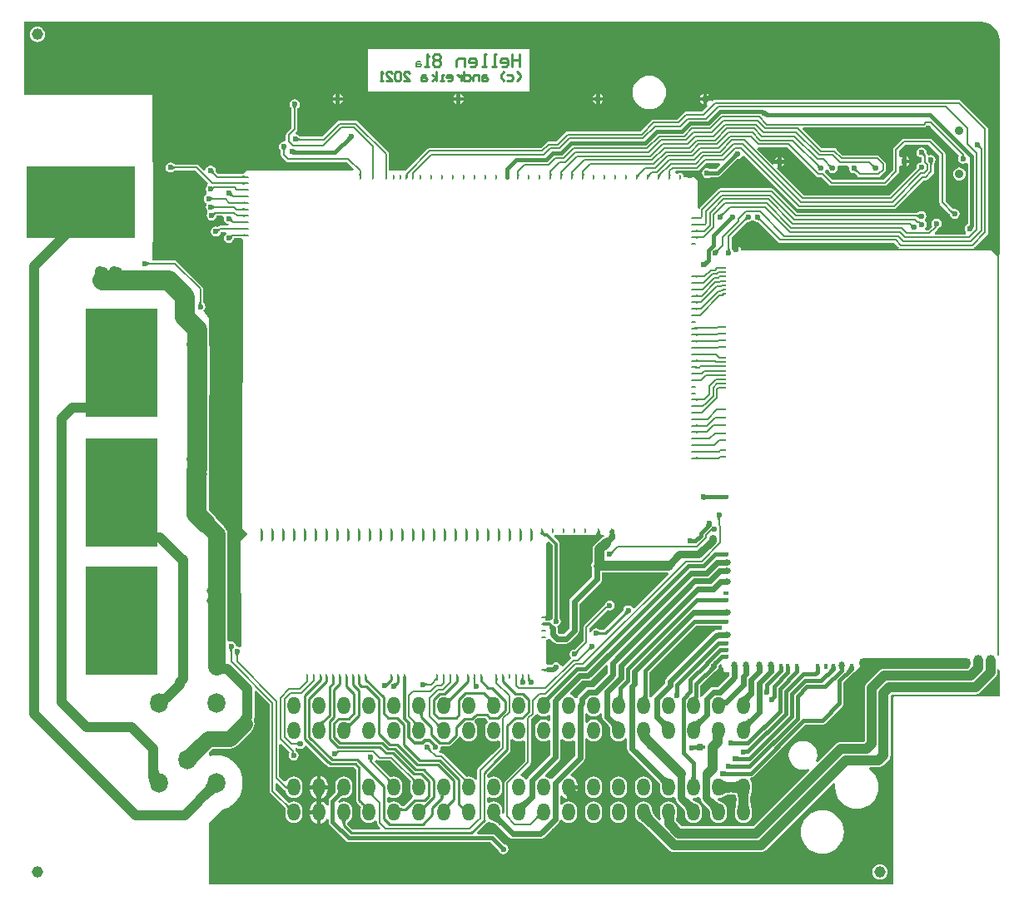
<source format=gbl>
G04*
G04 #@! TF.GenerationSoftware,Altium Limited,Altium Designer,20.2.7 (254)*
G04*
G04 Layer_Physical_Order=2*
G04 Layer_Color=16711680*
%FSLAX25Y25*%
%MOIN*%
G70*
G04*
G04 #@! TF.SameCoordinates,69BB3710-89EE-4534-A0DB-451B00BB9E09*
G04*
G04*
G04 #@! TF.FilePolarity,Positive*
G04*
G01*
G75*
%ADD10C,0.00984*%
%ADD12C,0.01000*%
%ADD14C,0.00787*%
%ADD132O,0.03937X0.05906*%
%ADD135O,0.03150X0.02362*%
%ADD150C,0.03150*%
%ADD151C,0.01575*%
%ADD152C,0.03937*%
%ADD153C,0.01181*%
%ADD154C,0.01968*%
%ADD156C,0.02362*%
%ADD158C,0.03543*%
%ADD159C,0.02362*%
%ADD160O,0.07087X0.07874*%
%ADD161O,0.05118X0.07087*%
%ADD162C,0.04535*%
%ADD163C,0.03937*%
G04:AMPARAMS|DCode=164|XSize=9.84mil|YSize=19.68mil|CornerRadius=4.92mil|HoleSize=0mil|Usage=FLASHONLY|Rotation=90.000|XOffset=0mil|YOffset=0mil|HoleType=Round|Shape=RoundedRectangle|*
%AMROUNDEDRECTD164*
21,1,0.00984,0.00984,0,0,90.0*
21,1,0.00000,0.01968,0,0,90.0*
1,1,0.00984,0.00492,0.00000*
1,1,0.00984,0.00492,0.00000*
1,1,0.00984,-0.00492,0.00000*
1,1,0.00984,-0.00492,0.00000*
%
%ADD164ROUNDEDRECTD164*%
G04:AMPARAMS|DCode=165|XSize=9.84mil|YSize=19.68mil|CornerRadius=4.92mil|HoleSize=0mil|Usage=FLASHONLY|Rotation=0.000|XOffset=0mil|YOffset=0mil|HoleType=Round|Shape=RoundedRectangle|*
%AMROUNDEDRECTD165*
21,1,0.00984,0.00984,0,0,0.0*
21,1,0.00000,0.01968,0,0,0.0*
1,1,0.00984,0.00000,-0.00492*
1,1,0.00984,0.00000,-0.00492*
1,1,0.00984,0.00000,0.00492*
1,1,0.00984,0.00000,0.00492*
%
%ADD165ROUNDEDRECTD165*%
%ADD166R,0.01968X0.03150*%
%ADD167R,0.01968X0.01575*%
%ADD168O,0.01575X0.00787*%
%ADD169O,0.02362X0.01575*%
%ADD170O,0.02362X0.03150*%
%ADD171O,0.44882X0.04331*%
%ADD172O,0.01575X0.02362*%
%ADD173O,1.00787X0.00787*%
%ADD174O,0.00787X1.60630*%
G04:AMPARAMS|DCode=175|XSize=7.87mil|YSize=47.24mil|CornerRadius=0mil|HoleSize=0mil|Usage=FLASHONLY|Rotation=45.000|XOffset=0mil|YOffset=0mil|HoleType=Round|Shape=Round|*
%AMOVALD175*
21,1,0.03937,0.00787,0.00000,0.00000,135.0*
1,1,0.00787,0.01392,-0.01392*
1,1,0.00787,-0.01392,0.01392*
%
%ADD175OVALD175*%

%ADD176C,0.07874*%
%ADD177C,0.06299*%
%ADD178C,0.07087*%
%ADD179R,0.28543X0.43504*%
%ADD180R,0.43504X0.28543*%
G36*
X109415Y312083D02*
X109328Y312005D01*
X109250Y311923D01*
X109181Y311838D01*
X109122Y311750D01*
X109071Y311657D01*
X109030Y311561D01*
X108998Y311461D01*
X108975Y311358D01*
X108961Y311251D01*
X108957Y311140D01*
X108169Y311210D01*
X108165Y311318D01*
X108153Y311424D01*
X108133Y311529D01*
X108105Y311633D01*
X108069Y311735D01*
X108025Y311835D01*
X107972Y311934D01*
X107912Y312031D01*
X107844Y312126D01*
X107767Y312221D01*
X109415Y312083D01*
D02*
G37*
G36*
X296258Y310493D02*
X295388Y309171D01*
X295378Y309186D01*
X295355Y309200D01*
X295318Y309212D01*
X295267Y309223D01*
X295202Y309232D01*
X295030Y309245D01*
X294670Y309252D01*
X294887Y310827D01*
X296258Y310493D01*
D02*
G37*
G36*
X374769Y292524D02*
X374385Y291951D01*
X374233Y291183D01*
X374385Y290415D01*
X374820Y289764D01*
X375472Y289329D01*
X376240Y289176D01*
X377008Y289329D01*
X377430Y289611D01*
X378160Y289313D01*
X378217Y289262D01*
Y265072D01*
X378070Y265043D01*
X377419Y264608D01*
X376984Y263957D01*
X376832Y263189D01*
X376984Y262421D01*
X377419Y261770D01*
X377470Y261736D01*
X377231Y260948D01*
X365157D01*
X364855Y261676D01*
X366107Y262928D01*
X366107Y262928D01*
X366369Y263319D01*
X366384Y263395D01*
X366418Y263402D01*
X367069Y263837D01*
X367504Y264488D01*
X367657Y265256D01*
X367504Y266024D01*
X367069Y266675D01*
X366418Y267110D01*
X365650Y267263D01*
X364881Y267110D01*
X364230Y266675D01*
X363795Y266024D01*
X363643Y265256D01*
X363795Y264488D01*
X363982Y264209D01*
X362297Y262523D01*
X361351D01*
X361112Y263311D01*
X361163Y263345D01*
X361598Y263996D01*
X361751Y264764D01*
X361598Y265532D01*
X361163Y266183D01*
X360966Y266314D01*
Y266790D01*
X361402Y267441D01*
X361554Y268209D01*
X361402Y268977D01*
X360966Y269628D01*
X360315Y270063D01*
X359547Y270216D01*
X358779Y270063D01*
X358295Y269739D01*
X358269Y269726D01*
X358244Y269706D01*
X358128Y269628D01*
X358118Y269612D01*
X358089Y269594D01*
X358040Y269568D01*
X357993Y269548D01*
X357948Y269532D01*
X357904Y269520D01*
X357860Y269511D01*
X309929D01*
X309701Y269740D01*
X309700Y269740D01*
X300439Y279001D01*
X300049Y279262D01*
X299588Y279354D01*
X299588Y279354D01*
X279151D01*
X278690Y279262D01*
X278300Y279001D01*
X270901Y271602D01*
X270639Y271211D01*
X269862Y271340D01*
Y282579D01*
X268779Y283662D01*
X264375D01*
Y284161D01*
X264276Y284661D01*
X263993Y285084D01*
X263570Y285367D01*
X263071Y285466D01*
X262571Y285367D01*
X262148Y285084D01*
X261693Y285039D01*
X261125Y285607D01*
X261452Y286394D01*
X269813D01*
X269813Y286394D01*
X270274Y286486D01*
X270665Y286747D01*
X273444Y289526D01*
X278746D01*
X279047Y288799D01*
X277288Y287039D01*
X274959D01*
X274587Y287287D01*
X273819Y287440D01*
X273051Y287287D01*
X272400Y286852D01*
X271965Y286201D01*
X271812Y285433D01*
X271965Y284665D01*
X272400Y284014D01*
X273051Y283579D01*
X273819Y283426D01*
X274587Y283579D01*
X274944Y283817D01*
X275137Y283827D01*
X277953D01*
X277953Y283827D01*
X278567Y283950D01*
X279088Y284298D01*
X285918Y291128D01*
X286043Y291103D01*
X286811Y291256D01*
X287462Y291691D01*
X287784Y292173D01*
X288654Y292416D01*
X309678Y271393D01*
X309678Y271393D01*
X310068Y271131D01*
X310529Y271040D01*
X310529Y271040D01*
X348622D01*
X348622Y271040D01*
X349083Y271131D01*
X349474Y271393D01*
X360637Y282556D01*
X361178D01*
X361178Y282556D01*
X361639Y282647D01*
X362030Y282908D01*
X364336Y285215D01*
X364597Y285605D01*
X364688Y286066D01*
X364688Y286066D01*
Y289022D01*
X364697Y289072D01*
X364710Y289124D01*
X364727Y289178D01*
X364749Y289234D01*
X364776Y289293D01*
X364808Y289354D01*
X364848Y289418D01*
X364905Y289501D01*
X364936Y289574D01*
X365142Y289882D01*
X365295Y290650D01*
X365142Y291418D01*
X364707Y292069D01*
X364056Y292504D01*
X363288Y292657D01*
X362520Y292504D01*
X361924Y293053D01*
X361777Y293273D01*
X361777Y293273D01*
X361684Y293365D01*
X361684Y293366D01*
X361655Y293405D01*
X361636Y293437D01*
X361625Y293459D01*
X361619Y293473D01*
X361618Y293478D01*
X361620Y293517D01*
X361619Y293529D01*
X361653Y293701D01*
X361500Y294469D01*
X361065Y295120D01*
X360414Y295555D01*
X359646Y295708D01*
X358878Y295555D01*
X358226Y295120D01*
X357791Y294469D01*
X357639Y293701D01*
X357791Y292933D01*
X358226Y292282D01*
X358878Y291847D01*
X359646Y291694D01*
X359721Y291632D01*
Y290472D01*
X359547Y289704D01*
X358779Y289551D01*
X358128Y289116D01*
X357693Y288465D01*
X357540Y287697D01*
X357591Y287443D01*
X355743Y285595D01*
X355743Y285595D01*
X346745Y276598D01*
X312333D01*
X301614Y287317D01*
X301658Y287420D01*
X301969Y287824D01*
Y289252D01*
X300541D01*
X300137Y288942D01*
X300034Y288897D01*
X293798Y295132D01*
X294186Y295858D01*
X294412Y295813D01*
X294412Y295813D01*
X305935D01*
X317560Y284188D01*
X317951Y283927D01*
X318411Y283835D01*
X318411Y283835D01*
X319580D01*
X322672Y280743D01*
X322672Y280743D01*
X323063Y280482D01*
X323524Y280390D01*
X344882D01*
X344882Y280390D01*
X345343Y280482D01*
X345733Y280743D01*
X350261Y285271D01*
X350261Y285271D01*
X350522Y285661D01*
X350614Y286122D01*
X350614Y286122D01*
Y288038D01*
X350753Y288149D01*
X351401Y288387D01*
X351927Y288035D01*
X351984Y288024D01*
Y290075D01*
Y292126D01*
X351927Y292115D01*
X351401Y291763D01*
X350753Y292001D01*
X350614Y292112D01*
Y294285D01*
X353156Y296827D01*
X362493D01*
X366808Y292513D01*
Y273721D01*
X366808Y273721D01*
X366899Y273260D01*
X367160Y272869D01*
X370789Y269241D01*
X370818Y269198D01*
X370847Y269152D01*
X370874Y269101D01*
X370899Y269045D01*
X370922Y268984D01*
X370943Y268916D01*
X370961Y268843D01*
X370981Y268743D01*
X371010Y268671D01*
X371079Y268326D01*
X371514Y267675D01*
X372165Y267240D01*
X372933Y267087D01*
X373701Y267240D01*
X374352Y267675D01*
X374787Y268326D01*
X374940Y269094D01*
X374787Y269863D01*
X374352Y270514D01*
X373701Y270949D01*
X372933Y271102D01*
X372655Y271046D01*
X372596Y271049D01*
X372519Y271038D01*
X372483Y271036D01*
X372456Y271037D01*
X372435Y271040D01*
X372418Y271044D01*
X372401Y271050D01*
X372384Y271059D01*
X372366Y271070D01*
X369216Y274219D01*
Y293012D01*
X369124Y293473D01*
X368863Y293863D01*
X368863Y293863D01*
X363844Y298883D01*
X363453Y299144D01*
X362992Y299236D01*
X362992Y299236D01*
X352658D01*
X352658Y299236D01*
X352197Y299144D01*
X351806Y298883D01*
X351806Y298883D01*
X348558Y295635D01*
X348297Y295244D01*
X348205Y294783D01*
X348205Y294783D01*
Y286621D01*
X344383Y282799D01*
X324022D01*
X321345Y285476D01*
X320930Y285891D01*
X321242Y286630D01*
X321244Y286633D01*
X321301Y286922D01*
X322104D01*
X322162Y286633D01*
X322597Y285982D01*
X323248Y285547D01*
X324016Y285395D01*
X324784Y285547D01*
X325435Y285982D01*
X325870Y286633D01*
X326023Y287402D01*
X325893Y288053D01*
X326211Y288418D01*
X326508Y288633D01*
X326876Y288560D01*
X330110D01*
X330645Y287772D01*
X330572Y287402D01*
X330724Y286633D01*
X331159Y285982D01*
X331811Y285547D01*
X332579Y285395D01*
X332679Y285414D01*
X332720Y285410D01*
X332770Y285402D01*
X332814Y285391D01*
X332854Y285378D01*
X332889Y285362D01*
X332923Y285344D01*
X332954Y285324D01*
X334089Y284188D01*
X334089Y284188D01*
X334480Y283927D01*
X334941Y283835D01*
X334941Y283835D01*
X342317D01*
X342317Y283835D01*
X342778Y283927D01*
X343169Y284188D01*
X345044Y286064D01*
X345044Y286064D01*
X345305Y286454D01*
X345397Y286915D01*
Y288976D01*
X345397Y288976D01*
X345305Y289437D01*
X345044Y289828D01*
X345044Y289828D01*
X342682Y292190D01*
X342292Y292451D01*
X341831Y292543D01*
X341831Y292543D01*
X328058D01*
X325655Y294946D01*
X325562Y295008D01*
X325525Y295044D01*
X325135Y295305D01*
X324674Y295397D01*
X324674Y295397D01*
X319692D01*
X312129Y302960D01*
X312431Y303687D01*
X360507D01*
X360507Y303687D01*
X360968Y303779D01*
X361359Y304040D01*
X361824Y304504D01*
X362789D01*
X374769Y292524D01*
D02*
G37*
G36*
X131247Y299026D02*
X131224Y299023D01*
X131194Y299010D01*
X131155Y298987D01*
X131108Y298953D01*
X130990Y298856D01*
X130840Y298718D01*
X130657Y298539D01*
X129724Y299833D01*
X130224Y300324D01*
X131247Y299026D01*
D02*
G37*
G36*
X109944Y299682D02*
X110025Y299604D01*
X110110Y299536D01*
X110199Y299476D01*
X110292Y299426D01*
X110388Y299384D01*
X110488Y299352D01*
X110591Y299329D01*
X110698Y299316D01*
X110809Y299311D01*
X110739Y298524D01*
X110631Y298520D01*
X110524Y298507D01*
X110419Y298487D01*
X110316Y298459D01*
X110214Y298423D01*
X110114Y298379D01*
X110015Y298327D01*
X109918Y298266D01*
X109822Y298198D01*
X109728Y298122D01*
X109866Y299769D01*
X109944Y299682D01*
D02*
G37*
G36*
X383172Y296621D02*
X383183Y296506D01*
X383201Y296396D01*
X383228Y296289D01*
X383263Y296187D01*
X383305Y296090D01*
X383356Y295996D01*
X383414Y295907D01*
X383481Y295822D01*
X383555Y295742D01*
X382998Y295185D01*
X382918Y295259D01*
X382833Y295326D01*
X382744Y295384D01*
X382650Y295435D01*
X382553Y295478D01*
X382451Y295512D01*
X382345Y295539D01*
X382234Y295557D01*
X382119Y295568D01*
X382000Y295571D01*
X383169Y296740D01*
X383172Y296621D01*
D02*
G37*
G36*
X105075Y295133D02*
X105001Y295044D01*
X104937Y294953D01*
X104880Y294859D01*
X104833Y294763D01*
X104794Y294663D01*
X104763Y294562D01*
X104742Y294457D01*
X104729Y294350D01*
X104724Y294241D01*
X103937D01*
X103933Y294350D01*
X103920Y294457D01*
X103898Y294562D01*
X103868Y294663D01*
X103829Y294763D01*
X103781Y294859D01*
X103725Y294953D01*
X103660Y295044D01*
X103586Y295133D01*
X103504Y295219D01*
X105157D01*
X105075Y295133D01*
D02*
G37*
G36*
X108763Y294655D02*
X108794Y294640D01*
X108838Y294628D01*
X108895Y294617D01*
X108965Y294608D01*
X109143Y294594D01*
X109507Y294587D01*
X109649Y293012D01*
X108469Y293040D01*
X108745Y294671D01*
X108763Y294655D01*
D02*
G37*
G36*
X376634Y292669D02*
X376657Y292362D01*
X376665Y292327D01*
X376674Y292300D01*
X376685Y292281D01*
X376697Y292272D01*
X375782D01*
X375794Y292281D01*
X375805Y292300D01*
X375815Y292327D01*
X375823Y292362D01*
X375830Y292406D01*
X375840Y292520D01*
X375845Y292669D01*
X375846Y292756D01*
X376633D01*
X376634Y292669D01*
D02*
G37*
G36*
X360814Y293479D02*
X360818Y293392D01*
X360833Y293306D01*
X360857Y293220D01*
X360890Y293133D01*
X360933Y293047D01*
X360986Y292960D01*
X361049Y292873D01*
X361122Y292787D01*
X361204Y292700D01*
X360647Y292143D01*
X360560Y292225D01*
X360473Y292297D01*
X360386Y292360D01*
X360300Y292413D01*
X360213Y292456D01*
X360127Y292490D01*
X360040Y292514D01*
X359954Y292528D01*
X359868Y292533D01*
X359782Y292528D01*
X360819Y293565D01*
X360814Y293479D01*
D02*
G37*
G36*
X285740Y291969D02*
X285714Y291969D01*
X285681Y291959D01*
X285639Y291939D01*
X285591Y291908D01*
X285534Y291866D01*
X285397Y291752D01*
X285229Y291595D01*
X285134Y291501D01*
X284440Y293034D01*
X284896Y293391D01*
X285740Y291969D01*
D02*
G37*
G36*
X364174Y289855D02*
X364112Y289753D01*
X364057Y289651D01*
X364009Y289548D01*
X363969Y289445D01*
X363936Y289341D01*
X363911Y289236D01*
X363893Y289131D01*
X363882Y289025D01*
X363878Y288918D01*
X363090Y288776D01*
X363086Y288888D01*
X363071Y288995D01*
X363048Y289098D01*
X363014Y289195D01*
X362971Y289288D01*
X362919Y289376D01*
X362856Y289459D01*
X362785Y289538D01*
X362704Y289611D01*
X362613Y289680D01*
X364243Y289956D01*
X364174Y289855D01*
D02*
G37*
G36*
X340284Y288823D02*
X340370Y288757D01*
X340459Y288701D01*
X340552Y288654D01*
X340649Y288617D01*
X340749Y288589D01*
X340853Y288571D01*
X340961Y288562D01*
X341073Y288563D01*
X341188Y288573D01*
X340164Y287274D01*
X340148Y287395D01*
X340125Y287511D01*
X340096Y287622D01*
X340060Y287729D01*
X340019Y287831D01*
X339971Y287928D01*
X339916Y288021D01*
X339856Y288109D01*
X339789Y288192D01*
X339715Y288271D01*
X340202Y288898D01*
X340284Y288823D01*
D02*
G37*
G36*
X322961D02*
X323047Y288757D01*
X323136Y288701D01*
X323229Y288654D01*
X323326Y288617D01*
X323426Y288589D01*
X323530Y288571D01*
X323638Y288562D01*
X323750Y288563D01*
X323865Y288573D01*
X322842Y287274D01*
X322825Y287395D01*
X322802Y287511D01*
X322773Y287622D01*
X322738Y287729D01*
X322696Y287831D01*
X322648Y287928D01*
X322593Y288021D01*
X322533Y288109D01*
X322466Y288192D01*
X322393Y288271D01*
X322879Y288898D01*
X322961Y288823D01*
D02*
G37*
G36*
X318335D02*
X318421Y288757D01*
X318510Y288701D01*
X318603Y288654D01*
X318700Y288617D01*
X318800Y288589D01*
X318904Y288571D01*
X319012Y288562D01*
X319124Y288563D01*
X319239Y288573D01*
X318216Y287274D01*
X318199Y287395D01*
X318176Y287511D01*
X318147Y287622D01*
X318112Y287729D01*
X318070Y287831D01*
X318022Y287928D01*
X317968Y288021D01*
X317907Y288109D01*
X317840Y288192D01*
X317766Y288271D01*
X318253Y288898D01*
X318335Y288823D01*
D02*
G37*
G36*
X59886Y288441D02*
X59975Y288368D01*
X60066Y288303D01*
X60160Y288246D01*
X60257Y288199D01*
X60356Y288160D01*
X60458Y288129D01*
X60562Y288108D01*
X60669Y288095D01*
X60779Y288091D01*
Y287303D01*
X60669Y287299D01*
X60562Y287286D01*
X60458Y287264D01*
X60356Y287234D01*
X60257Y287195D01*
X60160Y287147D01*
X60066Y287091D01*
X59975Y287026D01*
X59886Y286952D01*
X59800Y286870D01*
Y288524D01*
X59886Y288441D01*
D02*
G37*
G36*
X333763Y287271D02*
X333773Y287156D01*
X333792Y287045D01*
X333819Y286939D01*
X333853Y286837D01*
X333896Y286739D01*
X333946Y286646D01*
X334005Y286557D01*
X334071Y286472D01*
X334146Y286391D01*
X333589Y285835D01*
X333508Y285909D01*
X333423Y285976D01*
X333334Y286034D01*
X333241Y286085D01*
X333143Y286127D01*
X333041Y286162D01*
X332935Y286188D01*
X332824Y286207D01*
X332710Y286218D01*
X332591Y286221D01*
X333760Y287390D01*
X333763Y287271D01*
D02*
G37*
G36*
X76184Y286385D02*
X76195Y286270D01*
X76213Y286159D01*
X76240Y286053D01*
X76275Y285951D01*
X76317Y285854D01*
X76368Y285760D01*
X76426Y285671D01*
X76493Y285586D01*
X76567Y285506D01*
X76010Y284949D01*
X75930Y285023D01*
X75845Y285090D01*
X75756Y285148D01*
X75662Y285199D01*
X75565Y285241D01*
X75463Y285276D01*
X75356Y285302D01*
X75246Y285321D01*
X75131Y285332D01*
X75012Y285335D01*
X76181Y286504D01*
X76184Y286385D01*
D02*
G37*
G36*
X274677Y286252D02*
X274705Y286246D01*
X274746Y286240D01*
X274868Y286230D01*
X275273Y286221D01*
X275408Y286221D01*
X275408Y284646D01*
X274662Y284606D01*
X274662Y286260D01*
X274677Y286252D01*
D02*
G37*
G36*
X259156Y285190D02*
X259192Y284349D01*
X258288D01*
X258303Y284380D01*
X258317Y284424D01*
X258329Y284482D01*
X258340Y284553D01*
X258356Y284734D01*
X258368Y285107D01*
X258369Y285258D01*
X259156Y285190D01*
D02*
G37*
G36*
X224526Y285167D02*
X224547Y284349D01*
X223642D01*
X223660Y284384D01*
X223677Y284432D01*
X223691Y284493D01*
X223704Y284567D01*
X223723Y284753D01*
X223734Y284991D01*
X223738Y285280D01*
X224526Y285167D01*
D02*
G37*
G36*
X220195D02*
X220216Y284349D01*
X219311D01*
X219330Y284384D01*
X219346Y284432D01*
X219360Y284493D01*
X219373Y284567D01*
X219392Y284753D01*
X219404Y284991D01*
X219408Y285280D01*
X220195Y285167D01*
D02*
G37*
G36*
X215864D02*
X215885Y284349D01*
X214981D01*
X214999Y284384D01*
X215015Y284432D01*
X215030Y284493D01*
X215042Y284567D01*
X215061Y284753D01*
X215073Y284991D01*
X215077Y285280D01*
X215864Y285167D01*
D02*
G37*
G36*
X211534D02*
X211555Y284349D01*
X210650D01*
X210668Y284384D01*
X210685Y284432D01*
X210699Y284493D01*
X210712Y284567D01*
X210731Y284753D01*
X210742Y284991D01*
X210746Y285280D01*
X211534Y285167D01*
D02*
G37*
G36*
X198466Y285132D02*
X198500Y284569D01*
X198512Y284494D01*
X198527Y284433D01*
X198544Y284384D01*
X198562Y284349D01*
X197658D01*
X197661Y284362D01*
X197665Y284391D01*
X197670Y284493D01*
X197677Y285165D01*
X198465Y285283D01*
X198466Y285132D01*
D02*
G37*
G36*
X145631Y285073D02*
X145677Y284373D01*
X145688Y284349D01*
X144784D01*
X144795Y284373D01*
X144805Y284412D01*
X144814Y284464D01*
X144828Y284611D01*
X144840Y284937D01*
X144843Y285224D01*
X145630D01*
X145631Y285073D01*
D02*
G37*
G36*
X140434D02*
X140480Y284373D01*
X140492Y284349D01*
X139587D01*
X139598Y284373D01*
X139608Y284412D01*
X139617Y284464D01*
X139631Y284611D01*
X139643Y284937D01*
X139646Y285224D01*
X140433D01*
X140434Y285073D01*
D02*
G37*
G36*
X135237D02*
X135284Y284373D01*
X135295Y284349D01*
X134390D01*
X134401Y284373D01*
X134411Y284412D01*
X134420Y284464D01*
X134434Y284611D01*
X134447Y284937D01*
X134449Y285224D01*
X135236D01*
X135237Y285073D01*
D02*
G37*
G36*
X255429Y284850D02*
X255283Y284698D01*
X255052Y284424D01*
X254967Y284301D01*
X254903Y284187D01*
X254859Y284083D01*
X254835Y283989D01*
X254832Y283904D01*
X254849Y283828D01*
X254887Y283763D01*
X254222Y284614D01*
X254197Y284615D01*
X254192Y284635D01*
X254208Y284673D01*
X254245Y284728D01*
X254302Y284801D01*
X254479Y285000D01*
X254899Y285433D01*
X255429Y284850D01*
D02*
G37*
G36*
X246794Y284651D02*
X246649Y284500D01*
X246417Y284225D01*
X246330Y284100D01*
X246264Y283984D01*
X246217Y283877D01*
X246189Y283779D01*
X246182Y283690D01*
X246194Y283609D01*
X246225Y283537D01*
X245561Y284614D01*
X245586Y284623D01*
X245620Y284643D01*
X245663Y284674D01*
X245777Y284768D01*
X246016Y284990D01*
X246221Y285191D01*
X246794Y284651D01*
D02*
G37*
G36*
X251125Y284637D02*
X250980Y284486D01*
X250748Y284211D01*
X250662Y284087D01*
X250595Y283971D01*
X250548Y283864D01*
X250521Y283766D01*
X250513Y283676D01*
X250525Y283595D01*
X250556Y283523D01*
X249891Y284614D01*
X249920Y284624D01*
X249957Y284645D01*
X250003Y284676D01*
X250058Y284718D01*
X250193Y284834D01*
X250569Y285194D01*
X251125Y284637D01*
D02*
G37*
G36*
X88573Y283485D02*
X88548Y283496D01*
X88510Y283506D01*
X88457Y283515D01*
X88310Y283529D01*
X87984Y283541D01*
X87697Y283543D01*
Y284331D01*
X87848Y284331D01*
X88548Y284378D01*
X88573Y284389D01*
Y283485D01*
D02*
G37*
G36*
Y280886D02*
X88548Y280897D01*
X88510Y280907D01*
X88457Y280916D01*
X88310Y280930D01*
X87984Y280943D01*
X87697Y280945D01*
Y281732D01*
X87848Y281733D01*
X88548Y281780D01*
X88573Y281791D01*
Y280886D01*
D02*
G37*
G36*
Y278288D02*
X88548Y278299D01*
X88510Y278309D01*
X88457Y278318D01*
X88310Y278332D01*
X87984Y278344D01*
X87697Y278346D01*
Y279134D01*
X87848Y279134D01*
X88548Y279181D01*
X88573Y279192D01*
Y278288D01*
D02*
G37*
G36*
X83461Y277533D02*
X83540Y277310D01*
X83586Y277206D01*
X83636Y277106D01*
X83690Y277011D01*
X83749Y276920D01*
X83812Y276835D01*
X83880Y276753D01*
X83951Y276677D01*
X83552Y275963D01*
X83469Y276040D01*
X83382Y276105D01*
X83294Y276159D01*
X83202Y276202D01*
X83108Y276233D01*
X83011Y276254D01*
X82911Y276263D01*
X82809Y276261D01*
X82704Y276248D01*
X82596Y276223D01*
X83429Y277652D01*
X83461Y277533D01*
D02*
G37*
G36*
X88573Y275690D02*
X88548Y275701D01*
X88510Y275711D01*
X88457Y275719D01*
X88310Y275733D01*
X87984Y275746D01*
X87697Y275748D01*
Y276536D01*
X87848Y276536D01*
X88548Y276583D01*
X88573Y276594D01*
Y275690D01*
D02*
G37*
G36*
X75142Y275941D02*
X75231Y275868D01*
X75323Y275803D01*
X75416Y275746D01*
X75513Y275699D01*
X75612Y275660D01*
X75714Y275629D01*
X75818Y275608D01*
X75925Y275595D01*
X76035Y275590D01*
Y274803D01*
X75925Y274799D01*
X75818Y274786D01*
X75714Y274764D01*
X75612Y274734D01*
X75513Y274695D01*
X75416Y274647D01*
X75323Y274591D01*
X75231Y274526D01*
X75142Y274452D01*
X75056Y274370D01*
Y276024D01*
X75142Y275941D01*
D02*
G37*
G36*
X88573Y273091D02*
X88548Y273102D01*
X88510Y273112D01*
X88457Y273121D01*
X88310Y273135D01*
X87984Y273147D01*
X87697Y273150D01*
Y273937D01*
X87848Y273938D01*
X88548Y273985D01*
X88573Y273996D01*
Y273091D01*
D02*
G37*
G36*
X75989Y272497D02*
X76078Y272423D01*
X76169Y272358D01*
X76263Y272302D01*
X76359Y272254D01*
X76459Y272215D01*
X76560Y272185D01*
X76665Y272163D01*
X76772Y272150D01*
X76881Y272146D01*
Y271358D01*
X76772Y271354D01*
X76665Y271341D01*
X76560Y271319D01*
X76459Y271289D01*
X76359Y271250D01*
X76263Y271202D01*
X76169Y271146D01*
X76078Y271081D01*
X75989Y271008D01*
X75902Y270925D01*
Y272579D01*
X75989Y272497D01*
D02*
G37*
G36*
X88573Y270493D02*
X88548Y270504D01*
X88510Y270514D01*
X88457Y270522D01*
X88310Y270537D01*
X87984Y270549D01*
X87697Y270551D01*
Y271339D01*
X87848Y271339D01*
X88548Y271386D01*
X88573Y271397D01*
Y270493D01*
D02*
G37*
G36*
X77022Y269090D02*
X76947Y269011D01*
X76877Y268928D01*
X76812Y268842D01*
X76753Y268752D01*
X76698Y268659D01*
X76649Y268563D01*
X76606Y268463D01*
X76567Y268360D01*
X76534Y268254D01*
X76506Y268144D01*
X75696Y269536D01*
X75796Y269511D01*
X75893Y269497D01*
X75988Y269493D01*
X76081Y269500D01*
X76171Y269517D01*
X76259Y269546D01*
X76344Y269585D01*
X76427Y269635D01*
X76507Y269695D01*
X76585Y269766D01*
X77022Y269090D01*
D02*
G37*
G36*
X371820Y270475D02*
X371906Y270410D01*
X371995Y270355D01*
X372088Y270309D01*
X372184Y270275D01*
X372283Y270250D01*
X372386Y270236D01*
X372491Y270232D01*
X372600Y270238D01*
X372713Y270255D01*
X371768Y268897D01*
X371745Y269018D01*
X371716Y269133D01*
X371682Y269244D01*
X371642Y269350D01*
X371596Y269452D01*
X371546Y269548D01*
X371489Y269640D01*
X371427Y269728D01*
X371360Y269810D01*
X371288Y269888D01*
X371738Y270551D01*
X371820Y270475D01*
D02*
G37*
G36*
X88573Y267894D02*
X88548Y267905D01*
X88510Y267915D01*
X88457Y267924D01*
X88310Y267938D01*
X87984Y267950D01*
X87697Y267953D01*
Y268740D01*
X87848Y268741D01*
X88548Y268788D01*
X88573Y268799D01*
Y267894D01*
D02*
G37*
G36*
X280405Y268825D02*
X280331Y268744D01*
X280265Y268660D01*
X280206Y268571D01*
X280156Y268477D01*
X280113Y268379D01*
X280079Y268278D01*
X280052Y268171D01*
X280033Y268061D01*
X280022Y267946D01*
X280020Y267827D01*
X278850Y268996D01*
X278970Y268999D01*
X279084Y269009D01*
X279195Y269028D01*
X279301Y269055D01*
X279403Y269089D01*
X279501Y269132D01*
X279594Y269182D01*
X279683Y269241D01*
X279768Y269307D01*
X279849Y269382D01*
X280405Y268825D01*
D02*
G37*
G36*
X358638Y267455D02*
X358560Y267542D01*
X358479Y267620D01*
X358394Y267689D01*
X358305Y267748D01*
X358212Y267799D01*
X358116Y267840D01*
X358016Y267872D01*
X357913Y267895D01*
X357806Y267909D01*
X357695Y267913D01*
X357765Y268701D01*
X357873Y268705D01*
X357980Y268717D01*
X358085Y268737D01*
X358188Y268765D01*
X358290Y268801D01*
X358390Y268846D01*
X358489Y268898D01*
X358586Y268958D01*
X358682Y269026D01*
X358776Y269103D01*
X358638Y267455D01*
D02*
G37*
G36*
X269196Y267862D02*
X269235Y267852D01*
X269287Y267844D01*
X269434Y267830D01*
X269760Y267817D01*
X270047Y267815D01*
Y267028D01*
X269896Y267027D01*
X269196Y266980D01*
X269172Y266969D01*
Y267874D01*
X269196Y267862D01*
D02*
G37*
G36*
X290203Y266644D02*
X290088Y266654D01*
X289977Y266655D01*
X289869Y266646D01*
X289765Y266628D01*
X289664Y266600D01*
X289568Y266563D01*
X289475Y266516D01*
X289385Y266460D01*
X289300Y266394D01*
X289218Y266318D01*
X288731Y266945D01*
X288804Y267024D01*
X288871Y267108D01*
X288932Y267196D01*
X288986Y267288D01*
X289035Y267386D01*
X289076Y267488D01*
X289112Y267595D01*
X289141Y267706D01*
X289164Y267822D01*
X289180Y267943D01*
X290203Y266644D01*
D02*
G37*
G36*
X295081Y267684D02*
X295092Y267569D01*
X295111Y267459D01*
X295138Y267352D01*
X295172Y267250D01*
X295215Y267153D01*
X295265Y267059D01*
X295324Y266970D01*
X295390Y266885D01*
X295464Y266805D01*
X294908Y266248D01*
X294827Y266322D01*
X294742Y266389D01*
X294653Y266447D01*
X294560Y266498D01*
X294462Y266541D01*
X294360Y266575D01*
X294254Y266602D01*
X294143Y266620D01*
X294029Y266631D01*
X293909Y266634D01*
X295079Y267803D01*
X295081Y267684D01*
D02*
G37*
G36*
X283707Y266644D02*
X283685Y266641D01*
X283654Y266628D01*
X283616Y266605D01*
X283569Y266571D01*
X283451Y266474D01*
X283300Y266336D01*
X283117Y266157D01*
X282184Y267451D01*
X282684Y267943D01*
X283707Y266644D01*
D02*
G37*
G36*
X292646Y266284D02*
X293130Y265961D01*
X293898Y265808D01*
X293997Y265828D01*
X294039Y265824D01*
X294089Y265815D01*
X294133Y265804D01*
X294172Y265791D01*
X294208Y265776D01*
X294241Y265757D01*
X294272Y265737D01*
X302200Y257810D01*
X302590Y257549D01*
X303051Y257457D01*
X348689D01*
X350403Y255743D01*
X350499Y255679D01*
X350260Y254892D01*
X287517D01*
X286614Y256063D01*
X284927Y254376D01*
X283964Y254527D01*
X283913Y254604D01*
X283899Y254630D01*
X283879Y254655D01*
X283801Y254771D01*
X283785Y254781D01*
X283768Y254810D01*
X283742Y254859D01*
X283721Y254906D01*
X283705Y254951D01*
X283693Y254995D01*
X283684Y255039D01*
Y259639D01*
X289847Y265802D01*
X289870Y265816D01*
X289893Y265828D01*
X289916Y265837D01*
X289941Y265844D01*
X289971Y265849D01*
X290006Y265852D01*
X290049Y265851D01*
X290132Y265844D01*
X290159Y265847D01*
X290354Y265808D01*
X291122Y265961D01*
X291606Y266284D01*
X292126Y266351D01*
X292646Y266284D01*
D02*
G37*
G36*
X83467Y267251D02*
X83539Y267026D01*
X83581Y266920D01*
X83629Y266820D01*
X83682Y266723D01*
X83740Y266632D01*
X83802Y266546D01*
X83869Y266464D01*
X83942Y266387D01*
X83517Y265698D01*
X83434Y265774D01*
X83348Y265840D01*
X83259Y265894D01*
X83167Y265938D01*
X83072Y265971D01*
X82974Y265993D01*
X82872Y266005D01*
X82768Y266006D01*
X82661Y265996D01*
X82551Y265975D01*
X83439Y267371D01*
X83467Y267251D01*
D02*
G37*
G36*
X88573Y265296D02*
X88548Y265307D01*
X88510Y265317D01*
X88457Y265326D01*
X88310Y265340D01*
X87984Y265352D01*
X87697Y265354D01*
Y266142D01*
X87848Y266142D01*
X88548Y266189D01*
X88573Y266200D01*
Y265296D01*
D02*
G37*
G36*
X358966Y266067D02*
X359206Y265856D01*
X359227Y265844D01*
X359244Y265838D01*
X359255Y265839D01*
X358651Y265211D01*
X358651Y265222D01*
X358644Y265238D01*
X358631Y265260D01*
X358611Y265287D01*
X358551Y265359D01*
X358411Y265508D01*
X358350Y265568D01*
X358907Y266125D01*
X358966Y266067D01*
D02*
G37*
G36*
X269196Y265264D02*
X269235Y265254D01*
X269287Y265245D01*
X269434Y265231D01*
X269760Y265219D01*
X270047Y265216D01*
Y264429D01*
X269896Y264428D01*
X269196Y264382D01*
X269172Y264371D01*
Y265275D01*
X269196Y265264D01*
D02*
G37*
G36*
X355619Y265115D02*
X355704Y265049D01*
X355794Y264992D01*
X355887Y264945D01*
X355984Y264907D01*
X356085Y264878D01*
X356189Y264858D01*
X356298Y264848D01*
X356410Y264847D01*
X356526Y264855D01*
X355478Y263576D01*
X355464Y263697D01*
X355443Y263813D01*
X355415Y263924D01*
X355381Y264031D01*
X355341Y264133D01*
X355294Y264230D01*
X355240Y264323D01*
X355180Y264412D01*
X355113Y264495D01*
X355039Y264574D01*
X355537Y265190D01*
X355619Y265115D01*
D02*
G37*
G36*
X78794Y262693D02*
X78722Y262617D01*
X78655Y262536D01*
X78592Y262450D01*
X78533Y262359D01*
X78478Y262264D01*
X78428Y262164D01*
X78382Y262060D01*
X78304Y261837D01*
X78271Y261718D01*
X77439Y263147D01*
X77547Y263123D01*
X77652Y263109D01*
X77754Y263107D01*
X77854Y263117D01*
X77951Y263137D01*
X78045Y263169D01*
X78136Y263211D01*
X78225Y263265D01*
X78311Y263331D01*
X78394Y263407D01*
X78794Y262693D01*
D02*
G37*
G36*
X88573Y262697D02*
X88548Y262708D01*
X88510Y262718D01*
X88457Y262727D01*
X88310Y262741D01*
X87984Y262754D01*
X87697Y262756D01*
Y263543D01*
X87848Y263544D01*
X88548Y263591D01*
X88573Y263602D01*
Y262697D01*
D02*
G37*
G36*
X269196Y262666D02*
X269235Y262656D01*
X269287Y262647D01*
X269434Y262633D01*
X269760Y262620D01*
X270047Y262618D01*
Y261831D01*
X269896Y261830D01*
X269196Y261783D01*
X269172Y261772D01*
Y262677D01*
X269196Y262666D01*
D02*
G37*
G36*
X83951Y260134D02*
X83880Y260057D01*
X83812Y259976D01*
X83749Y259891D01*
X83690Y259800D01*
X83636Y259705D01*
X83586Y259605D01*
X83540Y259501D01*
X83461Y259278D01*
X83429Y259159D01*
X82596Y260588D01*
X82704Y260563D01*
X82808Y260549D01*
X82910Y260547D01*
X83008Y260555D01*
X83103Y260573D01*
X83196Y260603D01*
X83285Y260643D01*
X83371Y260695D01*
X83454Y260757D01*
X83534Y260830D01*
X83951Y260134D01*
D02*
G37*
G36*
X88573Y260099D02*
X88548Y260110D01*
X88510Y260120D01*
X88457Y260129D01*
X88310Y260143D01*
X87984Y260155D01*
X87697Y260157D01*
Y260945D01*
X87848Y260946D01*
X88548Y260992D01*
X88573Y261003D01*
Y260099D01*
D02*
G37*
G36*
X269196Y260067D02*
X269235Y260057D01*
X269287Y260048D01*
X269434Y260034D01*
X269760Y260022D01*
X270047Y260020D01*
Y259232D01*
X269896Y259232D01*
X269196Y259185D01*
X269172Y259174D01*
Y260078D01*
X269196Y260067D01*
D02*
G37*
G36*
X282874Y255134D02*
X282878Y255026D01*
X282890Y254919D01*
X282910Y254814D01*
X282938Y254711D01*
X282975Y254609D01*
X283019Y254509D01*
X283071Y254410D01*
X283131Y254313D01*
X283200Y254217D01*
X283276Y254123D01*
X281628Y254261D01*
X281715Y254339D01*
X281793Y254420D01*
X281862Y254506D01*
X281922Y254594D01*
X281972Y254687D01*
X282013Y254783D01*
X282045Y254883D01*
X282068Y254986D01*
X282082Y255093D01*
X282087Y255204D01*
X282874Y255134D01*
D02*
G37*
G36*
X278535Y254455D02*
X278461Y254374D01*
X278395Y254290D01*
X278336Y254201D01*
X278286Y254107D01*
X278243Y254010D01*
X278208Y253907D01*
X278182Y253801D01*
X278163Y253691D01*
X278152Y253576D01*
X278150Y253457D01*
X276980Y254626D01*
X277099Y254629D01*
X277214Y254639D01*
X277325Y254658D01*
X277431Y254685D01*
X277533Y254719D01*
X277631Y254762D01*
X277724Y254812D01*
X277813Y254871D01*
X277898Y254937D01*
X277979Y255012D01*
X278535Y254455D01*
D02*
G37*
G36*
X384921Y345905D02*
X386322Y345481D01*
X387613Y344791D01*
X388744Y343862D01*
X389673Y342731D01*
X390363Y341440D01*
X390787Y340039D01*
X390927Y338619D01*
X390912Y338583D01*
Y252642D01*
X390125Y252316D01*
X387549Y254892D01*
X381034D01*
X380795Y255679D01*
X380890Y255743D01*
X385989Y260842D01*
X385989Y260842D01*
X386250Y261232D01*
X386342Y261693D01*
X386342Y261693D01*
Y302953D01*
X386342Y302953D01*
X386250Y303414D01*
X385989Y303804D01*
X385989Y303804D01*
X375359Y314434D01*
X374969Y314695D01*
X374508Y314787D01*
X374508Y314787D01*
X276969D01*
X276969Y314787D01*
X276508Y314695D01*
X276117Y314434D01*
X276117Y314434D01*
X275844Y314161D01*
X275453Y314370D01*
X273819D01*
Y312736D01*
X274028Y312345D01*
X271727Y310045D01*
X265444D01*
X264983Y309953D01*
X264592Y309692D01*
X264592Y309692D01*
X261813Y306913D01*
X252329D01*
X252329Y306913D01*
X251869Y306821D01*
X251478Y306560D01*
X251478Y306560D01*
X247008Y302090D01*
X217931D01*
X217931Y302090D01*
X217470Y301998D01*
X217079Y301737D01*
X213495Y298153D01*
X210442D01*
X210442Y298153D01*
X209981Y298061D01*
X209590Y297800D01*
X207285Y295496D01*
X162706D01*
X162245Y295404D01*
X161855Y295143D01*
X161855Y295143D01*
X153129Y286417D01*
X146440D01*
Y293113D01*
X146349Y293574D01*
X146088Y293964D01*
X146088Y293965D01*
X133984Y306068D01*
X133593Y306329D01*
X133133Y306421D01*
X133133Y306421D01*
X126513D01*
X126513Y306421D01*
X126052Y306329D01*
X125662Y306068D01*
X119715Y300122D01*
X110727D01*
X110698Y300128D01*
X110670Y300137D01*
X110643Y300149D01*
X110616Y300163D01*
X110587Y300182D01*
X110556Y300208D01*
X110522Y300241D01*
X110465Y300304D01*
X110462Y300307D01*
X110376Y300435D01*
X109725Y300870D01*
X109368Y300941D01*
X109108Y301795D01*
X109415Y302101D01*
X109676Y302492D01*
X109767Y302953D01*
X109767Y302953D01*
Y311222D01*
X109774Y311251D01*
X109783Y311279D01*
X109794Y311306D01*
X109809Y311333D01*
X109828Y311362D01*
X109853Y311393D01*
X109886Y311427D01*
X109950Y311484D01*
X109952Y311487D01*
X110081Y311573D01*
X110516Y312224D01*
X110669Y312992D01*
X110516Y313760D01*
X110081Y314411D01*
X109430Y314846D01*
X108661Y314999D01*
X107893Y314846D01*
X107242Y314411D01*
X106807Y313760D01*
X106654Y312992D01*
X106807Y312224D01*
X107131Y311740D01*
X107144Y311714D01*
X107165Y311689D01*
X107242Y311573D01*
X107258Y311562D01*
X107276Y311534D01*
X107302Y311485D01*
X107322Y311438D01*
X107338Y311393D01*
X107350Y311348D01*
X107359Y311305D01*
Y303452D01*
X105448Y301540D01*
X105187Y301150D01*
X105095Y300689D01*
X105095Y300689D01*
Y298721D01*
X104331Y298070D01*
X103563Y297917D01*
X102911Y297482D01*
X102476Y296831D01*
X102324Y296063D01*
X102476Y295295D01*
X102911Y294644D01*
X102996Y294587D01*
X103023Y294555D01*
X103052Y294514D01*
X103076Y294475D01*
X103094Y294438D01*
X103108Y294402D01*
X103119Y294365D01*
X103126Y294328D01*
Y292821D01*
X103126Y292821D01*
X103218Y292360D01*
X103479Y291969D01*
X105257Y290192D01*
X105257Y290192D01*
X105647Y289931D01*
X106108Y289839D01*
X106108Y289839D01*
X129619D01*
X132314Y287145D01*
X132012Y286417D01*
X89492D01*
X88207Y285160D01*
X87927Y285141D01*
X78078D01*
X77078Y286141D01*
X77057Y286172D01*
X77039Y286206D01*
X77024Y286241D01*
X77011Y286280D01*
X77000Y286324D01*
X76991Y286374D01*
X76987Y286416D01*
X77007Y286516D01*
X76854Y287284D01*
X76419Y287935D01*
X75768Y288370D01*
X75000Y288523D01*
X74232Y288370D01*
X73581Y287935D01*
X73146Y287284D01*
X73058Y286845D01*
X72246Y286544D01*
X70241Y288548D01*
X69851Y288809D01*
X69390Y288901D01*
X69390Y288901D01*
X60691D01*
X60654Y288909D01*
X60618Y288919D01*
X60582Y288934D01*
X60545Y288952D01*
X60506Y288975D01*
X60465Y289005D01*
X60432Y289032D01*
X60376Y289116D01*
X59725Y289551D01*
X58957Y289704D01*
X58189Y289551D01*
X57538Y289116D01*
X57102Y288465D01*
X56950Y287697D01*
X57102Y286929D01*
X57538Y286278D01*
X58189Y285843D01*
X58957Y285690D01*
X59725Y285843D01*
X60376Y286278D01*
X60432Y286362D01*
X60465Y286389D01*
X60506Y286418D01*
X60545Y286442D01*
X60582Y286460D01*
X60618Y286474D01*
X60654Y286485D01*
X60691Y286493D01*
X68891D01*
X73845Y281539D01*
X73745Y280525D01*
X73640Y280455D01*
X73205Y279803D01*
X73052Y279035D01*
X73205Y278267D01*
X73477Y277860D01*
X73454Y277281D01*
X73256Y276925D01*
X72793Y276616D01*
X72358Y275965D01*
X72206Y275197D01*
X72358Y274429D01*
X72793Y273778D01*
X73054Y273604D01*
X73439Y273320D01*
X73255Y272595D01*
X73205Y272520D01*
X73052Y271752D01*
X73205Y270984D01*
X73640Y270333D01*
X73641Y269385D01*
X73500Y269174D01*
X73347Y268406D01*
X73500Y267637D01*
X73935Y266986D01*
X74586Y266551D01*
X75354Y266398D01*
X76122Y266551D01*
X76774Y266986D01*
X77209Y267637D01*
X77259Y267892D01*
X77283Y267939D01*
X77283Y267943D01*
X77284Y267947D01*
X77307Y268035D01*
X77327Y268100D01*
X77350Y268161D01*
X77375Y268219D01*
X77403Y268274D01*
X77409Y268284D01*
X79815D01*
X80350Y267496D01*
X80276Y267126D01*
X80429Y266358D01*
X80864Y265707D01*
X81515Y265272D01*
X82171Y265141D01*
X82093Y264354D01*
X78694D01*
X78694Y264354D01*
X78233Y264262D01*
X77842Y264001D01*
X77842Y264001D01*
X77769Y263928D01*
X77756Y263920D01*
X77746Y263915D01*
X77739Y263913D01*
X77733Y263912D01*
X77725Y263911D01*
X77710Y263911D01*
X77685Y263914D01*
X77616Y263930D01*
X77544Y263932D01*
X77126Y264015D01*
X76358Y263862D01*
X75707Y263427D01*
X75272Y262776D01*
X75119Y262008D01*
X75272Y261240D01*
X75707Y260589D01*
X76358Y260154D01*
X77126Y260001D01*
X77894Y260154D01*
X78545Y260589D01*
X78980Y261240D01*
X79025Y261465D01*
X79045Y261504D01*
X79070Y261596D01*
X79130Y261765D01*
X79155Y261823D01*
X79186Y261885D01*
X79218Y261941D01*
X79221Y261945D01*
X81059D01*
X81298Y261158D01*
X80864Y260868D01*
X80429Y260217D01*
X80276Y259449D01*
X80429Y258681D01*
X80864Y258030D01*
X81515Y257594D01*
X82284Y257442D01*
X83052Y257594D01*
X83703Y258030D01*
X84138Y258681D01*
X84183Y258906D01*
X84202Y258945D01*
X84228Y259037D01*
X84287Y259206D01*
X84313Y259264D01*
X84343Y259326D01*
X84356Y259347D01*
X87381D01*
X87937Y258790D01*
X87766Y142962D01*
X89813Y140850D01*
X89702Y140588D01*
X87106Y137992D01*
X87263Y95990D01*
X86497Y95555D01*
X86477Y95559D01*
X85728Y95708D01*
X85055Y96377D01*
X85024Y96536D01*
X84588Y97187D01*
X83937Y97622D01*
X83169Y97775D01*
X82517Y97645D01*
X82177Y97789D01*
X81730Y98121D01*
Y114213D01*
Y117874D01*
X81728Y117893D01*
X81730Y117913D01*
Y140762D01*
X81581Y141893D01*
X81145Y142947D01*
X80451Y143851D01*
X77309Y146993D01*
X77074Y147560D01*
X76317Y148547D01*
X74261Y150603D01*
Y163817D01*
X74338Y164005D01*
X74433Y164724D01*
X74338Y165444D01*
X74299Y165540D01*
X74450Y166693D01*
Y170709D01*
Y196103D01*
X74549Y196850D01*
Y215571D01*
X74410Y216624D01*
X74450Y216929D01*
Y222835D01*
X74288Y224068D01*
X74261Y224134D01*
Y227165D01*
X72125Y230363D01*
X72285Y230471D01*
X72720Y231122D01*
X72873Y231890D01*
X72720Y232658D01*
X72285Y233309D01*
X72201Y233366D01*
X72174Y233398D01*
X72145Y233439D01*
X72121Y233478D01*
X72103Y233515D01*
X72089Y233551D01*
X72078Y233588D01*
X72070Y233624D01*
Y238976D01*
X71979Y239437D01*
X71718Y239828D01*
X61481Y250064D01*
X61091Y250325D01*
X60630Y250417D01*
X60630Y250417D01*
X51663D01*
Y257722D01*
X51827Y258264D01*
X51963Y259646D01*
Y288189D01*
X51827Y289570D01*
X51663Y290113D01*
Y316643D01*
X426D01*
Y346030D01*
X383465D01*
X383500Y346045D01*
X384921Y345905D01*
D02*
G37*
G36*
X274294Y249306D02*
X273401Y248484D01*
X272504Y249873D01*
X272529Y249873D01*
X272562Y249884D01*
X272603Y249905D01*
X272651Y249937D01*
X272708Y249979D01*
X272844Y250095D01*
X273107Y250346D01*
X274294Y249306D01*
D02*
G37*
G36*
X49749Y249957D02*
X49837Y249884D01*
X49929Y249818D01*
X50023Y249762D01*
X50119Y249715D01*
X50218Y249676D01*
X50320Y249645D01*
X50425Y249624D01*
X50532Y249611D01*
X50641Y249606D01*
Y248819D01*
X50532Y248815D01*
X50425Y248802D01*
X50320Y248780D01*
X50218Y248750D01*
X50119Y248711D01*
X50023Y248663D01*
X49929Y248607D01*
X49837Y248542D01*
X49749Y248468D01*
X49662Y248386D01*
Y250039D01*
X49749Y249957D01*
D02*
G37*
G36*
X269196Y244477D02*
X269235Y244467D01*
X269287Y244458D01*
X269434Y244444D01*
X269760Y244431D01*
X270047Y244429D01*
Y243642D01*
X269896Y243641D01*
X269196Y243594D01*
X269172Y243583D01*
Y244488D01*
X269196Y244477D01*
D02*
G37*
G36*
Y241878D02*
X269235Y241868D01*
X269287Y241859D01*
X269434Y241845D01*
X269760Y241833D01*
X270047Y241831D01*
Y241043D01*
X269896Y241043D01*
X269196Y240996D01*
X269172Y240985D01*
Y241889D01*
X269196Y241878D01*
D02*
G37*
G36*
Y239280D02*
X269235Y239270D01*
X269287Y239261D01*
X269434Y239247D01*
X269760Y239235D01*
X270047Y239232D01*
Y238445D01*
X269896Y238444D01*
X269196Y238397D01*
X269172Y238386D01*
Y239291D01*
X269196Y239280D01*
D02*
G37*
G36*
X280960Y236685D02*
X280915Y236700D01*
X280861Y236698D01*
X280797Y236681D01*
X280723Y236648D01*
X280640Y236599D01*
X280547Y236535D01*
X280444Y236454D01*
X280210Y236245D01*
X280078Y236116D01*
X279479Y236630D01*
X280040Y237211D01*
X280960Y236685D01*
D02*
G37*
G36*
X269196Y236681D02*
X269235Y236671D01*
X269287Y236663D01*
X269434Y236649D01*
X269760Y236636D01*
X270047Y236634D01*
Y235846D01*
X269896Y235846D01*
X269196Y235799D01*
X269172Y235788D01*
Y236692D01*
X269196Y236681D01*
D02*
G37*
G36*
Y234083D02*
X269235Y234073D01*
X269287Y234064D01*
X269434Y234050D01*
X269760Y234038D01*
X270047Y234035D01*
Y233248D01*
X269896Y233247D01*
X269196Y233201D01*
X269172Y233189D01*
Y234094D01*
X269196Y234083D01*
D02*
G37*
G36*
X71264Y233602D02*
X71277Y233495D01*
X71299Y233391D01*
X71329Y233289D01*
X71368Y233190D01*
X71416Y233094D01*
X71472Y233000D01*
X71537Y232908D01*
X71611Y232819D01*
X71693Y232733D01*
X70039D01*
X70122Y232819D01*
X70195Y232908D01*
X70260Y233000D01*
X70316Y233094D01*
X70364Y233190D01*
X70403Y233289D01*
X70433Y233391D01*
X70455Y233495D01*
X70468Y233602D01*
X70472Y233712D01*
X71260D01*
X71264Y233602D01*
D02*
G37*
G36*
X269196Y231484D02*
X269235Y231474D01*
X269287Y231466D01*
X269434Y231452D01*
X269760Y231439D01*
X270047Y231437D01*
Y230650D01*
X269896Y230649D01*
X269196Y230602D01*
X269172Y230591D01*
Y231496D01*
X269196Y231484D01*
D02*
G37*
G36*
Y228886D02*
X269235Y228876D01*
X269287Y228867D01*
X269434Y228853D01*
X269760Y228841D01*
X270047Y228839D01*
Y228051D01*
X269896Y228051D01*
X269196Y228004D01*
X269172Y227993D01*
Y228897D01*
X269196Y228886D01*
D02*
G37*
G36*
X269185Y223696D02*
X269214Y223693D01*
X269318Y223687D01*
X269990Y223679D01*
X270103Y222892D01*
X269952Y222891D01*
X269390Y222857D01*
X269316Y222845D01*
X269255Y222830D01*
X269207Y222814D01*
X269172Y222796D01*
Y223700D01*
X269185Y223696D01*
D02*
G37*
G36*
X269201Y221087D02*
X269245Y221074D01*
X269302Y221062D01*
X269372Y221052D01*
X269552Y221037D01*
X269924Y221025D01*
X270075Y221024D01*
X270018Y220237D01*
X269172Y220197D01*
Y221102D01*
X269201Y221087D01*
D02*
G37*
G36*
X269196Y218492D02*
X269235Y218482D01*
X269287Y218474D01*
X269434Y218460D01*
X269760Y218447D01*
X270047Y218445D01*
Y217657D01*
X269896Y217657D01*
X269196Y217610D01*
X269172Y217599D01*
Y218503D01*
X269196Y218492D01*
D02*
G37*
G36*
Y215894D02*
X269235Y215884D01*
X269287Y215875D01*
X269434Y215861D01*
X269760Y215849D01*
X270047Y215846D01*
Y215059D01*
X269896Y215058D01*
X269196Y215012D01*
X269172Y215001D01*
Y215905D01*
X269196Y215894D01*
D02*
G37*
G36*
Y213295D02*
X269235Y213285D01*
X269287Y213277D01*
X269434Y213263D01*
X269760Y213250D01*
X270047Y213248D01*
Y212461D01*
X269896Y212460D01*
X269196Y212413D01*
X269172Y212402D01*
Y213307D01*
X269196Y213295D01*
D02*
G37*
G36*
Y210697D02*
X269235Y210687D01*
X269287Y210678D01*
X269434Y210664D01*
X269760Y210652D01*
X270047Y210650D01*
Y209862D01*
X269896Y209862D01*
X269196Y209815D01*
X269172Y209804D01*
Y210708D01*
X269196Y210697D01*
D02*
G37*
G36*
X269245Y208065D02*
X269326Y208025D01*
X269413Y207990D01*
X269506Y207959D01*
X269606Y207933D01*
X269713Y207912D01*
X269946Y207883D01*
X270072Y207876D01*
X270204Y207874D01*
X270226Y207087D01*
X269994Y207088D01*
X269192Y207145D01*
X269157Y207162D01*
X269150Y207183D01*
X269172Y207205D01*
Y208110D01*
X269245Y208065D01*
D02*
G37*
G36*
X269196Y205500D02*
X269235Y205490D01*
X269287Y205481D01*
X269434Y205467D01*
X269760Y205455D01*
X270047Y205453D01*
Y204665D01*
X269896Y204665D01*
X269196Y204618D01*
X269172Y204607D01*
Y205511D01*
X269196Y205500D01*
D02*
G37*
G36*
Y202902D02*
X269235Y202892D01*
X269287Y202883D01*
X269434Y202869D01*
X269760Y202857D01*
X270047Y202854D01*
Y202067D01*
X269896Y202066D01*
X269196Y202020D01*
X269172Y202008D01*
Y202913D01*
X269196Y202902D01*
D02*
G37*
G36*
Y195106D02*
X269235Y195097D01*
X269287Y195088D01*
X269434Y195074D01*
X269760Y195061D01*
X270047Y195059D01*
Y194272D01*
X269896Y194271D01*
X269196Y194224D01*
X269172Y194213D01*
Y195118D01*
X269196Y195106D01*
D02*
G37*
G36*
Y192508D02*
X269235Y192498D01*
X269287Y192489D01*
X269434Y192475D01*
X269760Y192463D01*
X270047Y192461D01*
Y191673D01*
X269896Y191673D01*
X269196Y191626D01*
X269172Y191615D01*
Y192519D01*
X269196Y192508D01*
D02*
G37*
G36*
Y189910D02*
X269235Y189900D01*
X269287Y189891D01*
X269434Y189877D01*
X269760Y189865D01*
X270047Y189862D01*
Y189075D01*
X269896Y189074D01*
X269196Y189027D01*
X269172Y189016D01*
Y189921D01*
X269196Y189910D01*
D02*
G37*
G36*
Y187311D02*
X269235Y187301D01*
X269287Y187293D01*
X269434Y187278D01*
X269760Y187266D01*
X270047Y187264D01*
Y186476D01*
X269896Y186476D01*
X269196Y186429D01*
X269172Y186418D01*
Y187322D01*
X269196Y187311D01*
D02*
G37*
G36*
Y184713D02*
X269235Y184703D01*
X269287Y184694D01*
X269434Y184680D01*
X269760Y184668D01*
X270047Y184665D01*
Y183878D01*
X269896Y183877D01*
X269196Y183830D01*
X269172Y183819D01*
Y184724D01*
X269196Y184713D01*
D02*
G37*
G36*
Y182114D02*
X269235Y182104D01*
X269287Y182096D01*
X269434Y182081D01*
X269760Y182069D01*
X270047Y182067D01*
Y181280D01*
X269896Y181279D01*
X269196Y181232D01*
X269172Y181221D01*
Y182125D01*
X269196Y182114D01*
D02*
G37*
G36*
Y179516D02*
X269235Y179506D01*
X269287Y179497D01*
X269434Y179483D01*
X269760Y179471D01*
X270047Y179469D01*
Y178681D01*
X269896Y178681D01*
X269196Y178634D01*
X269172Y178622D01*
Y179527D01*
X269196Y179516D01*
D02*
G37*
G36*
Y176918D02*
X269235Y176908D01*
X269287Y176899D01*
X269434Y176885D01*
X269760Y176872D01*
X270047Y176870D01*
Y176083D01*
X269896Y176082D01*
X269196Y176035D01*
X269172Y176024D01*
Y176929D01*
X269196Y176918D01*
D02*
G37*
G36*
Y174319D02*
X269235Y174309D01*
X269287Y174300D01*
X269434Y174286D01*
X269760Y174274D01*
X270047Y174272D01*
Y173484D01*
X269896Y173484D01*
X269196Y173437D01*
X269172Y173426D01*
Y174330D01*
X269196Y174319D01*
D02*
G37*
G36*
Y171721D02*
X269235Y171711D01*
X269287Y171702D01*
X269434Y171688D01*
X269760Y171676D01*
X270047Y171673D01*
Y170886D01*
X269896Y170885D01*
X269196Y170838D01*
X269172Y170827D01*
Y171732D01*
X269196Y171721D01*
D02*
G37*
G36*
X273091Y156539D02*
X273118Y156533D01*
X273159Y156528D01*
X273281Y156519D01*
X273820Y156511D01*
X273846Y154936D01*
X273711Y154936D01*
X273113Y154901D01*
X273098Y154892D01*
X273077Y156546D01*
X273091Y156539D01*
D02*
G37*
G36*
X279288Y147495D02*
X279214Y147407D01*
X279149Y147315D01*
X279093Y147221D01*
X279045Y147125D01*
X279006Y147026D01*
X278976Y146924D01*
X278954Y146819D01*
X278941Y146713D01*
X278937Y146603D01*
X278150D01*
X278145Y146713D01*
X278132Y146819D01*
X278111Y146924D01*
X278080Y147026D01*
X278041Y147125D01*
X277994Y147221D01*
X277937Y147315D01*
X277872Y147407D01*
X277799Y147495D01*
X277716Y147582D01*
X279370D01*
X279288Y147495D01*
D02*
G37*
G36*
X275074Y144191D02*
X274246Y143113D01*
X273085Y144179D01*
X273179Y144275D01*
X273446Y144577D01*
X273486Y144633D01*
X273515Y144681D01*
X273532Y144721D01*
X273539Y144754D01*
X273535Y144778D01*
X275074Y144191D01*
D02*
G37*
G36*
X275956Y141961D02*
X275891Y142014D01*
X275823Y142053D01*
X275754Y142076D01*
X275681Y142085D01*
X275606Y142079D01*
X275529Y142058D01*
X275450Y142022D01*
X275367Y141971D01*
X275283Y141905D01*
X275196Y141824D01*
X274812Y142553D01*
X275805Y143494D01*
X275956Y141961D01*
D02*
G37*
G36*
X236301Y142026D02*
X236338Y141422D01*
X236356Y141310D01*
X236376Y141213D01*
X236400Y141133D01*
X236427Y141067D01*
X236456Y141018D01*
X234567D01*
X234597Y141067D01*
X234624Y141133D01*
X234647Y141213D01*
X234668Y141310D01*
X234685Y141422D01*
X234710Y141693D01*
X234723Y142026D01*
X234724Y142216D01*
X236299D01*
X236301Y142026D01*
D02*
G37*
G36*
X230810Y141821D02*
X230820Y141707D01*
X230837Y141599D01*
X230861Y141496D01*
X230891Y141400D01*
X230928Y141309D01*
X230971Y141223D01*
X231021Y141144D01*
X231078Y141069D01*
X231142Y141001D01*
X229488Y141001D01*
X229552Y141069D01*
X229609Y141144D01*
X229659Y141223D01*
X229702Y141309D01*
X229739Y141400D01*
X229769Y141496D01*
X229793Y141599D01*
X229809Y141707D01*
X229819Y141821D01*
X229823Y141940D01*
X230807Y141940D01*
X230810Y141821D01*
D02*
G37*
G36*
X232520Y139801D02*
X232450Y139791D01*
X231779Y139514D01*
X231204Y139072D01*
X228842Y136710D01*
X228400Y136134D01*
X228122Y135464D01*
X228027Y134744D01*
Y129859D01*
X227567Y129170D01*
X227384Y128248D01*
X227567Y127326D01*
X227785Y127000D01*
Y123734D01*
X219152Y115100D01*
X218717Y114449D01*
X218564Y113681D01*
Y102898D01*
X216492Y100826D01*
X214586D01*
X213916Y101495D01*
Y102953D01*
X213764Y103721D01*
X213842Y103910D01*
X214055Y103953D01*
X214707Y104388D01*
X215142Y105039D01*
X215295Y105807D01*
X215142Y106575D01*
X214707Y107226D01*
X214706Y107227D01*
X214704Y107236D01*
X214697Y107281D01*
X214692Y107333D01*
Y136909D01*
X214585Y137447D01*
X214281Y137903D01*
X212494Y139690D01*
X212592Y140307D01*
X212717Y140580D01*
X212728Y140588D01*
X215855D01*
X215957Y140519D01*
X216457Y140420D01*
X216956Y140519D01*
X217059Y140588D01*
X220185D01*
X220288Y140519D01*
X220787Y140420D01*
X221287Y140519D01*
X221390Y140588D01*
X224516D01*
X224619Y140519D01*
X225118Y140420D01*
X225617Y140519D01*
X225720Y140588D01*
X232469D01*
X232520Y139801D01*
D02*
G37*
G36*
X267984Y138811D02*
X268012Y138805D01*
X268053Y138799D01*
X268175Y138789D01*
X268580Y138780D01*
X268715Y138780D01*
X268715Y137205D01*
X267969Y137165D01*
X267969Y138819D01*
X267984Y138811D01*
D02*
G37*
G36*
X236347Y138614D02*
X236130Y138391D01*
X235605Y137783D01*
X235472Y137599D01*
X235359Y137425D01*
X235268Y137261D01*
X235197Y137107D01*
X235147Y136963D01*
X235118Y136828D01*
X232891Y139055D01*
X233026Y139084D01*
X233170Y139134D01*
X233325Y139205D01*
X233488Y139296D01*
X233662Y139409D01*
X233846Y139542D01*
X234242Y139871D01*
X234677Y140284D01*
X236347Y138614D01*
D02*
G37*
G36*
X236407Y133488D02*
X236335Y133412D01*
X236268Y133330D01*
X236205Y133244D01*
X236147Y133153D01*
X236093Y133058D01*
X236044Y132957D01*
X236000Y132852D01*
X235925Y132628D01*
X235895Y132509D01*
X235034Y133921D01*
X235143Y133898D01*
X235249Y133887D01*
X235352Y133886D01*
X235453Y133897D01*
X235550Y133918D01*
X235645Y133950D01*
X235737Y133994D01*
X235826Y134048D01*
X235912Y134113D01*
X235995Y134189D01*
X236407Y133488D01*
D02*
G37*
G36*
X258433Y124828D02*
X258447Y124694D01*
X244810Y111056D01*
X243905Y111265D01*
X243644Y111655D01*
X242992Y112091D01*
X242224Y112243D01*
X241456Y112091D01*
X240805Y111655D01*
X240370Y111004D01*
X240217Y110236D01*
X240232Y110161D01*
X240232Y110160D01*
X240225Y110137D01*
X240213Y110109D01*
X240195Y110076D01*
X240171Y110037D01*
X240145Y110002D01*
X232530Y102387D01*
X230966D01*
X230923Y102394D01*
X230879Y102404D01*
X230843Y102415D01*
X230815Y102427D01*
X230793Y102438D01*
X230792Y102438D01*
X230750Y102502D01*
X230099Y102937D01*
X229331Y103090D01*
X228563Y102937D01*
X227911Y102502D01*
X227476Y101851D01*
X227385Y101393D01*
X226598Y101470D01*
Y102848D01*
X234067Y110317D01*
X234813Y110168D01*
X235581Y110321D01*
X236232Y110756D01*
X236667Y111407D01*
X236820Y112175D01*
X236667Y112943D01*
X236232Y113594D01*
X235581Y114030D01*
X234813Y114182D01*
X234045Y114030D01*
X233394Y113594D01*
X232959Y112943D01*
X232872Y112510D01*
X232816Y112472D01*
X232816Y112472D01*
X224542Y104198D01*
X224281Y103807D01*
X224189Y103347D01*
X224189Y103346D01*
Y97803D01*
X221083Y94696D01*
X221052Y94676D01*
X221018Y94657D01*
X220983Y94642D01*
X220943Y94629D01*
X220899Y94618D01*
X220849Y94609D01*
X220808Y94605D01*
X220708Y94625D01*
X219940Y94472D01*
X219289Y94037D01*
X218854Y93386D01*
X218701Y92618D01*
X218854Y91850D01*
X218906Y91772D01*
X219279Y91186D01*
X218817Y90595D01*
X216117Y87895D01*
X215263Y88154D01*
X215240Y88268D01*
X214805Y88919D01*
X214154Y89354D01*
X213386Y89507D01*
X212618Y89354D01*
X211967Y88919D01*
X211610Y88385D01*
X211547Y88322D01*
X210039D01*
X210004Y88315D01*
X209395Y88815D01*
Y98303D01*
X209456Y98315D01*
X209879Y98598D01*
X209937Y98684D01*
X210814Y98852D01*
X210908Y98827D01*
X212335Y97400D01*
X212986Y96965D01*
X213755Y96812D01*
X217323D01*
X218091Y96965D01*
X218742Y97400D01*
X221990Y100648D01*
X222425Y101299D01*
X222578Y102067D01*
Y112850D01*
X231211Y121483D01*
X231646Y122134D01*
X231799Y122902D01*
Y125468D01*
X258108D01*
X258433Y124828D01*
D02*
G37*
G36*
X242213Y109055D02*
X242119Y109052D01*
X242027Y109040D01*
X241935Y109019D01*
X241844Y108989D01*
X241753Y108951D01*
X241664Y108904D01*
X241575Y108848D01*
X241486Y108783D01*
X241399Y108710D01*
X241312Y108628D01*
X240616Y109324D01*
X240698Y109411D01*
X240771Y109498D01*
X240836Y109586D01*
X240892Y109675D01*
X240939Y109765D01*
X240977Y109855D01*
X241007Y109947D01*
X241028Y110038D01*
X241040Y110131D01*
X241043Y110224D01*
X242213Y109055D01*
D02*
G37*
G36*
X213880Y107412D02*
X213899Y107183D01*
X213916Y107081D01*
X213937Y106988D01*
X213963Y106904D01*
X213994Y106828D01*
X214029Y106760D01*
X214069Y106701D01*
X214114Y106651D01*
X212461D01*
X212506Y106701D01*
X212546Y106760D01*
X212581Y106828D01*
X212612Y106904D01*
X212638Y106988D01*
X212659Y107081D01*
X212676Y107183D01*
X212687Y107293D01*
X212697Y107539D01*
X213878D01*
X213880Y107412D01*
D02*
G37*
G36*
X211882Y136328D02*
Y107316D01*
X211880Y107290D01*
X211871Y107236D01*
X211869Y107227D01*
X211868Y107226D01*
X211433Y106575D01*
X210735Y106122D01*
X209395D01*
Y137151D01*
X210227Y137983D01*
X211882Y136328D01*
D02*
G37*
G36*
X230243Y101846D02*
X230317Y101789D01*
X230397Y101739D01*
X230482Y101695D01*
X230573Y101658D01*
X230670Y101628D01*
X230772Y101605D01*
X230880Y101588D01*
X230994Y101578D01*
X231113Y101575D01*
Y100591D01*
X230994Y100587D01*
X230880Y100577D01*
X230772Y100560D01*
X230670Y100537D01*
X230573Y100507D01*
X230482Y100470D01*
X230397Y100427D01*
X230317Y100376D01*
X230243Y100320D01*
X230174Y100256D01*
Y101909D01*
X230243Y101846D01*
D02*
G37*
G36*
X227586Y94505D02*
X227472Y94520D01*
X227362Y94525D01*
X227256Y94519D01*
X227153Y94504D01*
X227053Y94478D01*
X226957Y94443D01*
X226865Y94397D01*
X226775Y94342D01*
X226690Y94276D01*
X226607Y94200D01*
X226146Y94853D01*
X226219Y94931D01*
X226286Y95014D01*
X226347Y95101D01*
X226403Y95193D01*
X226453Y95290D01*
X226498Y95392D01*
X226536Y95498D01*
X226569Y95609D01*
X226596Y95725D01*
X226617Y95846D01*
X227586Y94505D01*
D02*
G37*
G36*
X83914Y94838D02*
X83840Y94749D01*
X83775Y94658D01*
X83719Y94564D01*
X83671Y94467D01*
X83632Y94368D01*
X83602Y94266D01*
X83580Y94162D01*
X83567Y94055D01*
X83563Y93945D01*
X82776D01*
X82771Y94055D01*
X82758Y94162D01*
X82737Y94266D01*
X82706Y94368D01*
X82667Y94467D01*
X82620Y94564D01*
X82563Y94658D01*
X82498Y94749D01*
X82425Y94838D01*
X82342Y94924D01*
X83996D01*
X83914Y94838D01*
D02*
G37*
G36*
X222275Y93628D02*
X222200Y93548D01*
X222134Y93463D01*
X222075Y93374D01*
X222025Y93280D01*
X221982Y93183D01*
X221948Y93081D01*
X221921Y92975D01*
X221902Y92864D01*
X221892Y92749D01*
X221889Y92630D01*
X220720Y93799D01*
X220839Y93802D01*
X220954Y93813D01*
X221064Y93831D01*
X221170Y93858D01*
X221272Y93893D01*
X221370Y93935D01*
X221463Y93986D01*
X221553Y94044D01*
X221637Y94111D01*
X221718Y94185D01*
X222275Y93628D01*
D02*
G37*
G36*
X86422Y92745D02*
X86332Y92674D01*
X86252Y92598D01*
X86181Y92518D01*
X86119Y92434D01*
X86067Y92345D01*
X86024Y92251D01*
X85991Y92153D01*
X85967Y92050D01*
X85953Y91943D01*
X85948Y91832D01*
X85161Y91956D01*
X85157Y92063D01*
X85146Y92169D01*
X85127Y92275D01*
X85101Y92379D01*
X85067Y92483D01*
X85026Y92585D01*
X84978Y92687D01*
X84921Y92788D01*
X84858Y92889D01*
X84787Y92988D01*
X86422Y92745D01*
D02*
G37*
G36*
X277858Y88957D02*
X277764Y88861D01*
X277498Y88561D01*
X277458Y88506D01*
X277430Y88459D01*
X277413Y88420D01*
X277406Y88390D01*
X277411Y88368D01*
X275863Y88858D01*
X276659Y89985D01*
X277858Y88957D01*
D02*
G37*
G36*
X276366Y86614D02*
X276351Y86609D01*
X276326Y86594D01*
X276293Y86569D01*
X276200Y86490D01*
X275907Y86210D01*
X275811Y86115D01*
X274698Y87229D01*
X275197Y87783D01*
X276366Y86614D01*
D02*
G37*
G36*
X378505Y88681D02*
X379041Y87832D01*
X378059Y86849D01*
X344588D01*
X343868Y86755D01*
X343198Y86477D01*
X342622Y86035D01*
X337700Y81113D01*
X337258Y80537D01*
X336980Y79867D01*
X336886Y79147D01*
Y58030D01*
X336438Y57583D01*
X327341D01*
X326621Y57488D01*
X325951Y57210D01*
X325375Y56769D01*
X318150Y49543D01*
X317482Y49989D01*
X317766Y50675D01*
X317963Y52165D01*
X317766Y53656D01*
X317191Y55044D01*
X316276Y56237D01*
X315084Y57152D01*
X313695Y57727D01*
X312205Y57923D01*
X310715Y57727D01*
X309326Y57152D01*
X308133Y56237D01*
X307218Y55044D01*
X306643Y53656D01*
X306447Y52165D01*
X306643Y50675D01*
X307218Y49286D01*
X308133Y48094D01*
X309326Y47179D01*
X310715Y46604D01*
X312205Y46407D01*
X313695Y46604D01*
X314381Y46888D01*
X314827Y46220D01*
X292252Y23646D01*
X263620D01*
X261313Y25953D01*
Y26858D01*
X261567Y27473D01*
X261682Y28346D01*
Y30315D01*
X261567Y31189D01*
X261230Y32003D01*
X260694Y32702D01*
X259995Y33238D01*
X259181Y33575D01*
X258307Y33690D01*
X257434Y33575D01*
X256619Y33238D01*
X255920Y32702D01*
X255384Y32003D01*
X255047Y31189D01*
X254932Y30315D01*
Y28346D01*
X255047Y27473D01*
X255384Y26659D01*
X255442Y26583D01*
X255381Y26317D01*
X254516Y26068D01*
X254104Y26481D01*
X253320Y27338D01*
X252952Y27807D01*
X252625Y28275D01*
X252346Y28734D01*
X252112Y29185D01*
X251924Y29625D01*
X251780Y30056D01*
X251678Y30478D01*
X251612Y30931D01*
X251610Y30936D01*
X251610Y30942D01*
X251594Y30984D01*
X251567Y31189D01*
X251230Y32003D01*
X250694Y32702D01*
X249995Y33238D01*
X249181Y33575D01*
X248307Y33690D01*
X247433Y33575D01*
X246619Y33238D01*
X245920Y32702D01*
X245384Y32003D01*
X245047Y31189D01*
X244932Y30315D01*
Y28346D01*
X245047Y27473D01*
X245384Y26659D01*
X245920Y25960D01*
X246619Y25423D01*
X246955Y25284D01*
X247024Y25239D01*
X247158Y25184D01*
X247304Y25102D01*
X247490Y24977D01*
X249715Y23008D01*
X258546Y14176D01*
X259122Y13735D01*
X259792Y13457D01*
X260512Y13362D01*
X295361D01*
X296080Y13457D01*
X296751Y13735D01*
X297326Y14176D01*
X324389Y41239D01*
X325138Y40874D01*
X324997Y39449D01*
X325165Y37751D01*
X325660Y36118D01*
X326464Y34613D01*
X327547Y33295D01*
X328866Y32212D01*
X330370Y31408D01*
X332003Y30913D01*
X333701Y30746D01*
X335399Y30913D01*
X337031Y31408D01*
X338536Y32212D01*
X339855Y33295D01*
X340937Y34613D01*
X341742Y36118D01*
X342237Y37751D01*
X342404Y39449D01*
X342237Y41147D01*
X341742Y42779D01*
X340937Y44284D01*
X339855Y45603D01*
X338748Y46512D01*
X339019Y47299D01*
X342393D01*
X343113Y47394D01*
X343783Y47671D01*
X344359Y48113D01*
X346434Y50189D01*
X346876Y50765D01*
X347154Y51435D01*
X347249Y52154D01*
Y76118D01*
X347696Y76566D01*
X381167D01*
X381886Y76660D01*
X382557Y76938D01*
X383132Y77380D01*
X389176Y83424D01*
X389618Y84000D01*
X389896Y84670D01*
X389990Y85389D01*
Y86531D01*
X390125Y86625D01*
X390912Y86214D01*
Y75853D01*
X390780Y75721D01*
X348622D01*
X348321Y75597D01*
X348196Y75295D01*
Y426D01*
X74261D01*
Y25032D01*
X79093Y29864D01*
X79333Y30084D01*
X79815Y30479D01*
X79996Y30517D01*
X80097Y30560D01*
X80448Y30645D01*
X81988Y31283D01*
X83410Y32154D01*
X84677Y33236D01*
X85760Y34504D01*
X86631Y35925D01*
X87269Y37465D01*
X87658Y39086D01*
X87789Y40748D01*
Y41535D01*
X87658Y43197D01*
X87269Y44818D01*
X86631Y46358D01*
X85760Y47780D01*
X84677Y49047D01*
X83410Y50130D01*
X81988Y51001D01*
X80448Y51639D01*
X78827Y52028D01*
X77165Y52159D01*
X75503Y52028D01*
X74879Y51878D01*
X74261Y52365D01*
Y53392D01*
X75774Y54906D01*
X82794D01*
X83822Y55041D01*
X84780Y55438D01*
X85602Y56069D01*
X91391Y61857D01*
X92022Y62680D01*
X92418Y63638D01*
X92554Y64665D01*
X92418Y65693D01*
X92177Y66275D01*
X92409Y66834D01*
X92504Y67554D01*
Y77637D01*
X93291Y77964D01*
X98501Y72755D01*
Y37933D01*
X98501Y37933D01*
X98592Y37472D01*
X98853Y37082D01*
X104916Y31019D01*
X104949Y30980D01*
X105003Y30910D01*
X105009Y30900D01*
X104932Y30315D01*
Y28346D01*
X105047Y27473D01*
X105384Y26659D01*
X105920Y25960D01*
X106619Y25423D01*
X107433Y25086D01*
X108307Y24971D01*
X109181Y25086D01*
X109995Y25423D01*
X110694Y25960D01*
X111230Y26659D01*
X111567Y27473D01*
X111682Y28346D01*
Y30315D01*
X111567Y31189D01*
X111230Y32003D01*
X110694Y32702D01*
X109995Y33238D01*
X109181Y33575D01*
X108307Y33690D01*
X107433Y33575D01*
X106619Y33238D01*
X106327Y33014D01*
X100909Y38432D01*
Y40650D01*
X101636Y40952D01*
X104109Y38479D01*
X104109Y38479D01*
X104500Y38218D01*
X104961Y38127D01*
X105047Y37473D01*
X105384Y36659D01*
X105920Y35960D01*
X106619Y35423D01*
X107433Y35086D01*
X108307Y34971D01*
X109181Y35086D01*
X109995Y35423D01*
X110694Y35960D01*
X111230Y36659D01*
X111567Y37473D01*
X111682Y38346D01*
Y40315D01*
X111567Y41189D01*
X111230Y42003D01*
X110694Y42702D01*
X109995Y43238D01*
X109181Y43575D01*
X108307Y43690D01*
X107433Y43575D01*
X106619Y43238D01*
X105920Y42702D01*
X105384Y42003D01*
X105302Y41806D01*
X104374Y41621D01*
X102484Y43511D01*
Y56497D01*
X103211Y56798D01*
X106718Y53291D01*
X106413Y52835D01*
X106261Y52067D01*
X106413Y51299D01*
X106849Y50648D01*
X107500Y50213D01*
X108268Y50060D01*
X109036Y50213D01*
X109687Y50648D01*
X110122Y51299D01*
X110275Y52067D01*
X110122Y52835D01*
X109687Y53486D01*
X109151Y53844D01*
X109079Y54207D01*
X108938Y54418D01*
X109105Y55001D01*
X109281Y55248D01*
X109568Y55280D01*
X110066Y54947D01*
X110834Y54794D01*
X111602Y54947D01*
X112254Y55382D01*
X112542Y55813D01*
X113431Y56037D01*
X121080Y48388D01*
X121503Y48106D01*
X121530Y48100D01*
X121931Y47700D01*
X122354Y47417D01*
X122853Y47317D01*
X132383D01*
X133164Y46536D01*
Y34154D01*
X133263Y33654D01*
X133546Y33231D01*
X135090Y31687D01*
X135139Y31630D01*
X135197Y31552D01*
X135047Y31189D01*
X134932Y30315D01*
Y28346D01*
X135047Y27473D01*
X135384Y26659D01*
X135920Y25960D01*
X136619Y25423D01*
X137434Y25086D01*
X138307Y24971D01*
X139181Y25086D01*
X139995Y25423D01*
X140694Y25960D01*
X140725Y26000D01*
X141512Y25733D01*
Y25098D01*
X141512Y25098D01*
X141604Y24638D01*
X141865Y24247D01*
X143017Y23095D01*
X142716Y22368D01*
X131741D01*
X129612Y24497D01*
Y25101D01*
X129617Y25177D01*
X129631Y25273D01*
X129995Y25423D01*
X130694Y25960D01*
X131230Y26659D01*
X131567Y27473D01*
X131682Y28346D01*
Y30315D01*
X131567Y31189D01*
X131230Y32003D01*
X130694Y32702D01*
X129995Y33238D01*
X129181Y33575D01*
X128307Y33690D01*
X127434Y33575D01*
X126619Y33238D01*
X126463Y33118D01*
X125943Y33711D01*
X126944Y34713D01*
X127079Y34830D01*
X127275Y34981D01*
X127435Y35086D01*
X128307Y34971D01*
X129181Y35086D01*
X129995Y35423D01*
X130694Y35960D01*
X131230Y36659D01*
X131567Y37473D01*
X131682Y38346D01*
Y40315D01*
X131567Y41189D01*
X131230Y42003D01*
X130694Y42702D01*
X129995Y43238D01*
X129181Y43575D01*
X128307Y43690D01*
X127434Y43575D01*
X126619Y43238D01*
X125920Y42702D01*
X125384Y42003D01*
X125047Y41189D01*
X124932Y40315D01*
Y38346D01*
X125047Y37475D01*
X124949Y37325D01*
X124642Y36952D01*
X122684Y34994D01*
X122336Y34473D01*
X122213Y33858D01*
X122213Y33858D01*
Y32201D01*
X121426Y32045D01*
X121402Y32102D01*
X120834Y32842D01*
X120094Y33410D01*
X119337Y33724D01*
X119379Y33257D01*
X119447Y32904D01*
X119535Y32604D01*
X119642Y32359D01*
X119769Y32169D01*
X119915Y32032D01*
X120081Y31951D01*
X120266Y31924D01*
X119095D01*
Y29331D01*
Y24876D01*
X119232Y24894D01*
X120094Y25251D01*
X120834Y25819D01*
X121402Y26559D01*
X121426Y26617D01*
X122213Y26460D01*
Y25522D01*
X122213Y25522D01*
X122336Y24907D01*
X122684Y24386D01*
X129209Y17861D01*
X129730Y17513D01*
X130345Y17390D01*
X130345Y17390D01*
X187130D01*
X190283Y14238D01*
X190370Y13799D01*
X190805Y13148D01*
X191456Y12713D01*
X192224Y12560D01*
X192992Y12713D01*
X193644Y13148D01*
X194079Y13799D01*
X194231Y14567D01*
X194079Y15335D01*
X193644Y15986D01*
X192992Y16421D01*
X192572Y16505D01*
X192428Y16634D01*
X188931Y20131D01*
X188410Y20480D01*
X187795Y20602D01*
X187795Y20602D01*
X181886D01*
X181585Y21329D01*
X185470Y25214D01*
X185514Y25279D01*
X186405Y25517D01*
X186527Y25494D01*
X186619Y25423D01*
X187434Y25086D01*
X187648Y25058D01*
X187695Y25041D01*
X187957Y25004D01*
X188188Y24951D01*
X188421Y24876D01*
X188658Y24780D01*
X188900Y24659D01*
X189146Y24514D01*
X189388Y24351D01*
X189805Y24010D01*
X194565Y19250D01*
X195216Y18815D01*
X195984Y18662D01*
X207033D01*
X207801Y18815D01*
X208452Y19250D01*
X214254Y25052D01*
X214689Y25703D01*
X214779Y26154D01*
X215603Y26374D01*
X215920Y25960D01*
X216619Y25423D01*
X217434Y25086D01*
X218307Y24971D01*
X219181Y25086D01*
X219995Y25423D01*
X220694Y25960D01*
X221230Y26659D01*
X221567Y27473D01*
X221682Y28346D01*
Y30315D01*
X221567Y31189D01*
X221230Y32003D01*
X220694Y32702D01*
X219995Y33238D01*
X219181Y33575D01*
X218307Y33690D01*
X217434Y33575D01*
X216619Y33238D01*
X215920Y32702D01*
X215629Y32322D01*
X214842Y32589D01*
Y35749D01*
X215629Y36016D01*
X215780Y35819D01*
X216520Y35251D01*
X217382Y34894D01*
X217520Y34876D01*
Y35916D01*
X217328Y35982D01*
X217520Y36214D01*
Y39331D01*
X218307D01*
Y40118D01*
X220752D01*
X220854Y40241D01*
X220780Y40118D01*
X221881D01*
Y40315D01*
X221759Y41240D01*
X221402Y42102D01*
X220834Y42842D01*
X220094Y43410D01*
X219232Y43767D01*
X219198Y43772D01*
X218945Y44517D01*
X224254Y49826D01*
X224689Y50477D01*
X224842Y51245D01*
Y58828D01*
X225629Y59095D01*
X225920Y58716D01*
X226619Y58179D01*
X227433Y57842D01*
X228307Y57727D01*
X229181Y57842D01*
X229995Y58179D01*
X230694Y58716D01*
X231230Y59415D01*
X231567Y60229D01*
X231682Y61102D01*
Y63071D01*
X231567Y63945D01*
X231230Y64758D01*
X230694Y65458D01*
X229995Y65994D01*
X229181Y66331D01*
X228307Y66446D01*
X227433Y66331D01*
X226619Y65994D01*
X225920Y65458D01*
X225629Y65078D01*
X224842Y65345D01*
Y68828D01*
X225629Y69095D01*
X225920Y68716D01*
X226619Y68179D01*
X227433Y67842D01*
X228307Y67727D01*
X229181Y67842D01*
X229995Y68179D01*
X230694Y68716D01*
X230985Y69095D01*
X231772Y68828D01*
Y67598D01*
X231925Y66830D01*
X232360Y66179D01*
X234181Y64358D01*
X234404Y64106D01*
X234686Y63749D01*
X234899Y63437D01*
X234964Y63319D01*
X234932Y63071D01*
Y61102D01*
X235047Y60229D01*
X235384Y59415D01*
X235920Y58716D01*
X236619Y58179D01*
X237434Y57842D01*
X238307Y57727D01*
X239181Y57842D01*
X239995Y58179D01*
X240694Y58716D01*
X240985Y59095D01*
X241773Y58828D01*
Y54843D01*
X241925Y54075D01*
X242360Y53423D01*
X254181Y41603D01*
X254404Y41350D01*
X254686Y40993D01*
X254899Y40681D01*
X254964Y40564D01*
X254932Y40315D01*
Y38346D01*
X255047Y37473D01*
X255384Y36659D01*
X255920Y35960D01*
X256619Y35423D01*
X257434Y35086D01*
X258307Y34971D01*
X259181Y35086D01*
X259995Y35423D01*
X260190Y35573D01*
X260977Y35236D01*
X261161Y34315D01*
X261683Y33533D01*
X263733Y31483D01*
X264052Y31123D01*
X264454Y30618D01*
X264766Y30167D01*
X264932Y29875D01*
Y28346D01*
X265047Y27473D01*
X265384Y26659D01*
X265920Y25960D01*
X266619Y25423D01*
X267434Y25086D01*
X268307Y24971D01*
X269181Y25086D01*
X269995Y25423D01*
X270694Y25960D01*
X271230Y26659D01*
X271567Y27473D01*
X271682Y28346D01*
Y30315D01*
X271567Y31189D01*
X271230Y32003D01*
X270694Y32702D01*
X269995Y33238D01*
X269639Y33385D01*
X269548Y33439D01*
X269327Y33515D01*
X269181Y33575D01*
X269165Y33577D01*
X268970Y33660D01*
X268687Y33802D01*
X268051Y34190D01*
X268017Y34215D01*
X268302Y34958D01*
X268313Y34972D01*
X269181Y35086D01*
X269995Y35423D01*
X270190Y35573D01*
X270977Y35236D01*
X271161Y34315D01*
X271683Y33533D01*
X273733Y31483D01*
X274052Y31123D01*
X274454Y30618D01*
X274766Y30167D01*
X274932Y29875D01*
Y28346D01*
X275047Y27473D01*
X275384Y26659D01*
X275920Y25960D01*
X276619Y25423D01*
X277433Y25086D01*
X278307Y24971D01*
X279181Y25086D01*
X279995Y25423D01*
X280694Y25960D01*
X281230Y26659D01*
X281567Y27473D01*
X281682Y28346D01*
Y30315D01*
X281567Y31189D01*
X281230Y32003D01*
X280694Y32702D01*
X279995Y33238D01*
X279639Y33385D01*
X279548Y33439D01*
X279327Y33515D01*
X279181Y33575D01*
X279165Y33577D01*
X278970Y33660D01*
X278687Y33802D01*
X278051Y34190D01*
X278017Y34215D01*
X278302Y34958D01*
X278312Y34972D01*
X279181Y35086D01*
X279995Y35423D01*
X280159Y35550D01*
X280200Y35568D01*
X280464Y35760D01*
X280734Y35913D01*
X281050Y36055D01*
X281416Y36183D01*
X281829Y36294D01*
X282291Y36388D01*
X282792Y36461D01*
X283307Y36499D01*
X283822Y36461D01*
X284323Y36388D01*
X284785Y36294D01*
X285199Y36183D01*
X285372Y36122D01*
X285497Y34073D01*
X285473Y33344D01*
X285398Y32473D01*
X285353Y32151D01*
X285303Y31900D01*
X285258Y31738D01*
X285202Y31605D01*
X285202Y31603D01*
X285201Y31602D01*
X285185Y31522D01*
X285047Y31189D01*
X284932Y30315D01*
Y28346D01*
X285047Y27473D01*
X285384Y26659D01*
X285920Y25960D01*
X286619Y25423D01*
X287434Y25086D01*
X288307Y24971D01*
X289181Y25086D01*
X289995Y25423D01*
X290694Y25960D01*
X291230Y26659D01*
X291567Y27473D01*
X291682Y28346D01*
Y30315D01*
X291567Y31189D01*
X291429Y31522D01*
X291413Y31602D01*
X291412Y31603D01*
X291412Y31605D01*
X291356Y31738D01*
X291311Y31900D01*
X291268Y32119D01*
X291117Y34588D01*
X291141Y35317D01*
X291216Y36189D01*
X291262Y36511D01*
X291311Y36761D01*
X291356Y36923D01*
X291412Y37056D01*
X291412Y37058D01*
X291413Y37060D01*
X291429Y37139D01*
X291567Y37473D01*
X291682Y38346D01*
Y40315D01*
X291567Y41189D01*
X291230Y42003D01*
X290834Y42518D01*
X291043Y43131D01*
X291185Y43306D01*
X291325D01*
X291325Y43306D01*
X291939Y43428D01*
X292460Y43776D01*
X313122Y64438D01*
X319846D01*
X319846Y64438D01*
X320461Y64560D01*
X320982Y64908D01*
X327907Y71833D01*
X328255Y72354D01*
X328377Y72969D01*
Y81422D01*
X332447Y85491D01*
X332658D01*
X335848Y88681D01*
X378505Y88681D01*
D02*
G37*
G36*
X332061Y86857D02*
X332371Y87054D01*
X332584Y87165D01*
X332699Y87192D01*
X332717Y87133D01*
X332638Y86988D01*
X332462Y86759D01*
X332189Y86444D01*
X330786Y84987D01*
X329644Y86072D01*
X329847Y86286D01*
X330028Y86499D01*
X330188Y86713D01*
X330327Y86926D01*
X330445Y87139D01*
X330541Y87352D01*
X330615Y87565D01*
X330669Y87778D01*
X330701Y87991D01*
X330712Y88204D01*
X332061Y86857D01*
D02*
G37*
G36*
X324798D02*
X325142Y87076D01*
X325382Y87205D01*
X325519Y87243D01*
X325552Y87191D01*
X325481Y87048D01*
X325307Y86815D01*
X325029Y86491D01*
X323574Y84977D01*
X322391Y86021D01*
X322694Y86334D01*
X323168Y86897D01*
X323340Y87146D01*
X323469Y87374D01*
X323554Y87580D01*
X323596Y87765D01*
X323594Y87929D01*
X323549Y88071D01*
X323461Y88192D01*
X324798Y86857D01*
D02*
G37*
G36*
X202918Y83017D02*
X202908Y82982D01*
X202899Y82935D01*
X202891Y82875D01*
X202875Y82625D01*
X202870Y82268D01*
X202083D01*
X202082Y82399D01*
X202045Y82982D01*
X202035Y83017D01*
X202024Y83041D01*
X202929D01*
X202918Y83017D01*
D02*
G37*
G36*
X200276Y83118D02*
X200286Y83041D01*
X200330D01*
X200319Y83017D01*
X200309Y82978D01*
X200304Y82944D01*
X200311Y82907D01*
X200342Y82806D01*
X200382Y82707D01*
X200430Y82612D01*
X200487Y82519D01*
X200553Y82429D01*
X200628Y82342D01*
X200711Y82257D01*
X200272Y82249D01*
X200272Y82166D01*
X199484D01*
X199484Y82233D01*
X199058Y82224D01*
X199139Y82313D01*
X199212Y82403D01*
X199276Y82496D01*
X199331Y82591D01*
X199378Y82688D01*
X199416Y82788D01*
X199445Y82889D01*
X199437Y83017D01*
X199426Y83041D01*
X199473D01*
X199480Y83102D01*
X199484Y83211D01*
X200272Y83228D01*
X200276Y83118D01*
D02*
G37*
G36*
X181024Y83017D02*
X181014Y82978D01*
X181005Y82925D01*
X180991Y82778D01*
X180979Y82453D01*
X180976Y82166D01*
X180189D01*
X180188Y82316D01*
X180142Y83017D01*
X180130Y83041D01*
X181035D01*
X181024Y83017D01*
D02*
G37*
G36*
X171414D02*
X171404Y82978D01*
X171395Y82925D01*
X171381Y82778D01*
X171369Y82453D01*
X171367Y82166D01*
X170579D01*
X170579Y82316D01*
X170532Y83017D01*
X170521Y83041D01*
X171425D01*
X171414Y83017D01*
D02*
G37*
G36*
X116721D02*
X116711Y82978D01*
X116702Y82925D01*
X116688Y82778D01*
X116676Y82453D01*
X116673Y82166D01*
X115886D01*
X115885Y82316D01*
X115838Y83017D01*
X115827Y83041D01*
X116732D01*
X116721Y83017D01*
D02*
G37*
G36*
X114122D02*
X114112Y82978D01*
X114103Y82925D01*
X114090Y82778D01*
X114077Y82453D01*
X114075Y82166D01*
X113287D01*
X113287Y82316D01*
X113240Y83017D01*
X113229Y83041D01*
X114133D01*
X114122Y83017D01*
D02*
G37*
G36*
X189922Y83012D02*
X189910Y82969D01*
X189899Y82913D01*
X189889Y82844D01*
X189874Y82664D01*
X189863Y82293D01*
X189862Y82142D01*
X189075Y82190D01*
X189032Y83041D01*
X189936D01*
X189922Y83012D01*
D02*
G37*
G36*
X197714Y83006D02*
X197698Y82959D01*
X197684Y82898D01*
X197672Y82825D01*
X197653Y82639D01*
X197642Y82402D01*
X197638Y82113D01*
X196850Y82219D01*
X196827Y83041D01*
X197732D01*
X197714Y83006D01*
D02*
G37*
G36*
X168808Y83006D02*
X168792Y82958D01*
X168778Y82897D01*
X168765Y82823D01*
X168746Y82636D01*
X168734Y82399D01*
X168730Y82110D01*
X167943Y82222D01*
X167922Y83041D01*
X168827D01*
X168808Y83006D01*
D02*
G37*
G36*
X165963Y82776D02*
X165981Y82773D01*
X165980Y82753D01*
X165959Y82715D01*
X165919Y82660D01*
X165859Y82588D01*
X165563Y82269D01*
X165268Y81969D01*
X164751Y82566D01*
X164897Y82717D01*
X165128Y82992D01*
X165214Y83116D01*
X165279Y83230D01*
X165323Y83334D01*
X165348Y83429D01*
X165351Y83515D01*
X165335Y83591D01*
X165298Y83658D01*
X165963Y82776D01*
D02*
G37*
G36*
X146354Y80697D02*
X146272Y80611D01*
X146128Y80439D01*
X146067Y80352D01*
X146013Y80264D01*
X145966Y80177D01*
X145927Y80089D01*
X145894Y80000D01*
X145868Y79912D01*
X145850Y79822D01*
X144905Y81180D01*
X144996Y81168D01*
X145086Y81167D01*
X145176Y81176D01*
X145266Y81195D01*
X145355Y81225D01*
X145444Y81265D01*
X145532Y81316D01*
X145621Y81378D01*
X145709Y81450D01*
X145797Y81532D01*
X146354Y80697D01*
D02*
G37*
G36*
X180981Y81649D02*
X180995Y81542D01*
X181019Y81447D01*
X181051Y81363D01*
X181094Y81291D01*
X181145Y81229D01*
X181206Y81178D01*
X181276Y81139D01*
X181356Y81111D01*
X181445Y81093D01*
X180151Y80198D01*
X180158Y80240D01*
X180165Y80303D01*
X180180Y80620D01*
X180189Y81569D01*
X180976Y81766D01*
X180981Y81649D01*
D02*
G37*
G36*
X150033Y80735D02*
X149952Y80648D01*
X149878Y80561D01*
X149814Y80473D01*
X149758Y80384D01*
X149711Y80294D01*
X149672Y80204D01*
X149643Y80112D01*
X149622Y80021D01*
X149610Y79928D01*
X149606Y79835D01*
X148437Y81004D01*
X148530Y81007D01*
X148623Y81020D01*
X148715Y81040D01*
X148806Y81070D01*
X148896Y81108D01*
X148986Y81155D01*
X149075Y81211D01*
X149163Y81276D01*
X149251Y81349D01*
X149337Y81431D01*
X150033Y80735D01*
D02*
G37*
G36*
X160573Y81255D02*
X160784Y81149D01*
X160890Y81106D01*
X160996Y81070D01*
X161101Y81040D01*
X161206Y81017D01*
X161312Y81001D01*
X161417Y80991D01*
X161522Y80988D01*
X161727Y80200D01*
X161614Y80195D01*
X161507Y80181D01*
X161406Y80156D01*
X161310Y80122D01*
X161220Y80078D01*
X161136Y80024D01*
X161058Y79960D01*
X160985Y79887D01*
X160918Y79804D01*
X160857Y79711D01*
X160467Y81318D01*
X160573Y81255D01*
D02*
G37*
G36*
X298580Y78217D02*
X296926D01*
X296934Y78231D01*
X296940Y78259D01*
X296946Y78300D01*
X296956Y78422D01*
X296965Y78828D01*
X296966Y78962D01*
X298540D01*
X298580Y78217D01*
D02*
G37*
G36*
X262539Y76926D02*
X260886D01*
X260893Y76941D01*
X260900Y76968D01*
X260906Y77009D01*
X260915Y77132D01*
X260925Y77537D01*
X260925Y77672D01*
X262500D01*
X262539Y76926D01*
D02*
G37*
G36*
X279626Y88539D02*
Y86870D01*
X281005Y85492D01*
X282743Y85492D01*
Y84204D01*
X278145Y79606D01*
X276432D01*
X275664Y79453D01*
X275012Y79018D01*
X272360Y76365D01*
X271925Y75714D01*
X271769Y75658D01*
X271099Y75597D01*
X270897Y75828D01*
Y76184D01*
X270995Y76679D01*
X270995Y76679D01*
Y80142D01*
X276707Y85854D01*
X277146Y85941D01*
X277797Y86376D01*
X278232Y87027D01*
X278385Y87795D01*
X278297Y88238D01*
X278899Y88840D01*
X279626Y88539D01*
D02*
G37*
G36*
X249773Y76738D02*
X249779Y76457D01*
X249832Y75932D01*
X249879Y75689D01*
X249938Y75458D01*
X250011Y75240D01*
X250097Y75034D01*
X250197Y74841D01*
X250309Y74661D01*
X250435Y74493D01*
X247407Y75472D01*
X247557Y75443D01*
X247691Y75459D01*
X247810Y75520D01*
X247913Y75625D01*
X248000Y75775D01*
X248071Y75969D01*
X248127Y76209D01*
X248166Y76492D01*
X248190Y76821D01*
X248198Y77194D01*
X249773Y76738D01*
D02*
G37*
G36*
X239773D02*
X239779Y76457D01*
X239832Y75932D01*
X239879Y75689D01*
X239938Y75458D01*
X240011Y75240D01*
X240097Y75034D01*
X240197Y74841D01*
X240309Y74661D01*
X240435Y74493D01*
X237407Y75472D01*
X237557Y75443D01*
X237691Y75459D01*
X237810Y75520D01*
X237913Y75625D01*
X238000Y75775D01*
X238071Y75969D01*
X238126Y76209D01*
X238166Y76492D01*
X238190Y76821D01*
X238198Y77194D01*
X239773Y76738D01*
D02*
G37*
G36*
X276968Y104162D02*
X277583Y104040D01*
X277583Y104040D01*
X279626D01*
Y102514D01*
X278189D01*
X277421Y102361D01*
X276817Y101957D01*
X276476Y101890D01*
X275825Y101454D01*
X257538Y83167D01*
X257102Y82516D01*
X256950Y81748D01*
Y80955D01*
X252360Y76365D01*
X251925Y75714D01*
X251079Y75338D01*
X250788Y75462D01*
X250763Y75522D01*
X250708Y75686D01*
X250662Y75864D01*
X250627Y76048D01*
X250591Y76410D01*
Y85422D01*
X269371Y104201D01*
X276909D01*
X276968Y104162D01*
D02*
G37*
G36*
X234017Y88011D02*
Y85255D01*
X228367Y79606D01*
X226432D01*
X225664Y79453D01*
X225012Y79018D01*
X222360Y76365D01*
X221925Y75714D01*
X221835Y75263D01*
X221011Y75044D01*
X220694Y75458D01*
X219995Y75994D01*
X219181Y76331D01*
X219124Y76339D01*
X218842Y77170D01*
X223621Y81950D01*
X226095D01*
X226863Y82102D01*
X227514Y82538D01*
X233289Y88313D01*
X234017Y88011D01*
D02*
G37*
G36*
X171436Y74520D02*
X171280Y74357D01*
X171032Y74054D01*
X170940Y73914D01*
X170870Y73782D01*
X170821Y73658D01*
X170793Y73541D01*
X170787Y73432D01*
X170802Y73330D01*
X170838Y73236D01*
X169885Y75055D01*
X169939Y74977D01*
X170004Y74924D01*
X170081Y74896D01*
X170169Y74894D01*
X170269Y74918D01*
X170381Y74967D01*
X170504Y75042D01*
X170638Y75142D01*
X170785Y75267D01*
X170943Y75418D01*
X171436Y74520D01*
D02*
G37*
G36*
X186341Y75740D02*
X186488Y75613D01*
X186627Y75509D01*
X186756Y75428D01*
X186876Y75370D01*
X186987Y75335D01*
X187088Y75323D01*
X187180Y75334D01*
X187263Y75368D01*
X187336Y75425D01*
X185952Y74042D01*
X186010Y74115D01*
X186044Y74198D01*
X186055Y74290D01*
X186043Y74391D01*
X186008Y74502D01*
X185950Y74622D01*
X185869Y74751D01*
X185765Y74889D01*
X185638Y75037D01*
X185488Y75194D01*
X186184Y75890D01*
X186341Y75740D01*
D02*
G37*
G36*
X292182Y76021D02*
X291752Y75574D01*
X291090Y74780D01*
X290859Y74432D01*
X290693Y74117D01*
X290593Y73835D01*
X290560Y73586D01*
X290592Y73370D01*
X290690Y73186D01*
X290855Y73035D01*
X287328Y75435D01*
X287595Y75527D01*
X287865Y75639D01*
X288137Y75772D01*
X288412Y75926D01*
X288968Y76296D01*
X289249Y76513D01*
X289819Y77008D01*
X290108Y77288D01*
X292182Y76021D01*
D02*
G37*
G36*
X160267Y69542D02*
X160185Y69452D01*
X160112Y69336D01*
X160049Y69195D01*
X159996Y69027D01*
X159953Y68835D01*
X159919Y68616D01*
X159895Y68371D01*
X159876Y67805D01*
X158891Y67634D01*
X158886Y67858D01*
X158871Y68053D01*
X158847Y68218D01*
X158812Y68355D01*
X158768Y68463D01*
X158714Y68541D01*
X158650Y68590D01*
X158575Y68611D01*
X158492Y68602D01*
X158398Y68564D01*
X160358Y69606D01*
X160267Y69542D01*
D02*
G37*
G36*
X205920Y68716D02*
X206619Y68179D01*
X207434Y67842D01*
X208307Y67727D01*
X209181Y67842D01*
X209995Y68179D01*
X210296Y68410D01*
X211084Y68022D01*
Y66151D01*
X210296Y65763D01*
X209995Y65994D01*
X209181Y66331D01*
X208307Y66446D01*
X207434Y66331D01*
X206619Y65994D01*
X205920Y65458D01*
X205384Y64758D01*
X205047Y63945D01*
X204932Y63071D01*
Y61102D01*
X205047Y60229D01*
X205384Y59415D01*
X205920Y58716D01*
X206619Y58179D01*
X207434Y57842D01*
X208307Y57727D01*
X209181Y57842D01*
X209995Y58179D01*
X210296Y58411D01*
X211084Y58022D01*
Y52333D01*
X202360Y43609D01*
X201925Y42958D01*
X201887Y42764D01*
X201045Y42568D01*
X200834Y42842D01*
X200094Y43410D01*
X199232Y43767D01*
X198958Y44597D01*
X202899Y48538D01*
X202899Y48538D01*
X203160Y48929D01*
X203252Y49390D01*
X203252Y49390D01*
Y66505D01*
X204788Y68042D01*
X204788Y68042D01*
X205050Y68433D01*
X205069Y68531D01*
X205911Y68728D01*
X205920Y68716D01*
D02*
G37*
G36*
X120703Y65667D02*
X120552Y65509D01*
X120426Y65363D01*
X120326Y65228D01*
X120251Y65104D01*
X120201Y64992D01*
X120176Y64891D01*
X120177Y64802D01*
X120203Y64723D01*
X120254Y64657D01*
X120331Y64601D01*
X118552Y65594D01*
X118644Y65556D01*
X118744Y65539D01*
X118851Y65544D01*
X118967Y65570D01*
X119090Y65618D01*
X119221Y65687D01*
X119360Y65778D01*
X119506Y65890D01*
X119661Y66024D01*
X119823Y66180D01*
X120703Y65667D01*
D02*
G37*
G36*
X131436Y64520D02*
X131280Y64357D01*
X131032Y64054D01*
X130940Y63914D01*
X130870Y63782D01*
X130821Y63658D01*
X130793Y63541D01*
X130787Y63432D01*
X130802Y63330D01*
X130838Y63236D01*
X129885Y65055D01*
X129939Y64977D01*
X130004Y64924D01*
X130081Y64896D01*
X130169Y64894D01*
X130269Y64918D01*
X130381Y64967D01*
X130504Y65042D01*
X130638Y65142D01*
X130785Y65267D01*
X130943Y65418D01*
X131436Y64520D01*
D02*
G37*
G36*
X156824Y65834D02*
X157056Y65646D01*
X157163Y65578D01*
X157264Y65526D01*
X157358Y65492D01*
X157446Y65475D01*
X157528Y65476D01*
X157604Y65493D01*
X157674Y65528D01*
X156328Y64656D01*
X156386Y64704D01*
X156424Y64760D01*
X156443Y64824D01*
X156442Y64897D01*
X156422Y64978D01*
X156382Y65068D01*
X156323Y65166D01*
X156245Y65272D01*
X156147Y65387D01*
X156029Y65510D01*
X156699Y65954D01*
X156824Y65834D01*
D02*
G37*
G36*
X165870Y65086D02*
X165984Y64989D01*
X166089Y64912D01*
X166185Y64855D01*
X166272Y64817D01*
X166350Y64800D01*
X166420Y64803D01*
X166481Y64825D01*
X166533Y64867D01*
X166576Y64930D01*
X165801Y63490D01*
X165831Y63564D01*
X165844Y63643D01*
X165841Y63729D01*
X165821Y63820D01*
X165784Y63917D01*
X165730Y64019D01*
X165660Y64128D01*
X165573Y64242D01*
X165470Y64362D01*
X165349Y64487D01*
X165748Y65203D01*
X165870Y65086D01*
D02*
G37*
G36*
X292408Y65502D02*
X291970Y65047D01*
X291281Y64225D01*
X291031Y63859D01*
X290844Y63523D01*
X290721Y63217D01*
X290659Y62940D01*
X290662Y62694D01*
X290726Y62477D01*
X290855Y62290D01*
X287808Y65581D01*
X288105Y65623D01*
X288400Y65692D01*
X288695Y65786D01*
X288990Y65906D01*
X289283Y66052D01*
X289576Y66224D01*
X289867Y66422D01*
X290159Y66646D01*
X290449Y66896D01*
X290738Y67172D01*
X292408Y65502D01*
D02*
G37*
G36*
X272408D02*
X271970Y65047D01*
X271281Y64225D01*
X271031Y63859D01*
X270844Y63523D01*
X270721Y63217D01*
X270659Y62940D01*
X270661Y62694D01*
X270726Y62477D01*
X270854Y62290D01*
X267808Y65581D01*
X268105Y65623D01*
X268400Y65692D01*
X268695Y65786D01*
X268990Y65906D01*
X269283Y66052D01*
X269576Y66224D01*
X269867Y66422D01*
X270159Y66646D01*
X270449Y66896D01*
X270738Y67172D01*
X272408Y65502D01*
D02*
G37*
G36*
X256166Y66896D02*
X256747Y66422D01*
X257038Y66224D01*
X257331Y66052D01*
X257625Y65906D01*
X257919Y65786D01*
X258214Y65692D01*
X258510Y65623D01*
X258806Y65581D01*
X255760Y62290D01*
X255888Y62477D01*
X255953Y62694D01*
X255955Y62940D01*
X255894Y63217D01*
X255770Y63523D01*
X255583Y63859D01*
X255333Y64225D01*
X255020Y64621D01*
X254645Y65047D01*
X254206Y65502D01*
X255876Y67172D01*
X256166Y66896D01*
D02*
G37*
G36*
X236165D02*
X236747Y66422D01*
X237038Y66224D01*
X237331Y66052D01*
X237625Y65906D01*
X237919Y65786D01*
X238214Y65692D01*
X238510Y65623D01*
X238806Y65581D01*
X235760Y62290D01*
X235888Y62477D01*
X235953Y62694D01*
X235955Y62940D01*
X235894Y63217D01*
X235770Y63523D01*
X235583Y63859D01*
X235333Y64225D01*
X235020Y64621D01*
X234645Y65047D01*
X234206Y65502D01*
X235876Y67172D01*
X236165Y66896D01*
D02*
G37*
G36*
X250626Y62474D02*
X250506Y62123D01*
X250495Y61718D01*
X250593Y61260D01*
X250800Y60748D01*
X251116Y60182D01*
X251541Y59563D01*
X252075Y58891D01*
X252718Y58165D01*
X253469Y57385D01*
X250709Y54578D01*
X249761Y55532D01*
X246702Y59049D01*
X246885Y58974D01*
X250854Y62772D01*
X250626Y62474D01*
D02*
G37*
G36*
X185788Y66348D02*
X185795Y66341D01*
X185905Y65567D01*
X185866Y65387D01*
X185384Y64758D01*
X185047Y63945D01*
X184932Y63071D01*
Y61102D01*
X185047Y60229D01*
X185384Y59415D01*
X185920Y58716D01*
X186619Y58179D01*
X187434Y57842D01*
X188307Y57727D01*
X189181Y57842D01*
X189995Y58179D01*
X190056Y58226D01*
X190843Y57838D01*
Y55637D01*
X187799Y52592D01*
X187782Y52589D01*
X187391Y52328D01*
X182121Y47058D01*
X181860Y46667D01*
X181834Y46538D01*
X181762Y46429D01*
X181670Y45969D01*
X181670Y45969D01*
Y44583D01*
X181670Y44583D01*
X181762Y44122D01*
X181768Y44112D01*
Y42595D01*
X180981Y42328D01*
X180694Y42702D01*
X179995Y43238D01*
X179181Y43575D01*
X178307Y43690D01*
X177434Y43575D01*
X177378Y43552D01*
X177307Y43609D01*
X168293Y52623D01*
X167902Y52884D01*
X167441Y52976D01*
X167441Y52976D01*
X166519D01*
X166280Y53763D01*
X166478Y53896D01*
X166913Y54547D01*
X167066Y55315D01*
X167530Y55880D01*
X170276D01*
X170775Y55980D01*
X171198Y56263D01*
X174249Y59314D01*
X174449Y59613D01*
X174939Y59665D01*
X175308Y59599D01*
X175384Y59415D01*
X175920Y58716D01*
X176619Y58179D01*
X177434Y57842D01*
X178307Y57727D01*
X179181Y57842D01*
X179995Y58179D01*
X180694Y58716D01*
X181230Y59415D01*
X181567Y60229D01*
X181682Y61102D01*
Y63071D01*
X181567Y63945D01*
X181230Y64758D01*
X180828Y65282D01*
X180704Y65524D01*
X180826Y66348D01*
X181132Y66654D01*
X181405Y66708D01*
X181828Y66991D01*
X181882Y67045D01*
X185091D01*
X185788Y66348D01*
D02*
G37*
G36*
X284337Y57792D02*
X284365Y57785D01*
X284407Y57778D01*
X284462Y57772D01*
X284707Y57760D01*
X285071Y57756D01*
X285036Y56181D01*
X284294Y56147D01*
X284322Y57801D01*
X284337Y57792D01*
D02*
G37*
G36*
X269894Y53851D02*
X269878Y53979D01*
X269831Y54094D01*
X269752Y54196D01*
X269642Y54284D01*
X269500Y54358D01*
X269327Y54419D01*
X269122Y54467D01*
X268886Y54501D01*
X268847Y54503D01*
X268717Y54496D01*
X268673Y54486D01*
X268643Y54475D01*
X268626Y54463D01*
X268621Y54521D01*
X268618Y54521D01*
X268319Y54528D01*
Y56102D01*
X268489Y56107D01*
X268488Y56111D01*
X268497Y56109D01*
X268520Y56108D01*
X268523Y56108D01*
X268620Y56110D01*
X268889Y56134D01*
X269127Y56173D01*
X269333Y56228D01*
X269508Y56299D01*
X269651Y56386D01*
X269762Y56488D01*
X269841Y56606D01*
X269889Y56740D01*
X269906Y56890D01*
X269894Y53851D01*
D02*
G37*
G36*
X109991Y55975D02*
X109905Y56057D01*
X109816Y56130D01*
X109724Y56195D01*
X109631Y56252D01*
X109534Y56299D01*
X109435Y56338D01*
X109333Y56369D01*
X109229Y56390D01*
X109122Y56403D01*
X109012Y56408D01*
Y57195D01*
X109122Y57199D01*
X109229Y57212D01*
X109333Y57234D01*
X109435Y57264D01*
X109534Y57303D01*
X109631Y57351D01*
X109724Y57407D01*
X109816Y57472D01*
X109905Y57546D01*
X109991Y57628D01*
Y55975D01*
D02*
G37*
G36*
X164696Y56906D02*
X165021Y56627D01*
X165091Y56578D01*
X165156Y56537D01*
X165216Y56505D01*
X165272Y56481D01*
X165324Y56466D01*
X163914Y55603D01*
X163925Y55670D01*
X163925Y55740D01*
X163914Y55813D01*
X163892Y55889D01*
X163859Y55967D01*
X163816Y56048D01*
X163761Y56132D01*
X163695Y56218D01*
X163619Y56307D01*
X163531Y56399D01*
X164604Y56996D01*
X164696Y56906D01*
D02*
G37*
G36*
X162895Y55215D02*
X162899Y55102D01*
X162912Y54992D01*
X162934Y54887D01*
X162965Y54786D01*
X163004Y54689D01*
X163053Y54595D01*
X163110Y54506D01*
X163176Y54421D01*
X163251Y54339D01*
X162654Y53822D01*
X162575Y53896D01*
X162491Y53963D01*
X162402Y54023D01*
X162309Y54075D01*
X162211Y54121D01*
X162109Y54160D01*
X162002Y54191D01*
X161891Y54216D01*
X161775Y54234D01*
X161655Y54244D01*
X162900Y55332D01*
X162895Y55215D01*
D02*
G37*
G36*
X126393Y53462D02*
X126313Y53381D01*
X125992Y53019D01*
X125980Y52997D01*
X125977Y52982D01*
X125493Y53813D01*
X125511Y53804D01*
X125533Y53803D01*
X125558Y53807D01*
X125587Y53818D01*
X125619Y53835D01*
X125655Y53859D01*
X125695Y53889D01*
X125786Y53969D01*
X125837Y54018D01*
X126393Y53462D01*
D02*
G37*
G36*
X108363Y53656D02*
X108370Y53573D01*
X108383Y53499D01*
X108401Y53432D01*
X108425Y53373D01*
X108453Y53322D01*
X108487Y53278D01*
X108525Y53242D01*
X108569Y53215D01*
X108618Y53195D01*
X107406Y52875D01*
X107438Y52915D01*
X107466Y52966D01*
X107491Y53026D01*
X107513Y53097D01*
X107531Y53178D01*
X107546Y53268D01*
X107566Y53479D01*
X107571Y53600D01*
X107573Y53731D01*
X108360Y53746D01*
X108363Y53656D01*
D02*
G37*
G36*
X285736Y51667D02*
X285765Y51658D01*
X285807Y51650D01*
X285863Y51643D01*
X286014Y51632D01*
X286473Y51624D01*
X286385Y50049D01*
X285651Y50025D01*
X285720Y51677D01*
X285736Y51667D01*
D02*
G37*
G36*
X139921Y50540D02*
X139855Y50442D01*
X139796Y50343D01*
X139746Y50242D01*
X139703Y50141D01*
X139668Y50038D01*
X139641Y49934D01*
X139622Y49828D01*
X139610Y49722D01*
X139606Y49615D01*
X138819Y49516D01*
X138814Y49628D01*
X138800Y49735D01*
X138777Y49838D01*
X138744Y49937D01*
X138702Y50031D01*
X138651Y50122D01*
X138590Y50209D01*
X138520Y50291D01*
X138441Y50370D01*
X138352Y50444D01*
X139994Y50637D01*
X139921Y50540D01*
D02*
G37*
G36*
X73714Y54008D02*
X72883Y53169D01*
X69319Y49128D01*
X69133Y48813D01*
X69026Y48563D01*
X64390Y53987D01*
X64542Y54064D01*
X64772Y54227D01*
X65080Y54476D01*
X66470Y55735D01*
X69411Y58613D01*
X73714Y54008D01*
D02*
G37*
G36*
X283043Y48555D02*
X283071Y48549D01*
X283112Y48543D01*
X283234Y48533D01*
X283639Y48524D01*
X283774Y48524D01*
Y46949D01*
X283029Y46909D01*
Y48563D01*
X283043Y48555D01*
D02*
G37*
G36*
X280710Y45731D02*
X280738Y45724D01*
X280779Y45718D01*
X280902Y45709D01*
X281307Y45699D01*
X281441Y45699D01*
Y44124D01*
X280696Y44085D01*
Y45738D01*
X280710Y45731D01*
D02*
G37*
G36*
X215920Y58716D02*
X216619Y58179D01*
X217434Y57842D01*
X218307Y57727D01*
X219181Y57842D01*
X219995Y58179D01*
X220040Y58214D01*
X220828Y57826D01*
Y52077D01*
X211585Y42834D01*
X210952Y42740D01*
X210561Y42803D01*
X209995Y43238D01*
X209181Y43575D01*
X209124Y43583D01*
X208842Y44414D01*
X214510Y50082D01*
X214945Y50733D01*
X215098Y51501D01*
Y58494D01*
X215885Y58762D01*
X215920Y58716D01*
D02*
G37*
G36*
X269102Y43932D02*
X269165Y43290D01*
X269219Y43030D01*
X269289Y42809D01*
X269375Y42629D01*
X269477Y42489D01*
X269594Y42388D01*
X269726Y42328D01*
X269874Y42308D01*
X266740D01*
X266888Y42328D01*
X267021Y42388D01*
X267138Y42489D01*
X267239Y42629D01*
X267325Y42809D01*
X267395Y43030D01*
X267449Y43290D01*
X267489Y43591D01*
X267512Y43932D01*
X267520Y44313D01*
X269094D01*
X269102Y43932D01*
D02*
G37*
G36*
X176741Y43035D02*
X176970Y42849D01*
X177076Y42782D01*
X177175Y42732D01*
X177268Y42700D01*
X177354Y42685D01*
X177435Y42687D01*
X177508Y42706D01*
X177576Y42742D01*
X176271Y41830D01*
X176327Y41880D01*
X176363Y41938D01*
X176380Y42004D01*
X176378Y42078D01*
X176356Y42161D01*
X176316Y42252D01*
X176256Y42351D01*
X176176Y42458D01*
X176077Y42573D01*
X175959Y42697D01*
X176616Y43154D01*
X176741Y43035D01*
D02*
G37*
G36*
X53957Y47994D02*
X54114Y46390D01*
X54251Y45774D01*
X54428Y45283D01*
X54644Y44916D01*
X54899Y44672D01*
X55193Y44553D01*
X55527Y44558D01*
X55900Y44687D01*
X50850Y42228D01*
X50689Y41782D01*
X50544Y41565D01*
X50417Y41579D01*
X50306Y41822D01*
X50213Y42294D01*
X50136Y42997D01*
X50034Y45090D01*
X50000Y48102D01*
X53937Y48982D01*
X53957Y47994D01*
D02*
G37*
G36*
X156370Y42815D02*
X156486Y42715D01*
X156595Y42634D01*
X156696Y42571D01*
X156791Y42526D01*
X156878Y42499D01*
X156959Y42491D01*
X157032Y42500D01*
X157098Y42528D01*
X157156Y42574D01*
X156048Y41466D01*
X156094Y41524D01*
X156122Y41590D01*
X156131Y41664D01*
X156123Y41744D01*
X156096Y41831D01*
X156051Y41926D01*
X155988Y42028D01*
X155907Y42136D01*
X155807Y42252D01*
X155690Y42376D01*
X156246Y42933D01*
X156370Y42815D01*
D02*
G37*
G36*
X146370D02*
X146486Y42715D01*
X146595Y42634D01*
X146696Y42571D01*
X146791Y42526D01*
X146878Y42499D01*
X146959Y42491D01*
X147032Y42500D01*
X147098Y42528D01*
X147156Y42574D01*
X146048Y41466D01*
X146094Y41524D01*
X146122Y41590D01*
X146131Y41664D01*
X146123Y41744D01*
X146096Y41831D01*
X146051Y41926D01*
X145988Y42028D01*
X145907Y42136D01*
X145807Y42252D01*
X145690Y42376D01*
X146246Y42933D01*
X146370Y42815D01*
D02*
G37*
G36*
X286885Y37367D02*
X290672D01*
X290596Y37188D01*
X290529Y36947D01*
X290470Y36644D01*
X290418Y36280D01*
X290339Y35365D01*
X290314Y34577D01*
X290470Y32017D01*
X290529Y31714D01*
X290596Y31473D01*
X290672Y31294D01*
X285943D01*
X286018Y31473D01*
X286085Y31714D01*
X286144Y32017D01*
X286196Y32382D01*
X286275Y33297D01*
X286301Y34084D01*
X286144Y36644D01*
X286138Y36678D01*
X285861Y36802D01*
X285436Y36950D01*
X284969Y37076D01*
X284460Y37179D01*
X283910Y37259D01*
X283307Y37304D01*
X282704Y37259D01*
X282154Y37179D01*
X281645Y37076D01*
X281178Y36950D01*
X280753Y36802D01*
X280370Y36630D01*
X280029Y36436D01*
X279729Y36218D01*
Y42443D01*
X280029Y42226D01*
X280370Y42031D01*
X280753Y41860D01*
X281178Y41711D01*
X281645Y41585D01*
X282154Y41482D01*
X282704Y41402D01*
X283307Y41357D01*
X283910Y41402D01*
X284460Y41482D01*
X284969Y41585D01*
X285436Y41711D01*
X285861Y41860D01*
X286244Y42031D01*
X286585Y42226D01*
X286885Y42443D01*
Y37367D01*
D02*
G37*
G36*
X256166Y44140D02*
X256747Y43666D01*
X257038Y43468D01*
X257331Y43296D01*
X257625Y43150D01*
X257919Y43030D01*
X258214Y42936D01*
X258510Y42867D01*
X258806Y42825D01*
X255760Y39534D01*
X255888Y39721D01*
X255953Y39938D01*
X255955Y40185D01*
X255894Y40461D01*
X255770Y40767D01*
X255583Y41103D01*
X255333Y41469D01*
X255020Y41865D01*
X254645Y42291D01*
X254206Y42746D01*
X255876Y44416D01*
X256166Y44140D01*
D02*
G37*
G36*
X105760Y38544D02*
X105752Y38618D01*
X105728Y38685D01*
X105688Y38744D01*
X105632Y38795D01*
X105560Y38839D01*
X105472Y38874D01*
X105368Y38902D01*
X105248Y38921D01*
X105113Y38933D01*
X104961Y38937D01*
Y39724D01*
X105113Y39728D01*
X105248Y39740D01*
X105368Y39760D01*
X105472Y39787D01*
X105560Y39823D01*
X105632Y39866D01*
X105688Y39917D01*
X105728Y39976D01*
X105752Y40043D01*
X105760Y40118D01*
Y38544D01*
D02*
G37*
G36*
X128006Y35829D02*
X127887Y35919D01*
X127751Y35971D01*
X127597Y35982D01*
X127426Y35955D01*
X127238Y35888D01*
X127032Y35782D01*
X126810Y35636D01*
X126569Y35451D01*
X126312Y35227D01*
X126037Y34963D01*
X124924Y36077D01*
X125187Y36351D01*
X125597Y36849D01*
X125742Y37072D01*
X125849Y37277D01*
X125916Y37466D01*
X125943Y37636D01*
X125931Y37790D01*
X125880Y37926D01*
X125789Y38045D01*
X128006Y35829D01*
D02*
G37*
G36*
X168487Y35817D02*
X168396Y35839D01*
X168315Y35837D01*
X168243Y35811D01*
X168181Y35761D01*
X168128Y35686D01*
X168085Y35588D01*
X168051Y35465D01*
X168027Y35318D01*
X168013Y35148D01*
X168008Y34953D01*
X167024Y35160D01*
X167019Y35386D01*
X166981Y35776D01*
X166948Y35942D01*
X166906Y36086D01*
X166854Y36211D01*
X166793Y36316D01*
X166722Y36400D01*
X166641Y36464D01*
X166551Y36508D01*
X168487Y35817D01*
D02*
G37*
G36*
X140205Y36687D02*
X140166Y36632D01*
X140147Y36568D01*
X140147Y36496D01*
X140167Y36415D01*
X140206Y36326D01*
X140265Y36228D01*
X140343Y36122D01*
X140440Y36008D01*
X140558Y35885D01*
X139883Y35446D01*
X139757Y35566D01*
X139524Y35755D01*
X139417Y35824D01*
X139316Y35876D01*
X139221Y35911D01*
X139132Y35928D01*
X139049Y35928D01*
X138973Y35912D01*
X138902Y35878D01*
X140263Y36734D01*
X140205Y36687D01*
D02*
G37*
G36*
X195920Y58716D02*
X196619Y58179D01*
X197433Y57842D01*
X198307Y57727D01*
X199181Y57842D01*
X199995Y58179D01*
X200056Y58226D01*
X200843Y57838D01*
Y49889D01*
X192849Y41895D01*
X192588Y41504D01*
X192497Y41043D01*
X192497Y41043D01*
Y29150D01*
X191709Y28775D01*
X191682Y28797D01*
Y30315D01*
X191567Y31189D01*
X191230Y32003D01*
X190694Y32702D01*
X189995Y33238D01*
X189181Y33575D01*
X188307Y33690D01*
X187434Y33575D01*
X186619Y33238D01*
X186539Y33176D01*
X185751Y33565D01*
Y35097D01*
X186539Y35485D01*
X186619Y35423D01*
X187434Y35086D01*
X188307Y34971D01*
X189181Y35086D01*
X189995Y35423D01*
X190694Y35960D01*
X191230Y36659D01*
X191567Y37473D01*
X191682Y38346D01*
Y40315D01*
X191567Y41189D01*
X191230Y42003D01*
X190694Y42702D01*
X189995Y43238D01*
X189181Y43575D01*
X188307Y43690D01*
X187434Y43575D01*
X186619Y43238D01*
X186539Y43176D01*
X185751Y43565D01*
Y44537D01*
X189997Y48782D01*
X194683Y53468D01*
X194966Y53891D01*
X195065Y54390D01*
Y58537D01*
X195852Y58804D01*
X195920Y58716D01*
D02*
G37*
G36*
X142053Y50167D02*
X142514Y50075D01*
X146844D01*
X155247Y41672D01*
X155047Y41189D01*
X154932Y40315D01*
Y38346D01*
X155047Y37473D01*
X155384Y36659D01*
X155866Y36031D01*
X155909Y35877D01*
X155795Y35076D01*
X155788Y35069D01*
X152535Y31816D01*
X151499D01*
X151426Y31822D01*
X151313Y31838D01*
X151297Y31842D01*
X151230Y32003D01*
X150694Y32702D01*
X149995Y33238D01*
X149181Y33575D01*
X148307Y33690D01*
X147433Y33575D01*
X146619Y33238D01*
X146482Y33132D01*
X145694Y33521D01*
Y35141D01*
X146482Y35529D01*
X146619Y35423D01*
X147433Y35086D01*
X148307Y34971D01*
X149181Y35086D01*
X149995Y35423D01*
X150694Y35960D01*
X151230Y36659D01*
X151567Y37473D01*
X151682Y38346D01*
Y40315D01*
X151567Y41189D01*
X151230Y42003D01*
X150694Y42702D01*
X149995Y43238D01*
X149181Y43575D01*
X148307Y43690D01*
X147433Y43575D01*
X146950Y43375D01*
X140819Y49506D01*
X141010Y50095D01*
X141824Y50320D01*
X142053Y50167D01*
D02*
G37*
G36*
X77858Y37268D02*
X77539Y37213D01*
X77198Y37108D01*
X76835Y36954D01*
X76451Y36750D01*
X76045Y36496D01*
X75617Y36193D01*
X74695Y35438D01*
X74201Y34986D01*
X73686Y34485D01*
X70902Y37269D01*
X71388Y37776D01*
X72222Y38784D01*
X72569Y39284D01*
X72870Y39781D01*
X73126Y40276D01*
X73335Y40768D01*
X73498Y41257D01*
X73615Y41744D01*
X73685Y42228D01*
X77858Y37268D01*
D02*
G37*
G36*
X171126Y32438D02*
X170976Y32281D01*
X170849Y32133D01*
X170745Y31995D01*
X170664Y31866D01*
X170606Y31746D01*
X170571Y31635D01*
X170559Y31534D01*
X170570Y31442D01*
X170605Y31359D01*
X170662Y31286D01*
X169278Y32670D01*
X169351Y32612D01*
X169434Y32578D01*
X169526Y32567D01*
X169627Y32579D01*
X169738Y32614D01*
X169858Y32672D01*
X169987Y32753D01*
X170126Y32857D01*
X170273Y32984D01*
X170431Y33134D01*
X171126Y32438D01*
D02*
G37*
G36*
X161436Y31764D02*
X161280Y31601D01*
X161032Y31298D01*
X160940Y31158D01*
X160870Y31026D01*
X160821Y30902D01*
X160793Y30785D01*
X160787Y30676D01*
X160802Y30574D01*
X160838Y30481D01*
X159885Y32299D01*
X159939Y32221D01*
X160004Y32168D01*
X160081Y32140D01*
X160169Y32139D01*
X160269Y32162D01*
X160381Y32211D01*
X160504Y32286D01*
X160638Y32386D01*
X160785Y32511D01*
X160943Y32662D01*
X161436Y31764D01*
D02*
G37*
G36*
X136341Y32984D02*
X136488Y32857D01*
X136627Y32753D01*
X136756Y32672D01*
X136876Y32614D01*
X136987Y32579D01*
X137088Y32567D01*
X137180Y32578D01*
X137263Y32612D01*
X137336Y32670D01*
X135952Y31286D01*
X136010Y31359D01*
X136044Y31442D01*
X136055Y31534D01*
X136043Y31635D01*
X136008Y31746D01*
X135950Y31866D01*
X135869Y31995D01*
X135765Y32133D01*
X135638Y32281D01*
X135488Y32438D01*
X136184Y33134D01*
X136341Y32984D01*
D02*
G37*
G36*
X105870Y32330D02*
X105984Y32233D01*
X106089Y32156D01*
X106185Y32099D01*
X106272Y32061D01*
X106350Y32044D01*
X106420Y32047D01*
X106481Y32069D01*
X106533Y32111D01*
X106576Y32174D01*
X105801Y30734D01*
X105831Y30808D01*
X105844Y30887D01*
X105841Y30973D01*
X105821Y31064D01*
X105784Y31161D01*
X105730Y31264D01*
X105660Y31372D01*
X105573Y31486D01*
X105470Y31606D01*
X105350Y31732D01*
X105748Y32447D01*
X105870Y32330D01*
D02*
G37*
G36*
X175566Y32135D02*
X175713Y32009D01*
X175846Y31911D01*
X175966Y31840D01*
X176072Y31796D01*
X176165Y31780D01*
X176244Y31791D01*
X176310Y31830D01*
X176363Y31896D01*
X176402Y31990D01*
X175760Y29858D01*
X175779Y29969D01*
X175774Y30090D01*
X175744Y30223D01*
X175689Y30367D01*
X175610Y30521D01*
X175506Y30687D01*
X175377Y30863D01*
X175224Y31051D01*
X174843Y31459D01*
X175406Y32288D01*
X175566Y32135D01*
D02*
G37*
G36*
X202408Y32746D02*
X201970Y32291D01*
X201281Y31469D01*
X201031Y31103D01*
X200844Y30767D01*
X200721Y30461D01*
X200659Y30185D01*
X200661Y29938D01*
X200727Y29721D01*
X200854Y29534D01*
X197808Y32825D01*
X198105Y32867D01*
X198400Y32936D01*
X198695Y33030D01*
X198990Y33150D01*
X199283Y33296D01*
X199576Y33468D01*
X199867Y33666D01*
X200159Y33890D01*
X200449Y34140D01*
X200738Y34416D01*
X202408Y32746D01*
D02*
G37*
G36*
X150579Y31398D02*
X150625Y31315D01*
X150692Y31242D01*
X150780Y31179D01*
X150888Y31126D01*
X151018Y31082D01*
X151168Y31048D01*
X151339Y31023D01*
X151531Y31009D01*
X151744Y31004D01*
X151851Y30020D01*
X151648Y30015D01*
X151468Y30000D01*
X151311Y29975D01*
X151177Y29941D01*
X151066Y29897D01*
X150978Y29842D01*
X150912Y29779D01*
X150870Y29705D01*
X150851Y29621D01*
X150855Y29528D01*
X150553Y31490D01*
X150579Y31398D01*
D02*
G37*
G36*
X276156Y34705D02*
X277254Y33774D01*
X277608Y33521D01*
X278297Y33099D01*
X278633Y32931D01*
X278963Y32791D01*
X279287Y32680D01*
X275760Y28420D01*
X275918Y28683D01*
X275992Y28985D01*
X275982Y29327D01*
X275888Y29710D01*
X275709Y30132D01*
X275446Y30595D01*
X275099Y31097D01*
X274667Y31640D01*
X274151Y32222D01*
X273550Y32844D01*
X275778Y35072D01*
X276156Y34705D01*
D02*
G37*
G36*
X266156D02*
X267254Y33774D01*
X267608Y33521D01*
X268297Y33099D01*
X268633Y32931D01*
X268963Y32791D01*
X269286Y32680D01*
X265760Y28420D01*
X265918Y28683D01*
X265992Y28985D01*
X265982Y29327D01*
X265888Y29710D01*
X265709Y30132D01*
X265446Y30595D01*
X265099Y31097D01*
X264667Y31640D01*
X264151Y32222D01*
X263550Y32844D01*
X265777Y35072D01*
X266156Y34705D01*
D02*
G37*
G36*
X206325Y26765D02*
X206292Y26838D01*
X206248Y26889D01*
X206194Y26919D01*
X206130Y26928D01*
X206056Y26915D01*
X205972Y26881D01*
X205878Y26826D01*
X205773Y26749D01*
X205659Y26652D01*
X205534Y26533D01*
X205077Y27189D01*
X205232Y27349D01*
X205484Y27645D01*
X205581Y27780D01*
X205659Y27907D01*
X205717Y28025D01*
X205757Y28135D01*
X205777Y28237D01*
X205778Y28331D01*
X205760Y28416D01*
X206325Y26765D01*
D02*
G37*
G36*
X129193Y25984D02*
X129111Y25949D01*
X129038Y25892D01*
X128974Y25812D01*
X128921Y25709D01*
X128877Y25583D01*
X128843Y25435D01*
X128819Y25263D01*
X128804Y25069D01*
X128799Y24851D01*
X127815D01*
X127810Y25069D01*
X127796Y25263D01*
X127771Y25435D01*
X127737Y25583D01*
X127693Y25709D01*
X127640Y25812D01*
X127577Y25892D01*
X127504Y25949D01*
X127421Y25984D01*
X127329Y25995D01*
X129286D01*
X129193Y25984D01*
D02*
G37*
G36*
X190726Y28941D02*
X190662Y28724D01*
X190659Y28477D01*
X190720Y28200D01*
X190844Y27894D01*
X191031Y27558D01*
X191281Y27192D01*
X191594Y26796D01*
X191970Y26371D01*
X192408Y25916D01*
X190738Y24245D01*
X190449Y24521D01*
X189867Y24995D01*
X189576Y25193D01*
X189283Y25365D01*
X188990Y25512D01*
X188695Y25632D01*
X188400Y25726D01*
X188104Y25794D01*
X187808Y25836D01*
X190855Y29128D01*
X190726Y28941D01*
D02*
G37*
G36*
X250889Y30326D02*
X251007Y29834D01*
X251173Y29340D01*
X251386Y28842D01*
X251645Y28341D01*
X251952Y27836D01*
X252306Y27329D01*
X252707Y26818D01*
X253650Y25787D01*
X250842Y23028D01*
X250319Y23545D01*
X247982Y25614D01*
X247726Y25786D01*
X247508Y25908D01*
X247328Y25982D01*
X250817Y30814D01*
X250889Y30326D01*
D02*
G37*
G36*
X192213Y15748D02*
X191043Y14579D01*
X191039Y14594D01*
X191024Y14619D01*
X190999Y14652D01*
X190919Y14745D01*
X190639Y15038D01*
X190544Y15134D01*
X191658Y16247D01*
X192213Y15748D01*
D02*
G37*
%LPC*%
G36*
X353559Y292126D02*
Y290862D01*
X354823D01*
X354812Y290920D01*
X354333Y291636D01*
X353617Y292115D01*
X353559Y292126D01*
D02*
G37*
G36*
X303543Y292091D02*
Y290827D01*
X304807D01*
X304796Y290884D01*
X304317Y291600D01*
X303601Y292079D01*
X303543Y292091D01*
D02*
G37*
G36*
X301969D02*
X301911Y292079D01*
X301195Y291600D01*
X300716Y290884D01*
X300705Y290827D01*
X301969D01*
Y292091D01*
D02*
G37*
G36*
X354823Y289288D02*
X353559D01*
Y288024D01*
X353617Y288035D01*
X354333Y288514D01*
X354812Y289230D01*
X354823Y289288D01*
D02*
G37*
G36*
X304807Y289252D02*
X303543D01*
Y287988D01*
X303601Y288000D01*
X304317Y288478D01*
X304796Y289194D01*
X304807Y289252D01*
D02*
G37*
G36*
X374799Y287621D02*
X374131Y287533D01*
X373509Y287275D01*
X372974Y286865D01*
X372564Y286330D01*
X372306Y285707D01*
X372218Y285039D01*
X372306Y284371D01*
X372564Y283749D01*
X372974Y283214D01*
X373509Y282804D01*
X374131Y282546D01*
X374799Y282458D01*
X375467Y282546D01*
X376090Y282804D01*
X376624Y283214D01*
X377034Y283749D01*
X377292Y284371D01*
X377380Y285039D01*
X377292Y285707D01*
X377034Y286330D01*
X376624Y286865D01*
X376090Y287275D01*
X375467Y287533D01*
X374799Y287621D01*
D02*
G37*
G36*
X5630Y344105D02*
X4832Y344000D01*
X4089Y343692D01*
X3451Y343203D01*
X2961Y342564D01*
X2654Y341821D01*
X2548Y341024D01*
X2654Y340226D01*
X2961Y339483D01*
X3451Y338845D01*
X4089Y338355D01*
X4832Y338047D01*
X5630Y337942D01*
X6427Y338047D01*
X7171Y338355D01*
X7809Y338845D01*
X8299Y339483D01*
X8606Y340226D01*
X8711Y341024D01*
X8606Y341821D01*
X8299Y342564D01*
X7809Y343203D01*
X7171Y343692D01*
X6427Y344000D01*
X5630Y344105D01*
D02*
G37*
G36*
X202756Y335138D02*
X138091D01*
Y318209D01*
X202756D01*
Y335138D01*
D02*
G37*
G36*
X273819Y317209D02*
Y316302D01*
X273926Y316391D01*
X274093Y316547D01*
X274189Y316641D01*
X274788Y315945D01*
X275083D01*
X275071Y316002D01*
X274593Y316719D01*
X273876Y317197D01*
X273819Y317209D01*
D02*
G37*
G36*
X272244D02*
X272187Y317197D01*
X271470Y316719D01*
X270992Y316002D01*
X270980Y315945D01*
X272244D01*
Y317209D01*
D02*
G37*
G36*
X230906D02*
Y315945D01*
X232169D01*
X232158Y316002D01*
X231679Y316719D01*
X230963Y317197D01*
X230906Y317209D01*
D02*
G37*
G36*
X229331D02*
X229273Y317197D01*
X228557Y316719D01*
X228078Y316002D01*
X228067Y315945D01*
X229331D01*
Y317209D01*
D02*
G37*
G36*
X175000D02*
Y315945D01*
X176264D01*
X176252Y316002D01*
X175774Y316719D01*
X175057Y317197D01*
X175000Y317209D01*
D02*
G37*
G36*
X173425D02*
X173368Y317197D01*
X172652Y316719D01*
X172173Y316002D01*
X172161Y315945D01*
X173425D01*
Y317209D01*
D02*
G37*
G36*
X126719D02*
Y315945D01*
X127983D01*
X127972Y316002D01*
X127493Y316719D01*
X126777Y317197D01*
X126719Y317209D01*
D02*
G37*
G36*
X125145D02*
X125087Y317197D01*
X124371Y316719D01*
X123892Y316002D01*
X123881Y315945D01*
X125145D01*
Y317209D01*
D02*
G37*
G36*
X272244Y314370D02*
X270980D01*
X270992Y314313D01*
X271470Y313596D01*
X272187Y313118D01*
X272244Y313106D01*
Y314370D01*
D02*
G37*
G36*
X232169D02*
X230906D01*
Y313106D01*
X230963Y313118D01*
X231679Y313596D01*
X232158Y314313D01*
X232169Y314370D01*
D02*
G37*
G36*
X229331D02*
X228067D01*
X228078Y314313D01*
X228557Y313596D01*
X229273Y313118D01*
X229331Y313106D01*
Y314370D01*
D02*
G37*
G36*
X176264D02*
X175000D01*
Y313106D01*
X175057Y313118D01*
X175774Y313596D01*
X176252Y314313D01*
X176264Y314370D01*
D02*
G37*
G36*
X173425D02*
X172161D01*
X172173Y314313D01*
X172652Y313596D01*
X173368Y313118D01*
X173425Y313106D01*
Y314370D01*
D02*
G37*
G36*
X127983D02*
X126719D01*
Y313106D01*
X126777Y313118D01*
X127493Y313596D01*
X127972Y314313D01*
X127983Y314370D01*
D02*
G37*
G36*
X125145D02*
X123881D01*
X123892Y314313D01*
X124371Y313596D01*
X125087Y313118D01*
X125145Y313106D01*
Y314370D01*
D02*
G37*
G36*
X250590Y324442D02*
X249278Y324313D01*
X248017Y323930D01*
X246854Y323308D01*
X245835Y322472D01*
X244999Y321453D01*
X244377Y320290D01*
X243994Y319029D01*
X243865Y317717D01*
X243994Y316405D01*
X244377Y315143D01*
X244999Y313980D01*
X245835Y312961D01*
X246854Y312125D01*
X248017Y311503D01*
X249278Y311121D01*
X250590Y310991D01*
X251903Y311121D01*
X253164Y311503D01*
X254327Y312125D01*
X255346Y312961D01*
X256182Y313980D01*
X256804Y315143D01*
X257187Y316405D01*
X257316Y317717D01*
X257187Y319029D01*
X256804Y320290D01*
X256182Y321453D01*
X255346Y322472D01*
X254327Y323308D01*
X253164Y323930D01*
X251903Y324313D01*
X250590Y324442D01*
D02*
G37*
G36*
X119095Y43785D02*
Y40118D01*
X121881D01*
Y40315D01*
X121759Y41240D01*
X121402Y42102D01*
X120834Y42842D01*
X120094Y43410D01*
X119232Y43767D01*
X119095Y43785D01*
D02*
G37*
G36*
X117520D02*
X117382Y43767D01*
X116520Y43410D01*
X115780Y42842D01*
X115212Y42102D01*
X114855Y41240D01*
X114733Y40315D01*
Y40118D01*
X117520D01*
Y43785D01*
D02*
G37*
G36*
X219448Y38543D02*
X219094D01*
Y38116D01*
X219448Y38543D01*
D02*
G37*
G36*
X221881D02*
X220899D01*
X220905Y38529D01*
X221168Y38067D01*
X221516Y37564D01*
X221715Y37314D01*
X221759Y37422D01*
X221881Y38346D01*
Y38543D01*
D02*
G37*
G36*
X248307Y43690D02*
X247433Y43575D01*
X246619Y43238D01*
X245920Y42702D01*
X245384Y42003D01*
X245047Y41189D01*
X244932Y40315D01*
Y38346D01*
X245047Y37473D01*
X245384Y36659D01*
X245920Y35960D01*
X246619Y35423D01*
X247433Y35086D01*
X248307Y34971D01*
X249181Y35086D01*
X249995Y35423D01*
X250694Y35960D01*
X251230Y36659D01*
X251567Y37473D01*
X251682Y38346D01*
Y40315D01*
X251567Y41189D01*
X251230Y42003D01*
X250694Y42702D01*
X249995Y43238D01*
X249181Y43575D01*
X248307Y43690D01*
D02*
G37*
G36*
X238307D02*
X237434Y43575D01*
X236619Y43238D01*
X235920Y42702D01*
X235384Y42003D01*
X235047Y41189D01*
X234932Y40315D01*
Y38346D01*
X235047Y37473D01*
X235384Y36659D01*
X235920Y35960D01*
X236619Y35423D01*
X237434Y35086D01*
X238307Y34971D01*
X239181Y35086D01*
X239995Y35423D01*
X240694Y35960D01*
X241230Y36659D01*
X241567Y37473D01*
X241682Y38346D01*
Y40315D01*
X241567Y41189D01*
X241230Y42003D01*
X240694Y42702D01*
X239995Y43238D01*
X239181Y43575D01*
X238307Y43690D01*
D02*
G37*
G36*
X228307D02*
X227433Y43575D01*
X226619Y43238D01*
X225920Y42702D01*
X225384Y42003D01*
X225047Y41189D01*
X224932Y40315D01*
Y38346D01*
X225047Y37473D01*
X225384Y36659D01*
X225920Y35960D01*
X226619Y35423D01*
X227433Y35086D01*
X228307Y34971D01*
X229181Y35086D01*
X229995Y35423D01*
X230694Y35960D01*
X231230Y36659D01*
X231567Y37473D01*
X231682Y38346D01*
Y40315D01*
X231567Y41189D01*
X231230Y42003D01*
X230694Y42702D01*
X229995Y43238D01*
X229181Y43575D01*
X228307Y43690D01*
D02*
G37*
G36*
X117520Y38543D02*
X114733D01*
Y38346D01*
X114855Y37422D01*
X115212Y36560D01*
X115780Y35819D01*
X116520Y35251D01*
X117277Y34938D01*
X117235Y35404D01*
X117167Y35758D01*
X117079Y36057D01*
X116972Y36302D01*
X116845Y36493D01*
X116699Y36629D01*
X116533Y36711D01*
X116348Y36738D01*
X117520D01*
Y38543D01*
D02*
G37*
G36*
X121881D02*
X119095D01*
Y36738D01*
X120266D01*
X120081Y36711D01*
X119915Y36629D01*
X119769Y36493D01*
X119642Y36302D01*
X119535Y36057D01*
X119447Y35758D01*
X119379Y35404D01*
X119330Y34996D01*
X119326Y34933D01*
X120094Y35251D01*
X120834Y35819D01*
X121402Y36560D01*
X121759Y37422D01*
X121881Y38346D01*
Y38543D01*
D02*
G37*
G36*
X219094Y35078D02*
Y34876D01*
X219232Y34894D01*
X219307Y34925D01*
X219094Y35078D01*
D02*
G37*
G36*
X117288Y33728D02*
X116520Y33410D01*
X115780Y32842D01*
X115212Y32102D01*
X114855Y31240D01*
X114733Y30315D01*
Y30118D01*
X117520D01*
Y31924D01*
X116348D01*
X116533Y31951D01*
X116699Y32032D01*
X116845Y32169D01*
X116972Y32359D01*
X117079Y32604D01*
X117167Y32904D01*
X117235Y33257D01*
X117284Y33666D01*
X117288Y33728D01*
D02*
G37*
G36*
X238307Y33690D02*
X237434Y33575D01*
X236619Y33238D01*
X235920Y32702D01*
X235384Y32003D01*
X235047Y31189D01*
X234932Y30315D01*
Y28346D01*
X235047Y27473D01*
X235384Y26659D01*
X235920Y25960D01*
X236619Y25423D01*
X237434Y25086D01*
X238307Y24971D01*
X239181Y25086D01*
X239995Y25423D01*
X240694Y25960D01*
X241230Y26659D01*
X241567Y27473D01*
X241682Y28346D01*
Y30315D01*
X241567Y31189D01*
X241230Y32003D01*
X240694Y32702D01*
X239995Y33238D01*
X239181Y33575D01*
X238307Y33690D01*
D02*
G37*
G36*
X228307D02*
X227433Y33575D01*
X226619Y33238D01*
X225920Y32702D01*
X225384Y32003D01*
X225047Y31189D01*
X224932Y30315D01*
Y28346D01*
X225047Y27473D01*
X225384Y26659D01*
X225920Y25960D01*
X226619Y25423D01*
X227433Y25086D01*
X228307Y24971D01*
X229181Y25086D01*
X229995Y25423D01*
X230694Y25960D01*
X231230Y26659D01*
X231567Y27473D01*
X231682Y28346D01*
Y30315D01*
X231567Y31189D01*
X231230Y32003D01*
X230694Y32702D01*
X229995Y33238D01*
X229181Y33575D01*
X228307Y33690D01*
D02*
G37*
G36*
X117520Y28543D02*
X114733D01*
Y28346D01*
X114855Y27422D01*
X115212Y26559D01*
X115780Y25819D01*
X116520Y25251D01*
X117382Y24894D01*
X117520Y24876D01*
Y28543D01*
D02*
G37*
G36*
X319882Y30160D02*
X318184Y29993D01*
X316551Y29498D01*
X315047Y28693D01*
X313728Y27611D01*
X312645Y26292D01*
X311841Y24787D01*
X311346Y23155D01*
X311179Y21457D01*
X311346Y19759D01*
X311841Y18126D01*
X312645Y16621D01*
X313728Y15303D01*
X315047Y14220D01*
X316551Y13416D01*
X318184Y12921D01*
X319882Y12753D01*
X321580Y12921D01*
X323213Y13416D01*
X324717Y14220D01*
X326036Y15303D01*
X327118Y16621D01*
X327923Y18126D01*
X328418Y19759D01*
X328585Y21457D01*
X328418Y23155D01*
X327923Y24787D01*
X327118Y26292D01*
X326036Y27611D01*
X324717Y28693D01*
X323213Y29498D01*
X321580Y29993D01*
X319882Y30160D01*
D02*
G37*
G36*
X343012Y8514D02*
X342214Y8410D01*
X341471Y8102D01*
X340833Y7612D01*
X340343Y6974D01*
X340035Y6231D01*
X339930Y5433D01*
X340035Y4636D01*
X340343Y3892D01*
X340833Y3254D01*
X341471Y2764D01*
X342214Y2457D01*
X343012Y2352D01*
X343809Y2457D01*
X344552Y2764D01*
X345191Y3254D01*
X345680Y3892D01*
X345988Y4636D01*
X346093Y5433D01*
X345988Y6231D01*
X345680Y6974D01*
X345191Y7612D01*
X344552Y8102D01*
X343809Y8410D01*
X343012Y8514D01*
D02*
G37*
%LPD*%
D10*
X233071Y101083D02*
X242224Y110236D01*
X229331Y101083D02*
X233071D01*
X207795Y141122D02*
Y142216D01*
X230315Y140059D02*
Y142216D01*
X189075Y49705D02*
X189075D01*
X193761Y54390D02*
Y64036D01*
X189075Y49705D02*
X193761Y54390D01*
X184547Y45177D02*
X189075Y49705D01*
X199956Y67323D02*
X200000D01*
X199897Y67264D02*
X199956Y67323D01*
X196988Y67264D02*
X199897D01*
X193761Y64036D02*
X196988Y67264D01*
X200000Y67323D02*
X202264Y69587D01*
X156717Y34154D02*
X160531D01*
X149488Y30512D02*
X153075D01*
X156717Y34154D01*
X148307Y29331D02*
X149488Y30512D01*
X112697Y58617D02*
X122002Y49311D01*
X122164D01*
X122853Y48622D02*
X132923D01*
X134468Y34154D02*
Y47077D01*
X122164Y49311D02*
X122853Y48622D01*
X132923D02*
X134468Y47077D01*
X123587Y50394D02*
X133657D01*
X144390Y39661D01*
X114469Y59512D02*
X123587Y50394D01*
X134468Y34154D02*
X138307Y30315D01*
X179474Y21063D02*
X184547Y26136D01*
X131201Y21063D02*
X179474D01*
X128307Y23957D02*
X131201Y21063D01*
X121476Y81669D02*
Y83720D01*
X114469Y74661D02*
X121476Y81669D01*
X114469Y59512D02*
Y74661D01*
X144390Y26835D02*
Y39661D01*
Y26835D02*
X146717Y24508D01*
X159897D01*
X163707Y28317D01*
Y31143D01*
X167516Y34953D01*
Y38540D01*
X168307Y39331D01*
X210027Y86528D02*
X210039Y86516D01*
X208465Y86528D02*
X210027D01*
X203465Y140248D02*
Y142216D01*
X203464Y138689D02*
Y140248D01*
X199134Y140248D02*
Y142216D01*
X199134Y138689D02*
Y140248D01*
X194803Y140248D02*
Y142216D01*
X194803Y138689D02*
Y140248D01*
X190472Y140248D02*
Y142216D01*
X190472Y138689D02*
Y140248D01*
X186142Y140248D02*
Y142216D01*
X186142Y138689D02*
Y140248D01*
X181811Y140248D02*
Y142216D01*
X181811Y138689D02*
Y140248D01*
X177480Y140248D02*
Y142216D01*
X177480Y138689D02*
Y140248D01*
X173150Y140248D02*
Y142216D01*
X173150Y138689D02*
Y140248D01*
X168819Y140248D02*
Y142216D01*
X168819Y138689D02*
Y140248D01*
X164488Y140248D02*
Y142216D01*
X164488Y138689D02*
Y140248D01*
X160158Y140248D02*
Y142216D01*
X160157Y138689D02*
Y140248D01*
X155827Y140248D02*
Y142216D01*
X155827Y138689D02*
Y140248D01*
X151496Y140248D02*
Y142216D01*
X151496Y138689D02*
Y140248D01*
X147166Y140248D02*
Y142216D01*
X147165Y138689D02*
Y140248D01*
X142835Y140248D02*
Y142216D01*
X142835Y138689D02*
Y140248D01*
X138504Y140248D02*
Y142216D01*
X138504Y138689D02*
Y140248D01*
X134173Y140248D02*
Y142216D01*
X134173Y138689D02*
Y140248D01*
X129843Y140248D02*
Y142216D01*
X129842Y138689D02*
Y140248D01*
X125512Y140248D02*
Y142216D01*
X125512Y138689D02*
Y140248D01*
X121181Y140248D02*
Y142216D01*
X121181Y138689D02*
Y140248D01*
X116851Y140248D02*
Y142216D01*
X116850Y138689D02*
Y140248D01*
X112520Y140248D02*
Y142216D01*
X112520Y138689D02*
Y140248D01*
X108189Y140248D02*
Y142216D01*
X108189Y138689D02*
Y140248D01*
X103858Y140248D02*
Y142216D01*
X103858Y138689D02*
Y140248D01*
X99528Y140248D02*
Y142216D01*
X99528Y138689D02*
Y140248D01*
X95197Y138689D02*
Y140248D01*
X95197Y140248D01*
Y142216D01*
X193307Y80465D02*
X196862Y76909D01*
X199897D02*
X202264Y74543D01*
X196862Y76909D02*
X199897D01*
X193307Y80465D02*
Y80480D01*
X192083Y81705D02*
Y83720D01*
Y81705D02*
X193307Y80480D01*
X202264Y69587D02*
Y74543D01*
X166796Y57185D02*
X170276D01*
X173327Y60236D01*
Y63519D01*
X180547Y67913D02*
X180905D01*
X179543Y66909D02*
X180547Y67913D01*
X176717Y66909D02*
X179543D01*
X173327Y63519D02*
X176717Y66909D01*
X181341Y68349D02*
X185632D01*
X186717Y67264D02*
X189897D01*
X185632Y68349D02*
X186717Y67264D01*
X189897D02*
X192894Y70260D01*
X180905Y67913D02*
X181341Y68349D01*
X192894Y70260D02*
Y73913D01*
X166108Y67264D02*
X173268D01*
X165905D02*
X166108D01*
X165882Y67287D02*
X165905Y67264D01*
X173268D02*
X174409Y68405D01*
Y74602D02*
X176875Y77067D01*
X174409Y68405D02*
Y74602D01*
X188307Y72087D02*
Y73071D01*
X184311Y77067D02*
X188307Y73071D01*
X176875Y77067D02*
X184311D01*
X112697Y58617D02*
Y76083D01*
X177953Y81732D02*
Y82185D01*
X168307Y72087D02*
X177953Y81732D01*
X163484Y60497D02*
X166796Y57185D01*
X163484Y60497D02*
Y63386D01*
X159383Y67487D02*
Y68907D01*
Y67487D02*
X163484Y63386D01*
X158307Y69984D02*
X159383Y68907D01*
X158307Y69984D02*
Y72087D01*
X165882Y67287D02*
X166085D01*
X166108Y67264D01*
X164285Y68884D02*
X165882Y67287D01*
X164285Y68884D02*
Y74477D01*
X187605Y79202D02*
X190293Y76513D01*
X190293D01*
X192894Y73913D01*
X183181Y81976D02*
X185956Y79202D01*
X187605D01*
X183181Y81976D02*
Y83720D01*
X177984Y82217D02*
Y83720D01*
X177953Y82185D02*
X177984Y82217D01*
X166717Y76909D02*
X168642D01*
X164285Y74477D02*
X166717Y76909D01*
X168642D02*
X173524Y81791D01*
X173571Y81839D02*
Y83720D01*
X173524Y81791D02*
X173571Y81839D01*
X173524Y81791D02*
Y81791D01*
X188307Y71102D02*
Y72087D01*
X144193Y68996D02*
Y75394D01*
X137008Y82579D02*
X144193Y75394D01*
X149543Y67264D02*
X152461Y64346D01*
X145925Y67264D02*
X149543D01*
X144193Y68996D02*
X145925Y67264D01*
X142421Y60827D02*
X146752Y56496D01*
X137258Y79823D02*
X142421Y74660D01*
Y60827D02*
Y74660D01*
X158760Y50098D02*
X166748D01*
X167241Y49606D02*
X174469Y42378D01*
X167241Y49606D02*
X167241D01*
X152461Y56398D02*
X158760Y50098D01*
X166748D02*
X167241Y49606D01*
X152461Y56398D02*
Y64346D01*
X166015Y48327D02*
X172309Y42032D01*
X149503Y56496D02*
X157673Y48327D01*
X166015D01*
X146752Y56496D02*
X149503D01*
X160236Y46457D02*
X164469Y42224D01*
X148769Y54724D02*
X157037Y46457D01*
X160236D01*
X146018Y54724D02*
X148769D01*
X143558Y57185D02*
X146018Y54724D01*
X126796Y57185D02*
X143558D01*
X148036Y52953D02*
X156303Y44685D01*
X159449D02*
X162303Y41831D01*
X156303Y44685D02*
X159449D01*
X145284Y52953D02*
X148036D01*
X164469Y35492D02*
Y42224D01*
X162303Y35925D02*
Y41831D01*
X137067Y82638D02*
Y83720D01*
X137008Y82579D02*
X137067Y82638D01*
X134469Y82599D02*
Y83720D01*
X134350Y82480D02*
X134469Y82599D01*
X134350Y80905D02*
X135433Y79823D01*
X134350Y80905D02*
Y82480D01*
X150083Y82004D02*
Y83720D01*
Y82004D02*
X150098Y81988D01*
X148425Y79823D02*
X150098Y81496D01*
Y81988D01*
X147484Y82524D02*
Y83720D01*
X144980Y80020D02*
X147484Y82524D01*
X144685Y80020D02*
X144980D01*
X124311Y67466D02*
Y78445D01*
X126673Y80807D01*
X124075Y81063D02*
Y83720D01*
X122539Y79528D02*
X124075Y81063D01*
X122539Y68200D02*
Y79528D01*
X134252Y68032D02*
Y78051D01*
X131870Y80433D02*
Y83720D01*
Y80433D02*
X134252Y78051D01*
X129272Y82126D02*
Y83720D01*
X129232Y82087D02*
X129272Y82126D01*
X129232Y79921D02*
Y82087D01*
X126673Y80807D02*
Y83720D01*
X118878Y82598D02*
Y83720D01*
Y82598D02*
X118898Y82579D01*
X112697Y76083D02*
X118898Y82284D01*
Y82579D01*
X122697Y58779D02*
X126062Y55413D01*
X142824D02*
X145284Y52953D01*
X126062Y55413D02*
X142824D01*
X124469Y59512D02*
X126796Y57185D01*
X160531Y34154D02*
X162303Y35925D01*
X158307Y29331D02*
X164469Y35492D01*
X168307Y30315D02*
X172309Y34317D01*
Y42032D01*
X168307Y29331D02*
Y30315D01*
X174469Y32529D02*
Y42378D01*
X176532Y31106D02*
X178307Y29331D01*
X175892Y31106D02*
X176532D01*
X174469Y32529D02*
X175892Y31106D01*
X118307Y62087D02*
Y63968D01*
X122539Y68200D01*
X122697Y65852D02*
X124311Y67466D01*
X122697Y58779D02*
Y65852D01*
X132480Y69095D02*
Y76673D01*
X129232Y79921D02*
X132480Y76673D01*
X126279Y66929D02*
X130315D01*
X132480Y69095D01*
X128307Y62087D02*
X134252Y68032D01*
X124469Y65118D02*
X126279Y66929D01*
X124469Y59512D02*
Y65118D01*
X135433Y79823D02*
X137258D01*
X207795Y141122D02*
X208169Y140748D01*
X198307Y72087D02*
X198327Y72106D01*
X138307Y29331D02*
Y30315D01*
X128307Y23957D02*
Y29331D01*
D12*
X197737Y322441D02*
X198917Y323622D01*
Y324802D01*
X197737Y325983D01*
X193604Y324802D02*
X195375D01*
X195966Y324212D01*
Y323031D01*
X195375Y322441D01*
X193604D01*
X192423D02*
X191243Y323622D01*
Y324802D01*
X192423Y325983D01*
X185339Y324802D02*
X184158D01*
X183568Y324212D01*
Y322441D01*
X185339D01*
X185930Y323031D01*
X185339Y323622D01*
X183568D01*
X182387Y322441D02*
Y324802D01*
X180616D01*
X180026Y324212D01*
Y322441D01*
X176484Y325983D02*
Y322441D01*
X178255D01*
X178845Y323031D01*
Y324212D01*
X178255Y324802D01*
X176484D01*
X175303D02*
Y322441D01*
Y323622D01*
X174713Y324212D01*
X174122Y324802D01*
X173532D01*
X169990Y322441D02*
X171170D01*
X171761Y323031D01*
Y324212D01*
X171170Y324802D01*
X169990D01*
X169399Y324212D01*
Y323622D01*
X171761D01*
X168219Y322441D02*
X167038D01*
X167628D01*
Y324802D01*
X168219D01*
X165267Y322441D02*
Y325983D01*
Y323622D02*
X163496Y324802D01*
X165267Y323622D02*
X163496Y322441D01*
X161134Y324802D02*
X159954D01*
X159363Y324212D01*
Y322441D01*
X161134D01*
X161725Y323031D01*
X161134Y323622D01*
X159363D01*
X152279Y322441D02*
X154640D01*
X152279Y324802D01*
Y325393D01*
X152869Y325983D01*
X154050D01*
X154640Y325393D01*
X151098D02*
X150508Y325983D01*
X149327D01*
X148737Y325393D01*
Y323031D01*
X149327Y322441D01*
X150508D01*
X151098Y323031D01*
Y325393D01*
X145195Y322441D02*
X147556D01*
X145195Y324802D01*
Y325393D01*
X145785Y325983D01*
X146966D01*
X147556Y325393D01*
X144014Y322441D02*
X142833D01*
X143424D01*
Y325983D01*
X144014Y325393D01*
X198819Y333010D02*
Y328248D01*
Y330629D01*
X195644D01*
Y333010D01*
Y328248D01*
X191676D02*
X193263D01*
X194057Y329042D01*
Y330629D01*
X193263Y331423D01*
X191676D01*
X190882Y330629D01*
Y329835D01*
X194057D01*
X189295Y328248D02*
X187707D01*
X188501D01*
Y333010D01*
X189295D01*
X185326Y328248D02*
X183739D01*
X184532D01*
Y333010D01*
X185326D01*
X178976Y328248D02*
X180564D01*
X181357Y329042D01*
Y330629D01*
X180564Y331423D01*
X178976D01*
X178183Y330629D01*
Y329835D01*
X181357D01*
X176595Y328248D02*
Y331423D01*
X174214D01*
X173420Y330629D01*
Y328248D01*
X167071Y332216D02*
X166277Y333010D01*
X164690D01*
X163896Y332216D01*
Y331423D01*
X164690Y330629D01*
X163896Y329835D01*
Y329042D01*
X164690Y328248D01*
X166277D01*
X167071Y329042D01*
Y329835D01*
X166277Y330629D01*
X167071Y331423D01*
Y332216D01*
X166277Y330629D02*
X164690D01*
X162309Y328248D02*
X160721D01*
X161515D01*
Y333010D01*
X162309Y332216D01*
D14*
X153502Y285087D02*
X162706Y294291D01*
X153502Y283707D02*
Y285087D01*
X153465Y283669D02*
X153502Y283707D01*
X162706Y294291D02*
X207784D01*
X156083Y285441D02*
X163358Y292717D01*
X156083Y283330D02*
Y285441D01*
X163358Y292717D02*
X208437D01*
X211094Y295374D01*
X224138Y88681D02*
X265378Y129921D01*
X271602D01*
X225394Y97304D02*
Y103347D01*
X220708Y92618D02*
X225394Y97304D01*
Y103347D02*
X233667Y111620D01*
X234387Y112175D02*
X234813D01*
X233832Y111620D02*
X234387Y112175D01*
X233667Y111620D02*
X233832D01*
X227519Y95669D02*
X227785D01*
X222106Y90256D02*
X227519Y95669D01*
X220833Y88681D02*
X224138D01*
X271602Y129921D02*
X279134Y137453D01*
Y141837D01*
X279134Y141837D01*
Y143793D01*
X237992Y135630D02*
X269516D01*
X273228Y140413D02*
X275842Y143027D01*
X276886D01*
X234793Y132431D02*
X237992Y135630D01*
X273228Y139342D02*
Y140413D01*
X269516Y135630D02*
X273228Y139342D01*
X208963Y76811D02*
X220833Y88681D01*
X220181Y90256D02*
X222106D01*
X208960Y79035D02*
X220181Y90256D01*
X48819Y249213D02*
X60630D01*
X70866Y238976D01*
Y231890D02*
Y238976D01*
X58957Y287697D02*
X69390D01*
X75748Y281339D02*
X89252D01*
X69390Y287697D02*
X75748Y281339D01*
X77579Y283937D02*
X89252D01*
X75000Y286516D02*
X77579Y283937D01*
X85479Y278740D02*
X89252D01*
X84495Y279724D02*
X85479Y278740D01*
X76174Y279724D02*
X84495D01*
X75485Y279035D02*
X76174Y279724D01*
X75059Y279035D02*
X75485D01*
X83930Y276142D02*
X89252D01*
X82710Y277362D02*
X83930Y276142D01*
X82284Y277362D02*
X82710D01*
X82481Y273543D02*
X89252D01*
X80827Y275197D02*
X82481Y273543D01*
X74213Y275197D02*
X80827D01*
X85186Y270945D02*
X89252D01*
X84379Y271752D02*
X85186Y270945D01*
X75059Y271752D02*
X84379D01*
X85558Y268347D02*
X89252D01*
X84416Y269488D02*
X85558Y268347D01*
X76863Y269488D02*
X84416D01*
X75780Y268406D02*
X76863Y269488D01*
X75354Y268406D02*
X75780D01*
X84024Y265748D02*
X89252D01*
X82646Y267126D02*
X84024Y265748D01*
X82284Y267126D02*
X82646D01*
X78694Y263150D02*
X89252D01*
X77552Y262008D02*
X78694Y263150D01*
X77126Y262008D02*
X77552D01*
X83812Y260551D02*
X89252D01*
X82710Y259449D02*
X83812Y260551D01*
X82284Y259449D02*
X82710D01*
X31791Y245866D02*
X31890D01*
X31890Y245866D01*
X37697Y245866D02*
X37699Y245864D01*
X37795D01*
X67323Y216929D02*
X67323D01*
X67323Y222835D02*
X67323D01*
X75394Y114213D02*
X75590D01*
X67421Y164803D02*
X67716D01*
X376240Y291183D02*
Y292756D01*
X381988Y296752D02*
X383563Y295177D01*
X369330Y312008D02*
X378051Y303286D01*
X381791Y262801D02*
Y293307D01*
X378051Y297047D02*
Y303286D01*
Y297047D02*
X381791Y293307D01*
X378734Y259744D02*
X381791Y262801D01*
X379387Y258169D02*
X383563Y262346D01*
Y295177D01*
X374508Y313583D02*
X385138Y302953D01*
X380039Y256594D02*
X385138Y261693D01*
Y302953D01*
X361325Y305709D02*
X363287D01*
X376240Y292756D01*
X297674Y304891D02*
X360507D01*
X361325Y305709D01*
X291232Y300197D02*
X294412Y297017D01*
X283083Y300197D02*
X291232D01*
X323524Y281594D02*
X344882D01*
X306433Y297017D02*
X318411Y285039D01*
X320079D01*
X323524Y281594D01*
X294412Y297017D02*
X306433D01*
X282430Y301772D02*
X291885D01*
X295064Y298592D02*
X308002D01*
X291885Y301772D02*
X295064Y298592D01*
X308002D02*
X319193Y287402D01*
X281778Y303346D02*
X292537D01*
X317888Y291043D02*
X320177D01*
X292537Y303346D02*
X295717Y300167D01*
X308765D01*
X317888Y291043D01*
X320177D02*
X323819Y287402D01*
X309417Y301742D02*
X318541Y292618D01*
X281126Y304921D02*
X293189D01*
X296369Y301742D01*
X309417D01*
X318541Y292618D02*
X324022D01*
X319193Y294193D02*
X324674D01*
X297021Y303317D02*
X310069D01*
X319193Y294193D01*
X280473Y306496D02*
X293842D01*
X297021Y303317D01*
X279821Y308071D02*
X294494D01*
X297674Y304891D01*
X278190Y312008D02*
X369330D01*
X349410Y286122D02*
Y294783D01*
X352658Y298031D02*
X362992D01*
X349410Y294783D02*
X352658Y298031D01*
X344882Y281594D02*
X349410Y286122D01*
X368012Y273721D02*
Y293012D01*
X362992Y298031D02*
X368012Y293012D01*
Y273721D02*
X372785Y268947D01*
X359744Y264764D02*
X360138D01*
X359712D02*
X359744D01*
X210442Y296949D02*
X213994D01*
X207784Y294291D02*
X210442Y296949D01*
X213994D02*
X217931Y300886D01*
X252329Y305709D02*
X262312D01*
X247507Y300886D02*
X252329Y305709D01*
X262312D02*
X265444Y308840D01*
X217931Y300886D02*
X247507D01*
X252982Y304134D02*
X262964D01*
X248159Y299311D02*
X252982Y304134D01*
X214646Y295374D02*
X218583Y299311D01*
X211094Y295374D02*
X214646D01*
X218583Y299311D02*
X248159D01*
X262964Y304134D02*
X266096Y307266D01*
X276969Y313583D02*
X374508D01*
X272226Y308840D02*
X276969Y313583D01*
X273448Y307266D02*
X278190Y312008D01*
X266096Y307266D02*
X273448D01*
X265444Y308840D02*
X272226D01*
X351255Y256594D02*
X380039D01*
X352461Y258169D02*
X379387D01*
X309430Y268307D02*
X359547D01*
X365348Y264955D02*
X365650Y265256D01*
X365348Y264167D02*
Y264955D01*
X365256Y264075D02*
X365348Y264167D01*
X362795Y261319D02*
X365256Y263779D01*
Y264075D01*
X356489Y263681D02*
X356654D01*
X355013Y265158D02*
X356489Y263681D01*
X358629Y265846D02*
X359712Y264764D01*
X357829Y265846D02*
X358629D01*
X356944Y266732D02*
X357829Y265846D01*
X308778Y266732D02*
X356944D01*
X297631Y273425D02*
X307473Y263583D01*
X351502D02*
X353766Y261319D01*
X307473Y263583D02*
X351502D01*
X353766Y261319D02*
X362795D01*
X353113Y259744D02*
X378734D01*
X351046Y261811D02*
X353113Y259744D01*
X307018Y261811D02*
X351046D01*
X304817Y260236D02*
X350394D01*
X352461Y258169D01*
X303051Y258661D02*
X349187D01*
X351255Y256594D01*
X296979Y271850D02*
X307018Y261811D01*
X282874Y271850D02*
X296979D01*
X278839Y267815D02*
X282874Y271850D01*
X308849Y268888D02*
X308849D01*
X309430Y268307D01*
X299588Y278150D02*
X308849Y268888D01*
X298936Y276575D02*
X308778Y266732D01*
X308126Y265158D02*
X355013D01*
X298283Y275000D02*
X308126Y265158D01*
X293898Y267815D02*
X303051Y258661D01*
X294876Y270177D02*
X304817Y260236D01*
X294623Y270276D02*
X294722Y270177D01*
X294876D01*
X274902Y269446D02*
X280456Y275000D01*
X298283D01*
X281108Y273425D02*
X297631D01*
X286221Y267022D02*
X289474Y270276D01*
X294623D01*
X276476Y268793D02*
X281108Y273425D01*
X273327Y270098D02*
X279804Y276575D01*
X298936D01*
X271752Y270750D02*
X279151Y278150D01*
X299588D01*
X280007Y259892D02*
X286221Y266105D01*
Y267022D01*
X276969Y253445D02*
X280007Y256484D01*
Y259892D01*
X198071Y286063D02*
X200787Y288779D01*
X212894Y291437D02*
X216277D01*
X210236Y288779D02*
X212894Y291437D01*
X200787Y288779D02*
X210236D01*
X272945Y290730D02*
X280297D01*
X269813Y287598D02*
X272945Y290730D01*
X259848Y287598D02*
X269813D01*
X272293Y292305D02*
X279645D01*
X269161Y289173D02*
X272293Y292305D01*
X259196Y289173D02*
X269161D01*
X271640Y293880D02*
X278993D01*
X268509Y290748D02*
X271640Y293880D01*
X258544Y290748D02*
X268509D01*
X270988Y295455D02*
X278340D01*
X267856Y292323D02*
X270988Y295455D01*
X257891Y292323D02*
X267856D01*
X267204Y293898D02*
X270336Y297029D01*
X277688D01*
X257239Y293898D02*
X267204D01*
X269684Y298604D02*
X277036D01*
X266552Y295472D02*
X269684Y298604D01*
X256569Y295472D02*
X266552D01*
X265899Y297047D02*
X269031Y300179D01*
X276383D01*
X255917Y297047D02*
X265899D01*
X268379Y301754D02*
X275731D01*
X265247Y298622D02*
X268379Y301754D01*
X255265Y298622D02*
X265247D01*
X267727Y303329D02*
X275079D01*
X264595Y300197D02*
X267727Y303329D01*
X254612Y300197D02*
X264595D01*
X258763Y286513D02*
X259848Y287598D01*
X280297Y290730D02*
X285039Y295472D01*
X279645Y292305D02*
X284387Y297047D01*
X278993Y293880D02*
X283735Y298622D01*
X278340Y295455D02*
X283083Y300197D01*
X277688Y297029D02*
X282430Y301772D01*
X277036Y298604D02*
X281778Y303346D01*
X276383Y300179D02*
X281126Y304921D01*
X275731Y301754D02*
X280473Y306496D01*
X275079Y303329D02*
X279821Y308071D01*
X285039Y295472D02*
X287301D01*
X310529Y272244D01*
X258763Y283731D02*
Y286513D01*
X254408Y284385D02*
X259196Y289173D01*
X253622Y285827D02*
X258544Y290748D01*
X253069Y287500D02*
X257891Y292323D01*
X252416Y289075D02*
X257239Y293898D01*
X251747Y290650D02*
X256569Y295472D01*
X251094Y292224D02*
X255917Y297047D01*
X250442Y293799D02*
X255265Y298622D01*
X249790Y295374D02*
X254612Y300197D01*
X271752Y268012D02*
Y270750D01*
X268492Y267421D02*
X271161D01*
X271752Y268012D01*
X268492Y264823D02*
X272866D01*
X273327Y265284D01*
Y270098D01*
X274902Y264530D02*
Y269446D01*
X268492Y262224D02*
X272596D01*
X274902Y264530D01*
X272224Y259626D02*
X276476Y263878D01*
Y268793D01*
X268492Y259626D02*
X272224D01*
X360138Y283760D02*
X361178D01*
X348622Y272244D02*
X360138Y283760D01*
X310529Y272244D02*
X348622D01*
X361178Y283760D02*
X363484Y286066D01*
Y290453D01*
X363288Y290650D02*
X363484Y290453D01*
X311182Y273819D02*
X347933D01*
X359449Y285335D02*
X360526D01*
X347933Y273819D02*
X359449Y285335D01*
X360526D02*
X361909Y286719D01*
Y288687D01*
X311834Y275394D02*
X347244D01*
X356594Y284744D02*
Y284744D01*
X347244Y275394D02*
X356594Y284744D01*
Y284744D02*
X359547Y287697D01*
X360925Y289671D02*
X361909Y288687D01*
X360925Y289671D02*
Y292421D01*
X359646Y293701D02*
X360925Y292421D01*
X324803Y294094D02*
X327559Y291339D01*
X324674Y294193D02*
X324772Y294094D01*
X324803D01*
X341831Y291339D02*
X344193Y288976D01*
X327559Y291339D02*
X341831D01*
X338779Y289764D02*
X341142Y287402D01*
X326876Y289764D02*
X338779D01*
X324022Y292618D02*
X326876Y289764D01*
X332579Y287402D02*
X334941Y285039D01*
X342317D01*
X344193Y286915D02*
Y288976D01*
X342317Y285039D02*
X344193Y286915D01*
X288606Y298622D02*
X311834Y275394D01*
X287953Y297047D02*
X311182Y273819D01*
X216277Y291437D02*
X220214Y295374D01*
X249790D01*
X226969Y289075D02*
X252416D01*
X283735Y298622D02*
X288606D01*
X284387Y297047D02*
X287953D01*
X221752Y292224D02*
X251094D01*
X245748Y284161D02*
X249086Y287500D01*
X245748Y283669D02*
Y284161D01*
X249086Y287500D02*
X253069D01*
X277756Y240059D02*
X279312D01*
X271339Y233642D02*
X277756Y240059D01*
X279312D02*
X279779Y240526D01*
X198228Y79035D02*
X208960D01*
X206758Y76811D02*
X208963D01*
X202047Y49390D02*
Y67004D01*
X203937Y68893D02*
Y73990D01*
X202047Y67004D02*
X203937Y68893D01*
X193701Y41043D02*
X202047Y49390D01*
X203937Y73990D02*
X206758Y76811D01*
X192047Y55138D02*
Y67048D01*
X194567Y69567D01*
X188386Y51476D02*
X192047Y55138D01*
X188242Y51476D02*
X188386D01*
X194567Y69567D02*
Y76004D01*
X189469Y81102D02*
X194567Y76004D01*
X268492Y171279D02*
X278470D01*
X278879Y171688D01*
X280793D01*
X268492Y173878D02*
X278643D01*
X279051Y174286D01*
X280400Y174286D02*
X280793D01*
X280400Y174286D02*
X280400Y174286D01*
X279051Y174286D02*
X280400D01*
X278755Y178460D02*
X280793D01*
X276771Y176476D02*
X278755Y178460D01*
X276935Y181231D02*
X280793D01*
X274778Y179075D02*
X276935Y181231D01*
X273692Y181673D02*
X276400Y184381D01*
X280793D01*
X277044Y187531D02*
X280400D01*
X273785Y184272D02*
X277044Y187531D01*
X280400D02*
X280400Y187531D01*
X280793D01*
X273878Y186870D02*
X277672Y190664D01*
X280793D01*
X268492Y192067D02*
X272148D01*
X273172Y193090D02*
X273172D01*
X272148Y192067D02*
X273172Y193090D01*
X273172D02*
X276181Y196100D01*
X268492Y244035D02*
X272824D01*
X275344Y246555D01*
X276899D01*
X268492Y241437D02*
X272452D01*
X275996Y244980D01*
X277552D01*
X268492Y238839D02*
X272081D01*
X276648Y243406D01*
X278204D01*
X277104Y241634D02*
X278659D01*
X268492Y236240D02*
X271710D01*
X277104Y241634D01*
X268492Y233642D02*
X271339D01*
X268530Y223286D02*
X277518D01*
X277888Y223656D02*
X280993D01*
X277518Y223286D02*
X277888Y223656D01*
X268492Y223248D02*
X268530Y223286D01*
X268492Y215453D02*
X277854D01*
X278263Y215861D02*
X280793D01*
X277854Y215453D02*
X278263Y215861D01*
X268492Y220650D02*
X268511Y220631D01*
X277717D02*
X278144Y221058D01*
X268511Y220631D02*
X277717D01*
X278144Y221058D02*
X280793D01*
X277756Y198891D02*
X278171Y199306D01*
X277756Y195447D02*
Y198891D01*
X278171Y199306D02*
X280793D01*
X277675Y201038D02*
X280793D01*
X276181Y199545D02*
X277675Y201038D01*
X277180Y202770D02*
X280793D01*
X274606Y200197D02*
X277180Y202770D01*
X271358Y202461D02*
X273400Y204503D01*
X280793D01*
X268492Y202461D02*
X271358D01*
X272814Y206235D02*
X280793D01*
X271638Y205059D02*
X272814Y206235D01*
X269038Y207657D02*
X269215Y207480D01*
X271118Y207967D02*
X280793D01*
X269215Y207480D02*
X270631D01*
X271118Y207967D01*
X268492Y207657D02*
X269038D01*
X276851Y210256D02*
X277407Y209700D01*
X280793D01*
X278808Y211432D02*
X280793D01*
X277385Y212854D02*
X278808Y211432D01*
X278263Y218459D02*
X280793D01*
X277854Y218051D02*
X278263Y218459D01*
X268492Y218051D02*
X277854D01*
X279864Y238584D02*
X279996D01*
X279796Y238516D02*
X279864Y238584D01*
X279627Y238516D02*
X279796D01*
X279152Y238041D02*
X279627Y238516D01*
X278199Y238041D02*
X279152D01*
X280039Y238662D02*
X280064Y238637D01*
X280242D01*
X280400Y238794D01*
X280793D01*
X270866Y228445D02*
X278740Y236319D01*
X279724D01*
X280400Y237062D02*
X280793D01*
X280400Y236994D02*
Y237062D01*
X279724Y236319D02*
X280400Y236994D01*
X279779Y240526D02*
X280793D01*
X278659Y241634D02*
X279284Y242259D01*
X280793D01*
X278204Y243406D02*
X278789Y243991D01*
X280793D01*
X277552Y244980D02*
X278294Y245723D01*
X280793D01*
X276899Y246555D02*
X277800Y247456D01*
X280793D01*
X224132Y286238D02*
X226969Y289075D01*
X224132Y284120D02*
Y286238D01*
X224075Y284063D02*
X224132Y284120D01*
X219801D02*
Y285746D01*
X224705Y290650D02*
X251747D01*
X219801Y285746D02*
X224705Y290650D01*
X219744Y284063D02*
X219801Y284120D01*
X215471D02*
Y285943D01*
X221752Y292224D01*
X215413Y284063D02*
X215471Y284120D01*
X211140D02*
Y286238D01*
X214764Y289862D01*
X216929D01*
X220866Y293799D01*
X211083Y284063D02*
X211140Y284120D01*
X220866Y293799D02*
X250442D01*
X197244Y80020D02*
X198228Y79035D01*
X197244Y80020D02*
Y83685D01*
X178740Y22835D02*
X182283Y26378D01*
X142717Y25098D02*
X144980Y22835D01*
X178740D01*
X124803Y52854D02*
X125229D01*
X126115Y53740D01*
X140053D01*
X142514Y51279D01*
X147343D01*
X161427Y54931D02*
X162102D01*
X165262Y51772D01*
X167441D01*
X178307Y40906D01*
X202476Y82268D02*
Y83720D01*
Y82268D02*
X203346Y81398D01*
X199878Y81421D02*
Y83720D01*
Y81421D02*
X199902Y81398D01*
X197244Y83685D02*
X197280Y83720D01*
X189469Y83705D02*
X189484Y83720D01*
X189469Y81102D02*
Y83705D01*
X139075Y51378D02*
X139213Y51240D01*
Y49409D02*
Y51240D01*
Y49409D02*
X148307Y40315D01*
Y39331D02*
Y40315D01*
X180583Y80539D02*
Y83720D01*
Y80539D02*
X180905Y80216D01*
X162500Y67894D02*
Y75059D01*
X166024Y78583D01*
X167949D01*
X165372Y80158D02*
X167296D01*
X162912Y77698D02*
X165372Y80158D01*
X167296D02*
X168337Y81198D01*
Y83683D01*
X163336Y80594D02*
X165738Y82996D01*
Y83683D01*
X160121Y80594D02*
X163336D01*
X167949Y78583D02*
X170973Y81607D01*
Y83720D01*
X159843Y80315D02*
X160121Y80594D01*
X156044Y77698D02*
X162912D01*
X168337Y83683D02*
X168374Y83720D01*
X165738Y83683D02*
X165776Y83720D01*
X168307Y62087D02*
Y62087D01*
X162500Y67894D02*
X168307Y62087D01*
X154469Y76122D02*
X156044Y77698D01*
X154469Y67627D02*
Y76122D01*
Y67627D02*
X158307Y63789D01*
Y62087D02*
Y63789D01*
X147343Y51279D02*
X158307Y40315D01*
X107966Y52368D02*
X108268Y52067D01*
X107966Y52368D02*
Y53746D01*
X102992Y58720D02*
X107966Y53746D01*
X102992Y58720D02*
Y75272D01*
X101279Y43012D02*
X104961Y39331D01*
X85555Y89630D02*
X101279Y73906D01*
Y43012D02*
Y73906D01*
X99705Y37933D02*
X108307Y29331D01*
X83169Y89789D02*
X99705Y73253D01*
Y37933D02*
Y73253D01*
X106361Y78642D02*
X110662D01*
X102992Y75272D02*
X106361Y78642D01*
X113681Y81660D02*
Y83720D01*
X110662Y78642D02*
X113681Y81660D01*
X116279Y82032D02*
Y83720D01*
X111315Y77067D02*
X116279Y82032D01*
X104567Y74620D02*
X107014Y77067D01*
X111315D01*
X104993Y59127D02*
Y59127D01*
X104567Y59553D02*
X104993Y59127D01*
X104567Y59553D02*
Y74620D01*
X107319Y56801D02*
X110834D01*
X104993Y59127D02*
X107319Y56801D01*
X158307Y39331D02*
Y40315D01*
X142717Y25098D02*
Y33169D01*
X138307Y37579D02*
X142717Y33169D01*
X178307Y39331D02*
Y40906D01*
X271201Y231043D02*
X278199Y238041D01*
X106299Y298068D02*
Y300689D01*
X108563Y302953D02*
Y312894D01*
X106299Y300689D02*
X108563Y302953D01*
X106299Y298068D02*
X107911Y296457D01*
X108957Y299016D02*
X109055Y298917D01*
X120214D02*
X126513Y305217D01*
X109055Y298917D02*
X120214D01*
X107911Y296457D02*
X119980D01*
X127165Y303642D01*
X108563Y312894D02*
X108661Y312992D01*
X104331Y292821D02*
Y296063D01*
Y292821D02*
X106108Y291043D01*
X268492Y228445D02*
X270866D01*
X268492Y231043D02*
X271201D01*
X268492Y212854D02*
X277385D01*
X282480Y260138D02*
X290059Y267717D01*
X282480Y253352D02*
Y260138D01*
X268492Y210256D02*
X276851D01*
X276181Y196100D02*
Y199545D01*
X271777Y189468D02*
X277756Y195447D01*
X268492Y189468D02*
X271777D01*
X274606Y196752D02*
Y200197D01*
X272520Y194665D02*
X274606Y196752D01*
X268492Y205059D02*
X271638D01*
X268492Y194665D02*
X272520D01*
X268492Y179075D02*
X274778D01*
X268492Y176476D02*
X276771D01*
X268492Y184272D02*
X273785D01*
X268492Y181673D02*
X273692D01*
X268492Y186870D02*
X273878D01*
X278543Y144384D02*
X279134Y143793D01*
X278543Y144384D02*
Y148425D01*
X196758Y24606D02*
X203051D01*
X206494Y27518D02*
X208307Y29331D01*
X205963Y27518D02*
X206494D01*
X203051Y24606D02*
X205963Y27518D01*
X184547Y26136D02*
Y45177D01*
X193701Y27663D02*
Y41043D01*
Y27663D02*
X196758Y24606D01*
X138307Y37579D02*
Y39331D01*
X85555Y89630D02*
Y93527D01*
X83169Y89789D02*
Y95768D01*
X104961Y39331D02*
X108307D01*
Y29331D02*
Y29331D01*
X133133Y305217D02*
X145236Y293113D01*
X126513Y305217D02*
X133133D01*
X145236Y283669D02*
Y293113D01*
X140039Y283669D02*
Y296083D01*
X132480Y303642D02*
X140039Y296083D01*
X127165Y303642D02*
X132480D01*
X130118Y291043D02*
X134843Y286319D01*
X106108Y291043D02*
X130118D01*
X134843Y283669D02*
Y286319D01*
X254408Y283707D02*
Y284385D01*
X250039Y284108D02*
X251758Y285827D01*
X253622D01*
X198071Y284063D02*
Y286063D01*
X182353Y26308D02*
X182973Y26928D01*
Y46206D02*
X188242Y51476D01*
X182973Y26928D02*
Y44484D01*
Y46067D02*
Y46206D01*
X182874Y44583D02*
X182973Y44484D01*
X182874Y44583D02*
Y45969D01*
X182973Y46067D01*
X158924Y330248D02*
X157875D01*
X157350Y329724D01*
Y328149D01*
X158924D01*
X159449Y328674D01*
X158924Y329199D01*
X157350D01*
D132*
X387211Y89483D02*
D03*
X382266D02*
D03*
D135*
X281581Y129444D02*
D03*
Y125999D02*
D03*
Y121767D02*
D03*
Y109463D02*
D03*
Y100507D02*
D03*
D150*
X258366Y128248D02*
X262795Y132677D01*
X270461D02*
X275984Y138201D01*
Y139272D01*
X262795Y132677D02*
X270461D01*
X229792Y128248D02*
X230807D01*
X218307Y38346D02*
Y39331D01*
Y38346D02*
X223228Y33425D01*
Y11811D02*
Y33425D01*
X263386Y35236D02*
Y44685D01*
X263386Y44685D01*
X268307Y29331D02*
Y30315D01*
X263386Y35236D02*
X268307Y30315D01*
X278307Y29331D02*
Y30315D01*
X273386Y35236D02*
X278307Y30315D01*
X273386Y35236D02*
Y44154D01*
X273917Y44685D01*
D151*
X248985Y86087D02*
X268706Y105807D01*
X277421D01*
X277583Y105646D02*
X281207D01*
X277421Y105807D02*
X277583Y105646D01*
X248985Y72765D02*
Y86087D01*
X238985Y72765D02*
Y79034D01*
X269587Y114483D02*
X281207D01*
X241929Y81978D02*
Y86826D01*
X238985Y79034D02*
X241929Y81978D01*
Y86826D02*
X269587Y114483D01*
X266193Y127953D02*
X272418D01*
X232116Y93875D02*
Y93875D01*
X266193Y127953D01*
X224953Y86713D02*
X232116Y93875D01*
X221649Y86713D02*
X224953D01*
X272418Y127953D02*
X277157Y132692D01*
X271260Y90059D02*
Y90153D01*
X278386Y97279D01*
X281207D01*
X273622Y88878D02*
Y89175D01*
X279048Y94601D02*
X281207D01*
X273622Y89175D02*
X279048Y94601D01*
X267028Y77658D02*
Y82284D01*
X273622Y88878D01*
X279654Y91866D02*
X281207D01*
X276529Y88741D02*
X279654Y91866D01*
X276529Y87946D02*
Y88741D01*
X269390Y80807D02*
X276529Y87946D01*
X261713Y76083D02*
Y80512D01*
X271260Y90059D01*
X272690Y79777D02*
X279331Y86417D01*
X272690Y78497D02*
Y79777D01*
X272539Y78347D02*
X272690Y78497D01*
X269291Y76581D02*
X269390Y76679D01*
Y80807D01*
X268307Y72087D02*
X268985Y72765D01*
Y75366D02*
X269291Y75673D01*
X268985Y72765D02*
Y75366D01*
X269291Y75673D02*
Y76581D01*
X264173Y74803D02*
X267028Y77658D01*
X267126Y137992D02*
X269094D01*
X271260Y141240D02*
X274606Y144587D01*
X269094Y137992D02*
X271260Y140157D01*
X272244Y155496D02*
X272472Y155723D01*
X271260Y140157D02*
Y141240D01*
X272472Y155723D02*
X281207D01*
X208307Y73371D02*
X221649Y86713D01*
X264173Y53248D02*
Y74803D01*
Y53248D02*
X268307Y49114D01*
X362922Y308858D02*
X379823Y291957D01*
X378839Y263402D02*
X379823Y264386D01*
Y291957D01*
X297758Y308858D02*
X362922D01*
X378839Y263189D02*
Y263402D01*
X297567Y309049D02*
X297758Y308858D01*
X296555Y309350D02*
X296856Y309049D01*
X297567D01*
X296342Y309350D02*
X296555D01*
X279006Y310039D02*
X295653D01*
X296342Y309350D01*
X274264Y305297D02*
X279006Y310039D01*
X266911Y305297D02*
X274264D01*
X263779Y302165D02*
X266911Y305297D01*
X253797Y302165D02*
X263779D01*
X197441Y290748D02*
X209252D01*
X193740Y287047D02*
X197441Y290748D01*
X209252D02*
X211910Y293406D01*
X215461D01*
X273819Y285433D02*
X273819Y285433D01*
X277953D02*
X285630Y293110D01*
X273819Y285433D02*
X277953D01*
X248974Y297342D02*
X253797Y302165D01*
X274213Y254586D02*
X276227Y256601D01*
X274213Y250338D02*
Y254586D01*
X272989Y249114D02*
X274213Y250338D01*
X272851Y249114D02*
X272989D01*
X272608Y248871D02*
X272851Y249114D01*
X272306Y248871D02*
X272608D01*
X272244Y248934D02*
X272306Y248871D01*
X276227Y260380D02*
X283563Y267717D01*
X276227Y256601D02*
Y260380D01*
X273031Y314370D02*
X277605Y318944D01*
X280164D01*
X280315Y319094D01*
X193740Y283866D02*
Y287047D01*
X215461Y293406D02*
X219398Y297342D01*
X248974D01*
X283465Y56988D02*
X283484Y56968D01*
X290019D01*
X302913Y69863D01*
X270768Y55315D02*
X270866Y55413D01*
X267815Y55315D02*
X270768D01*
X267717Y55216D02*
X267815Y55315D01*
X327513Y86168D02*
Y87659D01*
X313805Y79646D02*
X320990D01*
X327513Y86168D01*
X208307Y72087D02*
Y73371D01*
X277157Y132692D02*
X281207D01*
X327513Y87659D02*
X327663Y87810D01*
X312827Y82008D02*
X319492D01*
X324239Y86755D02*
Y87416D01*
X319492Y82008D02*
X324239Y86755D01*
X326772Y82087D02*
X331502Y86817D01*
X326772Y72969D02*
Y82087D01*
X331502Y86817D02*
Y87416D01*
X319846Y66043D02*
X326772Y72969D01*
X187795Y18996D02*
X192224Y14567D01*
X123819Y25522D02*
X130345Y18996D01*
X187795D01*
X303333Y86035D02*
Y87416D01*
X297753Y80455D02*
X303333Y86035D01*
X306129Y85491D02*
Y87416D01*
X300551Y79913D02*
X306129Y85491D01*
X309672Y85693D02*
Y87416D01*
X302913Y78934D02*
X309672Y85693D01*
X317842Y85561D02*
Y87416D01*
X317123Y84842D02*
X317842Y85561D01*
X297753Y77373D02*
Y80455D01*
X124803Y293799D02*
X131201Y300197D01*
X107776Y293996D02*
X107926Y293845D01*
X108483D01*
X108529Y293799D02*
X124803D01*
X108483Y293845D02*
X108529Y293799D01*
X302913Y69863D02*
Y78934D01*
X312321Y84842D02*
X317123D01*
X305276Y77797D02*
X312321Y84842D01*
X305276Y68884D02*
Y77797D01*
X300551Y75863D02*
Y79913D01*
X299508Y74819D02*
X300551Y75863D01*
X299508Y74606D02*
Y74819D01*
X291325Y44911D02*
X312457Y66043D01*
X319846D01*
X307638Y76819D02*
X312827Y82008D01*
X307638Y67906D02*
Y76819D01*
X310000Y75840D02*
X313805Y79646D01*
X310000Y66927D02*
Y75840D01*
X290135Y53743D02*
X305276Y68884D01*
X290569Y50837D02*
X307638Y67906D01*
X290809Y47736D02*
X310000Y66927D01*
X279852Y44911D02*
X291325D01*
X282185Y47736D02*
X290809D01*
X288487Y53743D02*
X290135D01*
X288337Y53592D02*
X288487Y53743D01*
X284842Y50886D02*
X284892Y50837D01*
X290569D01*
X238307Y72087D02*
X238985Y72765D01*
X235512Y140309D02*
Y142216D01*
X248307Y72087D02*
X248985Y72765D01*
X268307Y39331D02*
Y49114D01*
X128307Y38346D02*
Y39331D01*
X123819Y25522D02*
Y33858D01*
X128307Y38346D01*
D152*
X275984Y46752D02*
Y55413D01*
X76137Y40113D02*
X77165Y41142D01*
X76137Y39719D02*
Y40113D01*
X64606Y28189D02*
X76137Y39719D01*
X36024Y284843D02*
X41831D01*
X35827Y284646D02*
X36024Y284843D01*
X4528D02*
X5512D01*
X4331Y284646D02*
X4528Y284843D01*
X45105Y28189D02*
X64606D01*
X4370Y68924D02*
X45105Y28189D01*
X4370Y68924D02*
Y247973D01*
X19685Y263288D01*
X23622Y284646D02*
Y284842D01*
X29823Y284646D02*
Y284843D01*
X23622Y284646D02*
X29823D01*
X35827D01*
X17972D02*
X23622D01*
X69685Y222835D02*
X71378D01*
X69685Y216929D02*
X71378D01*
X69685Y170709D02*
X71653D01*
X67421D02*
X69685D01*
X37716Y242520D02*
X37795Y245864D01*
X30512Y245866D02*
X31890D01*
X30512Y243701D02*
Y245866D01*
X50295Y215846D02*
Y227854D01*
Y191535D02*
Y215846D01*
X28740Y210236D02*
Y227854D01*
Y191535D02*
Y210236D01*
X19685Y191535D02*
X28740D01*
X50295Y152756D02*
Y157677D01*
X63976Y82795D02*
Y130315D01*
X54789Y73150D02*
X56876Y75236D01*
X50295Y169685D02*
Y175886D01*
X57475Y75236D02*
X62756Y80518D01*
X54331Y73150D02*
X54789D01*
X50295Y163878D02*
Y169685D01*
X56876Y75236D02*
X57475D01*
X50295Y157677D02*
Y163878D01*
X62756Y81575D02*
X63976Y82795D01*
X50295Y151575D02*
Y152756D01*
X62756Y80518D02*
Y81575D01*
X273917Y44685D02*
X275984Y46752D01*
Y55413D02*
X278081Y57510D01*
Y61861D01*
X278307Y62087D01*
X258533Y24802D02*
X262469Y20866D01*
X258533Y24802D02*
Y29105D01*
X293404Y20866D02*
X327341Y54803D01*
X262469Y20866D02*
X293404D01*
X295361Y16142D02*
X329298Y50079D01*
X248307Y28346D02*
X260512Y16142D01*
X295361D01*
X258307Y29331D02*
X258533Y29105D01*
X344469Y77270D02*
X346545Y79345D01*
X339665Y56879D02*
Y79147D01*
X344588Y84070D01*
X327341Y54803D02*
X337590D01*
X339665Y56879D01*
X344588Y84070D02*
X379210D01*
X346545Y79345D02*
X381167D01*
X344469Y52154D02*
Y77270D01*
X329298Y50079D02*
X342393D01*
X344469Y52154D01*
X381167Y79345D02*
X387211Y85389D01*
Y89089D01*
X382266Y87126D02*
Y89089D01*
X379210Y84070D02*
X382266Y87126D01*
X230807Y128248D02*
X258366D01*
X230807Y134744D02*
X233169Y137106D01*
X230807Y128248D02*
Y134744D01*
X248307Y62087D02*
X248533Y61861D01*
Y59538D02*
Y61861D01*
Y59538D02*
X263386Y44685D01*
X248307Y28346D02*
Y29331D01*
X75590Y114213D02*
X77165D01*
X36417Y245866D02*
Y246063D01*
X30512Y245866D02*
Y246063D01*
X81777Y86693D02*
X89724Y78745D01*
X76181Y86693D02*
X81777D01*
X69291Y216929D02*
X69685D01*
X69291Y222835D02*
X69685D01*
X88583Y64665D02*
Y66412D01*
X89724Y67554D02*
Y78745D01*
X88583Y66412D02*
X89724Y67554D01*
X54725Y139567D02*
X57480Y136811D01*
X50295Y139567D02*
Y151575D01*
Y139567D02*
X54725D01*
X57480Y136811D02*
X57491D01*
X62795Y131507D01*
Y131496D02*
Y131507D01*
Y131496D02*
X63976Y130315D01*
X67716Y164803D02*
X69488D01*
X67323Y222835D02*
X67717D01*
X67323Y216929D02*
X67717D01*
X278307Y39331D02*
X288307D01*
X288307Y29331D02*
Y39331D01*
X51968Y43504D02*
X54331Y41142D01*
X15354Y73474D02*
X25324Y63504D01*
X43337D01*
X51968Y54873D01*
Y43504D02*
Y54873D01*
X15354Y73474D02*
Y187205D01*
X19685Y191535D01*
D153*
X213287Y105807D02*
Y136909D01*
X211417Y102953D02*
Y104035D01*
X210735Y104717D02*
X211417Y104035D01*
X208465Y104717D02*
X210735D01*
X164833Y55541D02*
X165059Y55315D01*
X164833Y55541D02*
Y55932D01*
X162783Y57982D02*
X164833Y55932D01*
X160755Y57982D02*
X162783D01*
X160558Y57785D02*
X160755Y57982D01*
X154370Y59472D02*
Y65081D01*
X152681Y66770D02*
X154370Y65081D01*
X152681Y66770D02*
Y83327D01*
X154370Y59472D02*
X156676Y57165D01*
X160466Y57785D02*
X160558D01*
X159846Y57165D02*
X160466Y57785D01*
X156676Y57165D02*
X159846D01*
X207776Y141142D02*
X207795Y141122D01*
X208169Y140748D02*
X208366D01*
X208661Y140453D02*
X209744D01*
X208366Y140748D02*
X208661Y140453D01*
X209744D02*
X213287Y136909D01*
D154*
X210039Y86516D02*
X212295D01*
X213279Y87500D01*
X213386D01*
X118307Y29331D02*
Y39331D01*
D156*
X243779Y54843D02*
Y79931D01*
X268464Y109463D02*
X281581D01*
X244685Y80836D02*
Y85684D01*
X243779Y79931D02*
X244685Y80836D01*
Y85684D02*
X268464Y109463D01*
X239173Y87967D02*
X270104Y118898D01*
X276168D01*
X279037Y121767D01*
X239173Y83119D02*
Y87967D01*
X233780Y77725D02*
X239173Y83119D01*
X233780Y67598D02*
Y77725D01*
X279037Y121767D02*
X281581D01*
X234872Y92734D02*
Y92734D01*
X267335Y125197D02*
X273559D01*
X234872Y92734D02*
X267335Y125197D01*
X236024Y84424D02*
Y89272D01*
X268799Y122047D02*
X274864D01*
X236024Y89272D02*
X268799Y122047D01*
X229198Y77598D02*
X236024Y84424D01*
X226432Y77598D02*
X229198D01*
X223780Y74946D02*
X226432Y77598D01*
X278816Y125999D02*
X281581D01*
X274864Y122047D02*
X278816Y125999D01*
X226095Y83957D02*
X234872Y92734D01*
X222790Y83957D02*
X226095D01*
X273559Y125197D02*
X277806Y129444D01*
X258957Y80123D02*
Y81748D01*
X278189Y100507D02*
X281581D01*
X258957Y81748D02*
X277244Y100035D01*
X277718D01*
X278189Y100507D01*
X253780Y67598D02*
Y74946D01*
X258957Y80123D01*
X220571Y102067D02*
Y113681D01*
X229792Y122902D01*
X222835Y51245D02*
Y72146D01*
X223780Y73090D02*
Y74946D01*
X222835Y72146D02*
X223780Y73090D01*
X213090Y74257D02*
X222790Y83957D01*
X217323Y98819D02*
X220571Y102067D01*
X213755Y98819D02*
X217323D01*
X229792Y122902D02*
Y128248D01*
X212835Y41245D02*
X222835Y51245D01*
X211910Y100664D02*
X213755Y98819D01*
X211910Y100664D02*
Y102953D01*
X213090Y51501D02*
Y74257D01*
X277806Y129444D02*
X281581D01*
X284750Y83372D02*
Y87810D01*
X278976Y77598D02*
X284750Y83372D01*
X289376Y84884D02*
Y87810D01*
X288287Y83795D02*
X289376Y84884D01*
X294691Y85745D02*
Y87810D01*
X291437Y82491D02*
X294691Y85745D01*
X299317Y85917D02*
Y87810D01*
X294587Y81186D02*
X299317Y85917D01*
X294587Y69350D02*
Y81186D01*
X288307Y63071D02*
X294587Y69350D01*
X281383Y73411D02*
X288287Y80315D01*
Y83795D01*
X291437Y76947D02*
Y82491D01*
X278307Y72087D02*
Y72138D01*
X279580Y73411D01*
X281383D01*
X288307Y73817D02*
X291437Y76947D01*
X273683Y68447D02*
Y72305D01*
X273780Y72402D01*
Y74946D01*
X276432Y77598D01*
X278976D01*
X288307Y72087D02*
Y73817D01*
X235512Y139449D02*
Y140309D01*
X233169Y137106D02*
X235512Y139449D01*
X233780Y67598D02*
X238307Y63071D01*
X258307Y62087D02*
Y63071D01*
X253780Y67598D02*
X258307Y63071D01*
Y39331D02*
Y40315D01*
X243779Y54843D02*
X258307Y40315D01*
X212835Y26471D02*
Y41245D01*
X195984Y20669D02*
X207033D01*
X212835Y26471D01*
X203543Y39665D02*
X203780Y39902D01*
Y42190D01*
X213090Y51501D01*
X198307Y29331D02*
Y30315D01*
X203543Y35551D01*
Y39665D01*
X268307Y63071D02*
X273683Y68447D01*
X238307Y62087D02*
Y63071D01*
X188307Y28346D02*
Y29331D01*
Y28346D02*
X195984Y20669D01*
X268307Y62087D02*
Y63071D01*
X288307Y62087D02*
Y63071D01*
D158*
X374799Y302362D02*
D03*
Y285039D02*
D03*
D159*
X234744Y132776D02*
D03*
X213287Y105807D02*
D03*
X242224Y110236D02*
D03*
X267126Y137992D02*
D03*
X234813Y112175D02*
D03*
X352772Y290075D02*
D03*
X319390Y287402D02*
D03*
X302756Y290039D02*
D03*
X332579Y287402D02*
D03*
X341339D02*
D03*
X324016D02*
D03*
X296555Y309350D02*
D03*
X104331Y296063D02*
D03*
X107776Y293996D02*
D03*
X108957Y299016D02*
D03*
X108661Y312992D02*
D03*
X290354Y267815D02*
D03*
X293898D02*
D03*
X278839D02*
D03*
X283858D02*
D03*
X286043Y293110D02*
D03*
X230118Y315158D02*
D03*
X273031D02*
D03*
X131398Y300197D02*
D03*
X174213Y315158D02*
D03*
X125932D02*
D03*
X75059Y279035D02*
D03*
X82284Y277362D02*
D03*
X74213Y275197D02*
D03*
X75059Y271752D02*
D03*
X82284Y267126D02*
D03*
X75354Y268406D02*
D03*
X77126Y262008D02*
D03*
X82284Y259449D02*
D03*
X75000Y286516D02*
D03*
X58957Y287697D02*
D03*
X227785Y95669D02*
D03*
X229331Y101083D02*
D03*
X276279Y103051D02*
D03*
X253150Y78839D02*
D03*
X279331Y86417D02*
D03*
X272539Y78347D02*
D03*
X272244Y155709D02*
D03*
X275984Y139272D02*
D03*
X276378Y87795D02*
D03*
X232874Y85728D02*
D03*
X223524Y79724D02*
D03*
X215551Y94587D02*
D03*
X261713Y76083D02*
D03*
X122835Y288583D02*
D03*
X123228Y306299D02*
D03*
X75197Y313779D02*
D03*
X54724Y295276D02*
D03*
X70866Y231890D02*
D03*
X48819Y249213D02*
D03*
X376240Y291183D02*
D03*
X381988Y296752D02*
D03*
X280906Y315945D02*
D03*
X389567Y255906D02*
D03*
X372933Y269094D02*
D03*
X365650Y265256D02*
D03*
X359744Y264764D02*
D03*
X356654Y263681D02*
D03*
X375886Y265158D02*
D03*
X359547Y268209D02*
D03*
X275492Y288189D02*
D03*
X267028Y284350D02*
D03*
X297736Y281102D02*
D03*
X285236Y254724D02*
D03*
X298228Y256791D02*
D03*
X273819Y285433D02*
D03*
X378839Y263189D02*
D03*
X341535Y256102D02*
D03*
X310531Y256299D02*
D03*
X363288Y290650D02*
D03*
X362303Y303346D02*
D03*
X356594Y275689D02*
D03*
X283465Y56988D02*
D03*
X267717Y55216D02*
D03*
X215059Y101969D02*
D03*
X230315Y140157D02*
D03*
X213386Y87500D02*
D03*
X206004Y67126D02*
D03*
X282382Y253352D02*
D03*
X346063Y46752D02*
D03*
X389173Y77658D02*
D03*
X320472Y34941D02*
D03*
X314075Y60335D02*
D03*
X295177Y33760D02*
D03*
X96161Y289075D02*
D03*
X86910Y318406D02*
D03*
X319094Y319390D02*
D03*
X356890Y319193D02*
D03*
X386910D02*
D03*
X388878Y302461D02*
D03*
X388681Y282579D02*
D03*
X220708Y92618D02*
D03*
X103839Y54232D02*
D03*
X153051Y35827D02*
D03*
X133957Y23524D02*
D03*
X186713Y22835D02*
D03*
X212598Y21752D02*
D03*
X230709Y55020D02*
D03*
X218110D02*
D03*
X207677Y54724D02*
D03*
X203346Y81398D02*
D03*
X199902D02*
D03*
X183596Y65889D02*
D03*
X165059Y55315D02*
D03*
X161723Y55423D02*
D03*
X181299Y79921D02*
D03*
X159843Y80315D02*
D03*
X148425Y79823D02*
D03*
X144685Y80020D02*
D03*
X110834Y56801D02*
D03*
X124803Y52854D02*
D03*
X108268Y52067D02*
D03*
X139075Y51378D02*
D03*
X178248Y48917D02*
D03*
X85728Y93701D02*
D03*
X83169Y95768D02*
D03*
X209941Y107283D02*
D03*
X276969Y253445D02*
D03*
X272244Y248720D02*
D03*
X335728Y60925D02*
D03*
X332874D02*
D03*
X335728Y63287D02*
D03*
X332874D02*
D03*
X335728Y65650D02*
D03*
X332874D02*
D03*
X335728Y68012D02*
D03*
X332874D02*
D03*
X335728Y70374D02*
D03*
X332874D02*
D03*
Y72736D02*
D03*
X335728D02*
D03*
Y75098D02*
D03*
X332874D02*
D03*
X297753Y77373D02*
D03*
X299508Y74606D02*
D03*
X278543Y148425D02*
D03*
X276772Y142815D02*
D03*
X288337Y53592D02*
D03*
X284842Y50886D02*
D03*
X282185Y47736D02*
D03*
X279852Y44911D02*
D03*
X192224Y14567D02*
D03*
X274606Y145276D02*
D03*
X359547Y287697D02*
D03*
X359646Y293701D02*
D03*
X116807Y341315D02*
D03*
X145351D02*
D03*
X173894D02*
D03*
X202437D02*
D03*
X373697D02*
D03*
X339272Y9843D02*
D03*
X193799Y46358D02*
D03*
X345154Y341315D02*
D03*
X316611D02*
D03*
X288067D02*
D03*
X259524D02*
D03*
X230981D02*
D03*
X88264D02*
D03*
X88878Y3937D02*
D03*
X117421D02*
D03*
X145965D02*
D03*
X174508D02*
D03*
X203051D02*
D03*
X231594D02*
D03*
X260138D02*
D03*
X288681D02*
D03*
X317224D02*
D03*
X86122Y29823D02*
D03*
X345965Y20079D02*
D03*
X94882Y68504D02*
D03*
X96260Y51279D02*
D03*
D160*
X54331Y41142D02*
D03*
X77165D02*
D03*
X65748Y50315D02*
D03*
X54331Y73150D02*
D03*
X77165D02*
D03*
D161*
X208307Y62087D02*
D03*
X288307Y72087D02*
D03*
Y62087D02*
D03*
X278307Y72087D02*
D03*
Y62087D02*
D03*
X268307Y72087D02*
D03*
Y62087D02*
D03*
X258307Y72087D02*
D03*
Y62087D02*
D03*
X248307Y72087D02*
D03*
Y62087D02*
D03*
X238307Y72087D02*
D03*
Y62087D02*
D03*
X228307Y72087D02*
D03*
Y62087D02*
D03*
X218307Y72087D02*
D03*
Y62087D02*
D03*
X208307Y72087D02*
D03*
Y29331D02*
D03*
X288307Y39331D02*
D03*
Y29331D02*
D03*
X278307Y39331D02*
D03*
Y29331D02*
D03*
X268307Y39331D02*
D03*
Y29331D02*
D03*
X258307Y39331D02*
D03*
Y29331D02*
D03*
X248307Y39331D02*
D03*
Y29331D02*
D03*
X238307Y39331D02*
D03*
Y29331D02*
D03*
X228307Y39331D02*
D03*
Y29331D02*
D03*
X218307Y39331D02*
D03*
Y29331D02*
D03*
X208307Y39331D02*
D03*
X108307Y62087D02*
D03*
Y72087D02*
D03*
X118307Y62087D02*
D03*
Y72087D02*
D03*
X128307Y62087D02*
D03*
Y72087D02*
D03*
X138307Y62087D02*
D03*
Y72087D02*
D03*
X148307Y62087D02*
D03*
Y72087D02*
D03*
X158307Y62087D02*
D03*
Y72087D02*
D03*
X168307Y62087D02*
D03*
Y72087D02*
D03*
X178307Y62087D02*
D03*
Y72087D02*
D03*
X188307Y62087D02*
D03*
Y72087D02*
D03*
X198307Y62087D02*
D03*
Y72087D02*
D03*
X108307Y29331D02*
D03*
Y39331D02*
D03*
X118307Y29331D02*
D03*
Y39331D02*
D03*
X128307Y29331D02*
D03*
Y39331D02*
D03*
X138307Y29331D02*
D03*
Y39331D02*
D03*
X148307Y29331D02*
D03*
Y39331D02*
D03*
X158307Y29331D02*
D03*
Y39331D02*
D03*
X168307Y29331D02*
D03*
Y39331D02*
D03*
X178307Y29331D02*
D03*
Y39331D02*
D03*
X188307Y29331D02*
D03*
Y39331D02*
D03*
X198307Y29331D02*
D03*
Y39331D02*
D03*
D162*
X5630Y341024D02*
D03*
X343012Y5433D02*
D03*
X5630D02*
D03*
D163*
X28543Y124114D02*
D03*
Y112106D02*
D03*
Y99803D02*
D03*
Y87795D02*
D03*
X40944D02*
D03*
X35728D02*
D03*
X40944Y99803D02*
D03*
X35728D02*
D03*
X42913Y112106D02*
D03*
X35728D02*
D03*
Y124114D02*
D03*
X42913D02*
D03*
X50098Y101181D02*
D03*
Y112106D02*
D03*
Y124114D02*
D03*
X28543Y93799D02*
D03*
Y105905D02*
D03*
X28543Y118110D02*
D03*
X50098D02*
D03*
X50098Y106102D02*
D03*
X28543Y175689D02*
D03*
Y163681D02*
D03*
Y151378D02*
D03*
Y139370D02*
D03*
X40944D02*
D03*
X35728D02*
D03*
X40944Y151378D02*
D03*
X35728D02*
D03*
X42913Y163681D02*
D03*
X35728D02*
D03*
Y175689D02*
D03*
X42913D02*
D03*
X50098Y152756D02*
D03*
Y163681D02*
D03*
Y175689D02*
D03*
X28543Y145374D02*
D03*
Y157480D02*
D03*
X28543Y169685D02*
D03*
X50098D02*
D03*
X50098Y157677D02*
D03*
X28543Y228445D02*
D03*
Y216437D02*
D03*
Y204134D02*
D03*
Y192126D02*
D03*
X40944D02*
D03*
X35728D02*
D03*
X40944Y204134D02*
D03*
X35728D02*
D03*
X42913Y216437D02*
D03*
X35728D02*
D03*
Y228445D02*
D03*
X42913D02*
D03*
X50098Y205512D02*
D03*
Y216437D02*
D03*
Y228445D02*
D03*
X28543Y198130D02*
D03*
Y210236D02*
D03*
X28543Y222441D02*
D03*
X50098D02*
D03*
X50098Y210433D02*
D03*
X41831Y284843D02*
D03*
X29823D02*
D03*
X17520D02*
D03*
X5512D02*
D03*
Y272441D02*
D03*
Y277658D02*
D03*
X17520Y272441D02*
D03*
Y277658D02*
D03*
X29823Y270473D02*
D03*
Y277658D02*
D03*
X41831D02*
D03*
Y270473D02*
D03*
X18898Y263288D02*
D03*
X29823D02*
D03*
X41831D02*
D03*
X11516Y284842D02*
D03*
X23622D02*
D03*
X35827Y284843D02*
D03*
Y263288D02*
D03*
X23819Y263288D02*
D03*
X67421Y164803D02*
D03*
X78543Y114134D02*
D03*
X31713Y242323D02*
D03*
X37618D02*
D03*
X71063Y222756D02*
D03*
X75394Y117953D02*
D03*
Y114213D02*
D03*
X67421Y170709D02*
D03*
X71653Y170630D02*
D03*
Y164724D02*
D03*
X67323Y222835D02*
D03*
Y216929D02*
D03*
X71063Y216850D02*
D03*
X31791Y245866D02*
D03*
X37697D02*
D03*
X78543Y117874D02*
D03*
D164*
X208465Y86528D02*
D03*
Y107316D02*
D03*
Y104717D02*
D03*
Y102119D02*
D03*
Y99520D02*
D03*
X268492Y189469D02*
D03*
Y186870D02*
D03*
Y184272D02*
D03*
Y181673D02*
D03*
Y179075D02*
D03*
Y176476D02*
D03*
Y173878D02*
D03*
Y171280D02*
D03*
Y259626D02*
D03*
Y262224D02*
D03*
Y264823D02*
D03*
Y267421D02*
D03*
Y257028D02*
D03*
Y244035D02*
D03*
Y241437D02*
D03*
Y238839D02*
D03*
Y236240D02*
D03*
Y233642D02*
D03*
Y231043D02*
D03*
Y228445D02*
D03*
Y225846D02*
D03*
Y223248D02*
D03*
Y220650D02*
D03*
Y218051D02*
D03*
Y215453D02*
D03*
Y212854D02*
D03*
Y210256D02*
D03*
Y207658D02*
D03*
Y205059D02*
D03*
Y202461D02*
D03*
Y199862D02*
D03*
Y197264D02*
D03*
Y194665D02*
D03*
Y192067D02*
D03*
X89252Y278740D02*
D03*
Y276142D02*
D03*
Y273543D02*
D03*
Y270945D02*
D03*
Y268347D02*
D03*
Y265748D02*
D03*
Y263150D02*
D03*
Y260551D02*
D03*
Y283937D02*
D03*
Y281339D02*
D03*
D165*
X108189Y138689D02*
D03*
X103858D02*
D03*
X99528D02*
D03*
X95197D02*
D03*
X202476Y83720D02*
D03*
X199878D02*
D03*
X197280D02*
D03*
X194681D02*
D03*
X192083D02*
D03*
X189484D02*
D03*
X183181D02*
D03*
X180583D02*
D03*
X177984D02*
D03*
X173571D02*
D03*
X170973D02*
D03*
X168374D02*
D03*
X165776D02*
D03*
X152681D02*
D03*
X150083D02*
D03*
X147484D02*
D03*
X137067D02*
D03*
X134469D02*
D03*
X131870D02*
D03*
X129272D02*
D03*
X126673D02*
D03*
X124075D02*
D03*
X121476D02*
D03*
X118878D02*
D03*
X116279D02*
D03*
X113681D02*
D03*
X112520Y138689D02*
D03*
X116850D02*
D03*
X121181D02*
D03*
X125512D02*
D03*
X129842D02*
D03*
X134173D02*
D03*
X138504D02*
D03*
X142835D02*
D03*
X147165D02*
D03*
X151496D02*
D03*
X155827D02*
D03*
X160157D02*
D03*
X164488D02*
D03*
X168819D02*
D03*
X173150D02*
D03*
X177480D02*
D03*
X181811D02*
D03*
X186142D02*
D03*
X190472D02*
D03*
X194803D02*
D03*
X199134D02*
D03*
X203464D02*
D03*
X153465Y283669D02*
D03*
X148228D02*
D03*
X250079D02*
D03*
X254409D02*
D03*
X258740D02*
D03*
X112520Y142217D02*
D03*
X108189D02*
D03*
X103858D02*
D03*
X99528D02*
D03*
X220787D02*
D03*
X225118D02*
D03*
X230315D02*
D03*
X235512D02*
D03*
X216457D02*
D03*
X212126D02*
D03*
X207795D02*
D03*
X203465D02*
D03*
X199134D02*
D03*
X194803D02*
D03*
X190472D02*
D03*
X186142D02*
D03*
X181811D02*
D03*
X177480D02*
D03*
X173150D02*
D03*
X168819D02*
D03*
X164488D02*
D03*
X160158D02*
D03*
X155827D02*
D03*
X151496D02*
D03*
X147166D02*
D03*
X142835D02*
D03*
X138504D02*
D03*
X134173D02*
D03*
X129843D02*
D03*
X125512D02*
D03*
X150847Y283669D02*
D03*
X145236D02*
D03*
X140039D02*
D03*
X134843D02*
D03*
X156083D02*
D03*
X159134D02*
D03*
X163465D02*
D03*
X167795D02*
D03*
X172126D02*
D03*
X176457D02*
D03*
X180787D02*
D03*
X185118D02*
D03*
X189449D02*
D03*
X193779D02*
D03*
X198110D02*
D03*
X202441D02*
D03*
X206771D02*
D03*
X211102D02*
D03*
X215433D02*
D03*
X219764D02*
D03*
X224094D02*
D03*
X228425D02*
D03*
X232756D02*
D03*
X237087D02*
D03*
X241417D02*
D03*
X245748D02*
D03*
X121181Y142217D02*
D03*
X116851D02*
D03*
X95197D02*
D03*
X263071Y283669D02*
D03*
D166*
X275984Y55413D02*
D03*
X270866D02*
D03*
D167*
X274902D02*
D03*
X271949D02*
D03*
D168*
X280793Y247456D02*
D03*
Y245723D02*
D03*
Y243991D02*
D03*
Y242259D02*
D03*
Y240526D02*
D03*
Y238794D02*
D03*
Y237062D02*
D03*
Y223656D02*
D03*
Y221058D02*
D03*
Y218459D02*
D03*
Y215861D02*
D03*
Y211432D02*
D03*
Y209700D02*
D03*
Y207967D02*
D03*
Y206235D02*
D03*
Y204503D02*
D03*
Y202770D02*
D03*
Y201038D02*
D03*
Y199306D02*
D03*
Y190664D02*
D03*
Y187531D02*
D03*
Y184381D02*
D03*
Y181231D02*
D03*
Y171688D02*
D03*
Y174286D02*
D03*
Y178460D02*
D03*
D169*
X281207Y155723D02*
D03*
Y132692D02*
D03*
Y91866D02*
D03*
Y94601D02*
D03*
Y97279D02*
D03*
Y105646D02*
D03*
Y114483D02*
D03*
Y117042D02*
D03*
D170*
X284750Y88204D02*
D03*
X289376D02*
D03*
X294691D02*
D03*
X299317D02*
D03*
X327663Y88204D02*
D03*
D171*
X356896Y88991D02*
D03*
D172*
X331502Y87810D02*
D03*
X324239D02*
D03*
X317842D02*
D03*
X303333D02*
D03*
X306129D02*
D03*
X309672D02*
D03*
X321364D02*
D03*
D173*
X337598Y254882D02*
D03*
D174*
X390354Y172106D02*
D03*
D175*
X388957Y253484D02*
D03*
D176*
X64724Y227795D02*
Y235849D01*
X58251Y242323D02*
X64724Y235849D01*
X36417Y242323D02*
X58251D01*
X64724Y227795D02*
X69685Y222835D01*
X31713Y242323D02*
X36417D01*
X69685Y216929D02*
Y222835D01*
Y170709D02*
Y196752D01*
Y166693D02*
Y170709D01*
X69488Y164803D02*
Y166280D01*
Y150113D02*
Y164803D01*
X332972Y75098D02*
Y80277D01*
X332874Y70374D02*
Y72736D01*
Y68012D02*
Y70374D01*
X332972Y61614D02*
Y65650D01*
X332874Y72736D02*
Y75098D01*
X69685Y196752D02*
X69783Y196850D01*
Y215571D01*
X69488Y148637D02*
X72948Y145177D01*
D177*
X82794Y58877D02*
X88583Y64665D01*
X74129Y58877D02*
X82794D01*
X65748Y50496D02*
X74129Y58877D01*
X65748Y50315D02*
Y50496D01*
X333563Y81557D02*
X336781Y84775D01*
D178*
X77362Y87697D02*
Y114213D01*
Y117874D01*
X77362Y117913D02*
Y140762D01*
X72948Y145177D02*
X77362Y140762D01*
D179*
X39469Y209547D02*
D03*
Y157579D02*
D03*
Y106004D02*
D03*
D180*
X23130Y273917D02*
D03*
M02*

</source>
